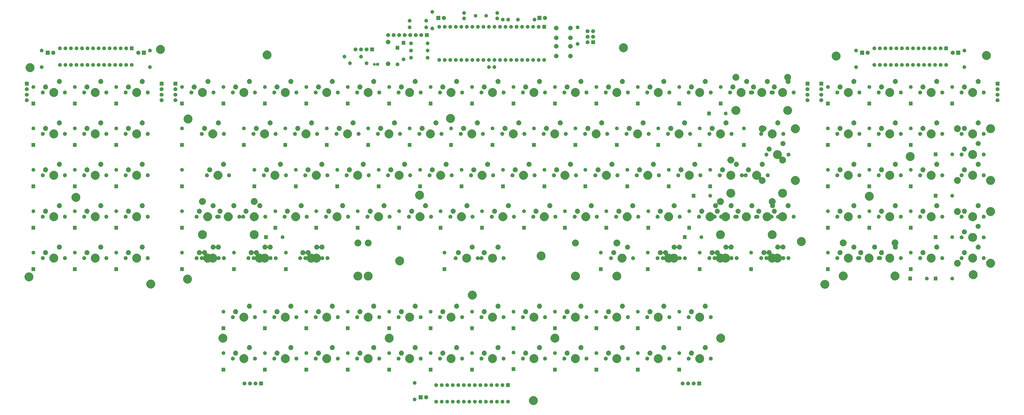
<source format=gbs>
G04 #@! TF.GenerationSoftware,KiCad,Pcbnew,(5.1.4)-1*
G04 #@! TF.CreationDate,2020-01-12T23:34:09+01:00*
G04 #@! TF.ProjectId,svarog-keyboard,73766172-6f67-42d6-9b65-79626f617264,rev?*
G04 #@! TF.SameCoordinates,Original*
G04 #@! TF.FileFunction,Soldermask,Bot*
G04 #@! TF.FilePolarity,Negative*
%FSLAX46Y46*%
G04 Gerber Fmt 4.6, Leading zero omitted, Abs format (unit mm)*
G04 Created by KiCad (PCBNEW (5.1.4)-1) date 2020-01-12 23:34:09*
%MOMM*%
%LPD*%
G04 APERTURE LIST*
%ADD10C,0.100000*%
G04 APERTURE END LIST*
D10*
G36*
X283808254Y-298001818D02*
G01*
X284181511Y-298156426D01*
X284181513Y-298156427D01*
X284517436Y-298380884D01*
X284803116Y-298666564D01*
X284959405Y-298900466D01*
X285027574Y-299002489D01*
X285182182Y-299375746D01*
X285261000Y-299771993D01*
X285261000Y-300176007D01*
X285182182Y-300572254D01*
X285084018Y-300809242D01*
X285027573Y-300945513D01*
X284803116Y-301281436D01*
X284517436Y-301567116D01*
X284181513Y-301791573D01*
X284181512Y-301791574D01*
X284181511Y-301791574D01*
X283808254Y-301946182D01*
X283412007Y-302025000D01*
X283007993Y-302025000D01*
X282611746Y-301946182D01*
X282238489Y-301791574D01*
X282238488Y-301791574D01*
X282238487Y-301791573D01*
X281902564Y-301567116D01*
X281616884Y-301281436D01*
X281392427Y-300945513D01*
X281335982Y-300809242D01*
X281237818Y-300572254D01*
X281159000Y-300176007D01*
X281159000Y-299771993D01*
X281237818Y-299375746D01*
X281392426Y-299002489D01*
X281460596Y-298900466D01*
X281616884Y-298666564D01*
X281902564Y-298380884D01*
X282238487Y-298156427D01*
X282238489Y-298156426D01*
X282611746Y-298001818D01*
X283007993Y-297923000D01*
X283412007Y-297923000D01*
X283808254Y-298001818D01*
X283808254Y-298001818D01*
G37*
G36*
X238672823Y-299643313D02*
G01*
X238833242Y-299691976D01*
X238874874Y-299714229D01*
X238981078Y-299770996D01*
X239110659Y-299877341D01*
X239217004Y-300006922D01*
X239217005Y-300006924D01*
X239296024Y-300154758D01*
X239344687Y-300315177D01*
X239361117Y-300482000D01*
X239344687Y-300648823D01*
X239296024Y-300809242D01*
X239225114Y-300941906D01*
X239217004Y-300957078D01*
X239110659Y-301086659D01*
X238981078Y-301193004D01*
X238981076Y-301193005D01*
X238833242Y-301272024D01*
X238672823Y-301320687D01*
X238547804Y-301333000D01*
X238464196Y-301333000D01*
X238339177Y-301320687D01*
X238178758Y-301272024D01*
X238030924Y-301193005D01*
X238030922Y-301193004D01*
X237901341Y-301086659D01*
X237794996Y-300957078D01*
X237786886Y-300941906D01*
X237715976Y-300809242D01*
X237667313Y-300648823D01*
X237650883Y-300482000D01*
X237667313Y-300315177D01*
X237715976Y-300154758D01*
X237794995Y-300006924D01*
X237794996Y-300006922D01*
X237901341Y-299877341D01*
X238030922Y-299770996D01*
X238137126Y-299714229D01*
X238178758Y-299691976D01*
X238339177Y-299643313D01*
X238464196Y-299631000D01*
X238547804Y-299631000D01*
X238672823Y-299643313D01*
X238672823Y-299643313D01*
G37*
G36*
X269152823Y-299643313D02*
G01*
X269313242Y-299691976D01*
X269354874Y-299714229D01*
X269461078Y-299770996D01*
X269590659Y-299877341D01*
X269697004Y-300006922D01*
X269697005Y-300006924D01*
X269776024Y-300154758D01*
X269824687Y-300315177D01*
X269841117Y-300482000D01*
X269824687Y-300648823D01*
X269776024Y-300809242D01*
X269705114Y-300941906D01*
X269697004Y-300957078D01*
X269590659Y-301086659D01*
X269461078Y-301193004D01*
X269461076Y-301193005D01*
X269313242Y-301272024D01*
X269152823Y-301320687D01*
X269027804Y-301333000D01*
X268944196Y-301333000D01*
X268819177Y-301320687D01*
X268658758Y-301272024D01*
X268510924Y-301193005D01*
X268510922Y-301193004D01*
X268381341Y-301086659D01*
X268274996Y-300957078D01*
X268266886Y-300941906D01*
X268195976Y-300809242D01*
X268147313Y-300648823D01*
X268130883Y-300482000D01*
X268147313Y-300315177D01*
X268195976Y-300154758D01*
X268274995Y-300006924D01*
X268274996Y-300006922D01*
X268381341Y-299877341D01*
X268510922Y-299770996D01*
X268617126Y-299714229D01*
X268658758Y-299691976D01*
X268819177Y-299643313D01*
X268944196Y-299631000D01*
X269027804Y-299631000D01*
X269152823Y-299643313D01*
X269152823Y-299643313D01*
G37*
G36*
X266612823Y-299643313D02*
G01*
X266773242Y-299691976D01*
X266814874Y-299714229D01*
X266921078Y-299770996D01*
X267050659Y-299877341D01*
X267157004Y-300006922D01*
X267157005Y-300006924D01*
X267236024Y-300154758D01*
X267284687Y-300315177D01*
X267301117Y-300482000D01*
X267284687Y-300648823D01*
X267236024Y-300809242D01*
X267165114Y-300941906D01*
X267157004Y-300957078D01*
X267050659Y-301086659D01*
X266921078Y-301193004D01*
X266921076Y-301193005D01*
X266773242Y-301272024D01*
X266612823Y-301320687D01*
X266487804Y-301333000D01*
X266404196Y-301333000D01*
X266279177Y-301320687D01*
X266118758Y-301272024D01*
X265970924Y-301193005D01*
X265970922Y-301193004D01*
X265841341Y-301086659D01*
X265734996Y-300957078D01*
X265726886Y-300941906D01*
X265655976Y-300809242D01*
X265607313Y-300648823D01*
X265590883Y-300482000D01*
X265607313Y-300315177D01*
X265655976Y-300154758D01*
X265734995Y-300006924D01*
X265734996Y-300006922D01*
X265841341Y-299877341D01*
X265970922Y-299770996D01*
X266077126Y-299714229D01*
X266118758Y-299691976D01*
X266279177Y-299643313D01*
X266404196Y-299631000D01*
X266487804Y-299631000D01*
X266612823Y-299643313D01*
X266612823Y-299643313D01*
G37*
G36*
X264072823Y-299643313D02*
G01*
X264233242Y-299691976D01*
X264274874Y-299714229D01*
X264381078Y-299770996D01*
X264510659Y-299877341D01*
X264617004Y-300006922D01*
X264617005Y-300006924D01*
X264696024Y-300154758D01*
X264744687Y-300315177D01*
X264761117Y-300482000D01*
X264744687Y-300648823D01*
X264696024Y-300809242D01*
X264625114Y-300941906D01*
X264617004Y-300957078D01*
X264510659Y-301086659D01*
X264381078Y-301193004D01*
X264381076Y-301193005D01*
X264233242Y-301272024D01*
X264072823Y-301320687D01*
X263947804Y-301333000D01*
X263864196Y-301333000D01*
X263739177Y-301320687D01*
X263578758Y-301272024D01*
X263430924Y-301193005D01*
X263430922Y-301193004D01*
X263301341Y-301086659D01*
X263194996Y-300957078D01*
X263186886Y-300941906D01*
X263115976Y-300809242D01*
X263067313Y-300648823D01*
X263050883Y-300482000D01*
X263067313Y-300315177D01*
X263115976Y-300154758D01*
X263194995Y-300006924D01*
X263194996Y-300006922D01*
X263301341Y-299877341D01*
X263430922Y-299770996D01*
X263537126Y-299714229D01*
X263578758Y-299691976D01*
X263739177Y-299643313D01*
X263864196Y-299631000D01*
X263947804Y-299631000D01*
X264072823Y-299643313D01*
X264072823Y-299643313D01*
G37*
G36*
X261532823Y-299643313D02*
G01*
X261693242Y-299691976D01*
X261734874Y-299714229D01*
X261841078Y-299770996D01*
X261970659Y-299877341D01*
X262077004Y-300006922D01*
X262077005Y-300006924D01*
X262156024Y-300154758D01*
X262204687Y-300315177D01*
X262221117Y-300482000D01*
X262204687Y-300648823D01*
X262156024Y-300809242D01*
X262085114Y-300941906D01*
X262077004Y-300957078D01*
X261970659Y-301086659D01*
X261841078Y-301193004D01*
X261841076Y-301193005D01*
X261693242Y-301272024D01*
X261532823Y-301320687D01*
X261407804Y-301333000D01*
X261324196Y-301333000D01*
X261199177Y-301320687D01*
X261038758Y-301272024D01*
X260890924Y-301193005D01*
X260890922Y-301193004D01*
X260761341Y-301086659D01*
X260654996Y-300957078D01*
X260646886Y-300941906D01*
X260575976Y-300809242D01*
X260527313Y-300648823D01*
X260510883Y-300482000D01*
X260527313Y-300315177D01*
X260575976Y-300154758D01*
X260654995Y-300006924D01*
X260654996Y-300006922D01*
X260761341Y-299877341D01*
X260890922Y-299770996D01*
X260997126Y-299714229D01*
X261038758Y-299691976D01*
X261199177Y-299643313D01*
X261324196Y-299631000D01*
X261407804Y-299631000D01*
X261532823Y-299643313D01*
X261532823Y-299643313D01*
G37*
G36*
X258992823Y-299643313D02*
G01*
X259153242Y-299691976D01*
X259194874Y-299714229D01*
X259301078Y-299770996D01*
X259430659Y-299877341D01*
X259537004Y-300006922D01*
X259537005Y-300006924D01*
X259616024Y-300154758D01*
X259664687Y-300315177D01*
X259681117Y-300482000D01*
X259664687Y-300648823D01*
X259616024Y-300809242D01*
X259545114Y-300941906D01*
X259537004Y-300957078D01*
X259430659Y-301086659D01*
X259301078Y-301193004D01*
X259301076Y-301193005D01*
X259153242Y-301272024D01*
X258992823Y-301320687D01*
X258867804Y-301333000D01*
X258784196Y-301333000D01*
X258659177Y-301320687D01*
X258498758Y-301272024D01*
X258350924Y-301193005D01*
X258350922Y-301193004D01*
X258221341Y-301086659D01*
X258114996Y-300957078D01*
X258106886Y-300941906D01*
X258035976Y-300809242D01*
X257987313Y-300648823D01*
X257970883Y-300482000D01*
X257987313Y-300315177D01*
X258035976Y-300154758D01*
X258114995Y-300006924D01*
X258114996Y-300006922D01*
X258221341Y-299877341D01*
X258350922Y-299770996D01*
X258457126Y-299714229D01*
X258498758Y-299691976D01*
X258659177Y-299643313D01*
X258784196Y-299631000D01*
X258867804Y-299631000D01*
X258992823Y-299643313D01*
X258992823Y-299643313D01*
G37*
G36*
X256452823Y-299643313D02*
G01*
X256613242Y-299691976D01*
X256654874Y-299714229D01*
X256761078Y-299770996D01*
X256890659Y-299877341D01*
X256997004Y-300006922D01*
X256997005Y-300006924D01*
X257076024Y-300154758D01*
X257124687Y-300315177D01*
X257141117Y-300482000D01*
X257124687Y-300648823D01*
X257076024Y-300809242D01*
X257005114Y-300941906D01*
X256997004Y-300957078D01*
X256890659Y-301086659D01*
X256761078Y-301193004D01*
X256761076Y-301193005D01*
X256613242Y-301272024D01*
X256452823Y-301320687D01*
X256327804Y-301333000D01*
X256244196Y-301333000D01*
X256119177Y-301320687D01*
X255958758Y-301272024D01*
X255810924Y-301193005D01*
X255810922Y-301193004D01*
X255681341Y-301086659D01*
X255574996Y-300957078D01*
X255566886Y-300941906D01*
X255495976Y-300809242D01*
X255447313Y-300648823D01*
X255430883Y-300482000D01*
X255447313Y-300315177D01*
X255495976Y-300154758D01*
X255574995Y-300006924D01*
X255574996Y-300006922D01*
X255681341Y-299877341D01*
X255810922Y-299770996D01*
X255917126Y-299714229D01*
X255958758Y-299691976D01*
X256119177Y-299643313D01*
X256244196Y-299631000D01*
X256327804Y-299631000D01*
X256452823Y-299643313D01*
X256452823Y-299643313D01*
G37*
G36*
X251372823Y-299643313D02*
G01*
X251533242Y-299691976D01*
X251574874Y-299714229D01*
X251681078Y-299770996D01*
X251810659Y-299877341D01*
X251917004Y-300006922D01*
X251917005Y-300006924D01*
X251996024Y-300154758D01*
X252044687Y-300315177D01*
X252061117Y-300482000D01*
X252044687Y-300648823D01*
X251996024Y-300809242D01*
X251925114Y-300941906D01*
X251917004Y-300957078D01*
X251810659Y-301086659D01*
X251681078Y-301193004D01*
X251681076Y-301193005D01*
X251533242Y-301272024D01*
X251372823Y-301320687D01*
X251247804Y-301333000D01*
X251164196Y-301333000D01*
X251039177Y-301320687D01*
X250878758Y-301272024D01*
X250730924Y-301193005D01*
X250730922Y-301193004D01*
X250601341Y-301086659D01*
X250494996Y-300957078D01*
X250486886Y-300941906D01*
X250415976Y-300809242D01*
X250367313Y-300648823D01*
X250350883Y-300482000D01*
X250367313Y-300315177D01*
X250415976Y-300154758D01*
X250494995Y-300006924D01*
X250494996Y-300006922D01*
X250601341Y-299877341D01*
X250730922Y-299770996D01*
X250837126Y-299714229D01*
X250878758Y-299691976D01*
X251039177Y-299643313D01*
X251164196Y-299631000D01*
X251247804Y-299631000D01*
X251372823Y-299643313D01*
X251372823Y-299643313D01*
G37*
G36*
X248832823Y-299643313D02*
G01*
X248993242Y-299691976D01*
X249034874Y-299714229D01*
X249141078Y-299770996D01*
X249270659Y-299877341D01*
X249377004Y-300006922D01*
X249377005Y-300006924D01*
X249456024Y-300154758D01*
X249504687Y-300315177D01*
X249521117Y-300482000D01*
X249504687Y-300648823D01*
X249456024Y-300809242D01*
X249385114Y-300941906D01*
X249377004Y-300957078D01*
X249270659Y-301086659D01*
X249141078Y-301193004D01*
X249141076Y-301193005D01*
X248993242Y-301272024D01*
X248832823Y-301320687D01*
X248707804Y-301333000D01*
X248624196Y-301333000D01*
X248499177Y-301320687D01*
X248338758Y-301272024D01*
X248190924Y-301193005D01*
X248190922Y-301193004D01*
X248061341Y-301086659D01*
X247954996Y-300957078D01*
X247946886Y-300941906D01*
X247875976Y-300809242D01*
X247827313Y-300648823D01*
X247810883Y-300482000D01*
X247827313Y-300315177D01*
X247875976Y-300154758D01*
X247954995Y-300006924D01*
X247954996Y-300006922D01*
X248061341Y-299877341D01*
X248190922Y-299770996D01*
X248297126Y-299714229D01*
X248338758Y-299691976D01*
X248499177Y-299643313D01*
X248624196Y-299631000D01*
X248707804Y-299631000D01*
X248832823Y-299643313D01*
X248832823Y-299643313D01*
G37*
G36*
X246292823Y-299643313D02*
G01*
X246453242Y-299691976D01*
X246494874Y-299714229D01*
X246601078Y-299770996D01*
X246730659Y-299877341D01*
X246837004Y-300006922D01*
X246837005Y-300006924D01*
X246916024Y-300154758D01*
X246964687Y-300315177D01*
X246981117Y-300482000D01*
X246964687Y-300648823D01*
X246916024Y-300809242D01*
X246845114Y-300941906D01*
X246837004Y-300957078D01*
X246730659Y-301086659D01*
X246601078Y-301193004D01*
X246601076Y-301193005D01*
X246453242Y-301272024D01*
X246292823Y-301320687D01*
X246167804Y-301333000D01*
X246084196Y-301333000D01*
X245959177Y-301320687D01*
X245798758Y-301272024D01*
X245650924Y-301193005D01*
X245650922Y-301193004D01*
X245521341Y-301086659D01*
X245414996Y-300957078D01*
X245406886Y-300941906D01*
X245335976Y-300809242D01*
X245287313Y-300648823D01*
X245270883Y-300482000D01*
X245287313Y-300315177D01*
X245335976Y-300154758D01*
X245414995Y-300006924D01*
X245414996Y-300006922D01*
X245521341Y-299877341D01*
X245650922Y-299770996D01*
X245757126Y-299714229D01*
X245798758Y-299691976D01*
X245959177Y-299643313D01*
X246084196Y-299631000D01*
X246167804Y-299631000D01*
X246292823Y-299643313D01*
X246292823Y-299643313D01*
G37*
G36*
X243752823Y-299643313D02*
G01*
X243913242Y-299691976D01*
X243954874Y-299714229D01*
X244061078Y-299770996D01*
X244190659Y-299877341D01*
X244297004Y-300006922D01*
X244297005Y-300006924D01*
X244376024Y-300154758D01*
X244424687Y-300315177D01*
X244441117Y-300482000D01*
X244424687Y-300648823D01*
X244376024Y-300809242D01*
X244305114Y-300941906D01*
X244297004Y-300957078D01*
X244190659Y-301086659D01*
X244061078Y-301193004D01*
X244061076Y-301193005D01*
X243913242Y-301272024D01*
X243752823Y-301320687D01*
X243627804Y-301333000D01*
X243544196Y-301333000D01*
X243419177Y-301320687D01*
X243258758Y-301272024D01*
X243110924Y-301193005D01*
X243110922Y-301193004D01*
X242981341Y-301086659D01*
X242874996Y-300957078D01*
X242866886Y-300941906D01*
X242795976Y-300809242D01*
X242747313Y-300648823D01*
X242730883Y-300482000D01*
X242747313Y-300315177D01*
X242795976Y-300154758D01*
X242874995Y-300006924D01*
X242874996Y-300006922D01*
X242981341Y-299877341D01*
X243110922Y-299770996D01*
X243217126Y-299714229D01*
X243258758Y-299691976D01*
X243419177Y-299643313D01*
X243544196Y-299631000D01*
X243627804Y-299631000D01*
X243752823Y-299643313D01*
X243752823Y-299643313D01*
G37*
G36*
X241212823Y-299643313D02*
G01*
X241373242Y-299691976D01*
X241414874Y-299714229D01*
X241521078Y-299770996D01*
X241650659Y-299877341D01*
X241757004Y-300006922D01*
X241757005Y-300006924D01*
X241836024Y-300154758D01*
X241884687Y-300315177D01*
X241901117Y-300482000D01*
X241884687Y-300648823D01*
X241836024Y-300809242D01*
X241765114Y-300941906D01*
X241757004Y-300957078D01*
X241650659Y-301086659D01*
X241521078Y-301193004D01*
X241521076Y-301193005D01*
X241373242Y-301272024D01*
X241212823Y-301320687D01*
X241087804Y-301333000D01*
X241004196Y-301333000D01*
X240879177Y-301320687D01*
X240718758Y-301272024D01*
X240570924Y-301193005D01*
X240570922Y-301193004D01*
X240441341Y-301086659D01*
X240334996Y-300957078D01*
X240326886Y-300941906D01*
X240255976Y-300809242D01*
X240207313Y-300648823D01*
X240190883Y-300482000D01*
X240207313Y-300315177D01*
X240255976Y-300154758D01*
X240334995Y-300006924D01*
X240334996Y-300006922D01*
X240441341Y-299877341D01*
X240570922Y-299770996D01*
X240677126Y-299714229D01*
X240718758Y-299691976D01*
X240879177Y-299643313D01*
X241004196Y-299631000D01*
X241087804Y-299631000D01*
X241212823Y-299643313D01*
X241212823Y-299643313D01*
G37*
G36*
X271692823Y-299643313D02*
G01*
X271853242Y-299691976D01*
X271894874Y-299714229D01*
X272001078Y-299770996D01*
X272130659Y-299877341D01*
X272237004Y-300006922D01*
X272237005Y-300006924D01*
X272316024Y-300154758D01*
X272364687Y-300315177D01*
X272381117Y-300482000D01*
X272364687Y-300648823D01*
X272316024Y-300809242D01*
X272245114Y-300941906D01*
X272237004Y-300957078D01*
X272130659Y-301086659D01*
X272001078Y-301193004D01*
X272001076Y-301193005D01*
X271853242Y-301272024D01*
X271692823Y-301320687D01*
X271567804Y-301333000D01*
X271484196Y-301333000D01*
X271359177Y-301320687D01*
X271198758Y-301272024D01*
X271050924Y-301193005D01*
X271050922Y-301193004D01*
X270921341Y-301086659D01*
X270814996Y-300957078D01*
X270806886Y-300941906D01*
X270735976Y-300809242D01*
X270687313Y-300648823D01*
X270670883Y-300482000D01*
X270687313Y-300315177D01*
X270735976Y-300154758D01*
X270814995Y-300006924D01*
X270814996Y-300006922D01*
X270921341Y-299877341D01*
X271050922Y-299770996D01*
X271157126Y-299714229D01*
X271198758Y-299691976D01*
X271359177Y-299643313D01*
X271484196Y-299631000D01*
X271567804Y-299631000D01*
X271692823Y-299643313D01*
X271692823Y-299643313D01*
G37*
G36*
X253912823Y-299643313D02*
G01*
X254073242Y-299691976D01*
X254114874Y-299714229D01*
X254221078Y-299770996D01*
X254350659Y-299877341D01*
X254457004Y-300006922D01*
X254457005Y-300006924D01*
X254536024Y-300154758D01*
X254584687Y-300315177D01*
X254601117Y-300482000D01*
X254584687Y-300648823D01*
X254536024Y-300809242D01*
X254465114Y-300941906D01*
X254457004Y-300957078D01*
X254350659Y-301086659D01*
X254221078Y-301193004D01*
X254221076Y-301193005D01*
X254073242Y-301272024D01*
X253912823Y-301320687D01*
X253787804Y-301333000D01*
X253704196Y-301333000D01*
X253579177Y-301320687D01*
X253418758Y-301272024D01*
X253270924Y-301193005D01*
X253270922Y-301193004D01*
X253141341Y-301086659D01*
X253034996Y-300957078D01*
X253026886Y-300941906D01*
X252955976Y-300809242D01*
X252907313Y-300648823D01*
X252890883Y-300482000D01*
X252907313Y-300315177D01*
X252955976Y-300154758D01*
X253034995Y-300006924D01*
X253034996Y-300006922D01*
X253141341Y-299877341D01*
X253270922Y-299770996D01*
X253377126Y-299714229D01*
X253418758Y-299691976D01*
X253579177Y-299643313D01*
X253704196Y-299631000D01*
X253787804Y-299631000D01*
X253912823Y-299643313D01*
X253912823Y-299643313D01*
G37*
G36*
X228848228Y-298647703D02*
G01*
X229003100Y-298711853D01*
X229142481Y-298804985D01*
X229261015Y-298923519D01*
X229354147Y-299062900D01*
X229418297Y-299217772D01*
X229451000Y-299382184D01*
X229451000Y-299549816D01*
X229418297Y-299714228D01*
X229354147Y-299869100D01*
X229261015Y-300008481D01*
X229142481Y-300127015D01*
X229003100Y-300220147D01*
X228848228Y-300284297D01*
X228683816Y-300317000D01*
X228516184Y-300317000D01*
X228351772Y-300284297D01*
X228196900Y-300220147D01*
X228057519Y-300127015D01*
X227938985Y-300008481D01*
X227845853Y-299869100D01*
X227781703Y-299714228D01*
X227749000Y-299549816D01*
X227749000Y-299382184D01*
X227781703Y-299217772D01*
X227845853Y-299062900D01*
X227938985Y-298923519D01*
X228057519Y-298804985D01*
X228196900Y-298711853D01*
X228351772Y-298647703D01*
X228516184Y-298615000D01*
X228683816Y-298615000D01*
X228848228Y-298647703D01*
X228848228Y-298647703D01*
G37*
G36*
X232345000Y-299401000D02*
G01*
X230443000Y-299401000D01*
X230443000Y-297499000D01*
X232345000Y-297499000D01*
X232345000Y-299401000D01*
X232345000Y-299401000D01*
G37*
G36*
X234211395Y-297535546D02*
G01*
X234384466Y-297607234D01*
X234384467Y-297607235D01*
X234540227Y-297711310D01*
X234672690Y-297843773D01*
X234672691Y-297843775D01*
X234776766Y-297999534D01*
X234848454Y-298172605D01*
X234885000Y-298356333D01*
X234885000Y-298543667D01*
X234848454Y-298727395D01*
X234776766Y-298900466D01*
X234776765Y-298900467D01*
X234672690Y-299056227D01*
X234540227Y-299188690D01*
X234461818Y-299241081D01*
X234384466Y-299292766D01*
X234211395Y-299364454D01*
X234027667Y-299401000D01*
X233840333Y-299401000D01*
X233656605Y-299364454D01*
X233483534Y-299292766D01*
X233406182Y-299241081D01*
X233327773Y-299188690D01*
X233195310Y-299056227D01*
X233091235Y-298900467D01*
X233091234Y-298900466D01*
X233019546Y-298727395D01*
X232983000Y-298543667D01*
X232983000Y-298356333D01*
X233019546Y-298172605D01*
X233091234Y-297999534D01*
X233195309Y-297843775D01*
X233195310Y-297843773D01*
X233327773Y-297711310D01*
X233483533Y-297607235D01*
X233483534Y-297607234D01*
X233656605Y-297535546D01*
X233840333Y-297499000D01*
X234027667Y-297499000D01*
X234211395Y-297535546D01*
X234211395Y-297535546D01*
G37*
G36*
X246292823Y-292023313D02*
G01*
X246453242Y-292071976D01*
X246585906Y-292142886D01*
X246601078Y-292150996D01*
X246730659Y-292257341D01*
X246837004Y-292386922D01*
X246837005Y-292386924D01*
X246916024Y-292534758D01*
X246964687Y-292695177D01*
X246981117Y-292862000D01*
X246964687Y-293028823D01*
X246916024Y-293189242D01*
X246845114Y-293321906D01*
X246837004Y-293337078D01*
X246730659Y-293466659D01*
X246601078Y-293573004D01*
X246601076Y-293573005D01*
X246453242Y-293652024D01*
X246292823Y-293700687D01*
X246167804Y-293713000D01*
X246084196Y-293713000D01*
X245959177Y-293700687D01*
X245798758Y-293652024D01*
X245650924Y-293573005D01*
X245650922Y-293573004D01*
X245521341Y-293466659D01*
X245414996Y-293337078D01*
X245406886Y-293321906D01*
X245335976Y-293189242D01*
X245287313Y-293028823D01*
X245270883Y-292862000D01*
X245287313Y-292695177D01*
X245335976Y-292534758D01*
X245414995Y-292386924D01*
X245414996Y-292386922D01*
X245521341Y-292257341D01*
X245650922Y-292150996D01*
X245666094Y-292142886D01*
X245798758Y-292071976D01*
X245959177Y-292023313D01*
X246084196Y-292011000D01*
X246167804Y-292011000D01*
X246292823Y-292023313D01*
X246292823Y-292023313D01*
G37*
G36*
X256452823Y-292023313D02*
G01*
X256613242Y-292071976D01*
X256745906Y-292142886D01*
X256761078Y-292150996D01*
X256890659Y-292257341D01*
X256997004Y-292386922D01*
X256997005Y-292386924D01*
X257076024Y-292534758D01*
X257124687Y-292695177D01*
X257141117Y-292862000D01*
X257124687Y-293028823D01*
X257076024Y-293189242D01*
X257005114Y-293321906D01*
X256997004Y-293337078D01*
X256890659Y-293466659D01*
X256761078Y-293573004D01*
X256761076Y-293573005D01*
X256613242Y-293652024D01*
X256452823Y-293700687D01*
X256327804Y-293713000D01*
X256244196Y-293713000D01*
X256119177Y-293700687D01*
X255958758Y-293652024D01*
X255810924Y-293573005D01*
X255810922Y-293573004D01*
X255681341Y-293466659D01*
X255574996Y-293337078D01*
X255566886Y-293321906D01*
X255495976Y-293189242D01*
X255447313Y-293028823D01*
X255430883Y-292862000D01*
X255447313Y-292695177D01*
X255495976Y-292534758D01*
X255574995Y-292386924D01*
X255574996Y-292386922D01*
X255681341Y-292257341D01*
X255810922Y-292150996D01*
X255826094Y-292142886D01*
X255958758Y-292071976D01*
X256119177Y-292023313D01*
X256244196Y-292011000D01*
X256327804Y-292011000D01*
X256452823Y-292023313D01*
X256452823Y-292023313D01*
G37*
G36*
X261532823Y-292023313D02*
G01*
X261693242Y-292071976D01*
X261825906Y-292142886D01*
X261841078Y-292150996D01*
X261970659Y-292257341D01*
X262077004Y-292386922D01*
X262077005Y-292386924D01*
X262156024Y-292534758D01*
X262204687Y-292695177D01*
X262221117Y-292862000D01*
X262204687Y-293028823D01*
X262156024Y-293189242D01*
X262085114Y-293321906D01*
X262077004Y-293337078D01*
X261970659Y-293466659D01*
X261841078Y-293573004D01*
X261841076Y-293573005D01*
X261693242Y-293652024D01*
X261532823Y-293700687D01*
X261407804Y-293713000D01*
X261324196Y-293713000D01*
X261199177Y-293700687D01*
X261038758Y-293652024D01*
X260890924Y-293573005D01*
X260890922Y-293573004D01*
X260761341Y-293466659D01*
X260654996Y-293337078D01*
X260646886Y-293321906D01*
X260575976Y-293189242D01*
X260527313Y-293028823D01*
X260510883Y-292862000D01*
X260527313Y-292695177D01*
X260575976Y-292534758D01*
X260654995Y-292386924D01*
X260654996Y-292386922D01*
X260761341Y-292257341D01*
X260890922Y-292150996D01*
X260906094Y-292142886D01*
X261038758Y-292071976D01*
X261199177Y-292023313D01*
X261324196Y-292011000D01*
X261407804Y-292011000D01*
X261532823Y-292023313D01*
X261532823Y-292023313D01*
G37*
G36*
X253912823Y-292023313D02*
G01*
X254073242Y-292071976D01*
X254205906Y-292142886D01*
X254221078Y-292150996D01*
X254350659Y-292257341D01*
X254457004Y-292386922D01*
X254457005Y-292386924D01*
X254536024Y-292534758D01*
X254584687Y-292695177D01*
X254601117Y-292862000D01*
X254584687Y-293028823D01*
X254536024Y-293189242D01*
X254465114Y-293321906D01*
X254457004Y-293337078D01*
X254350659Y-293466659D01*
X254221078Y-293573004D01*
X254221076Y-293573005D01*
X254073242Y-293652024D01*
X253912823Y-293700687D01*
X253787804Y-293713000D01*
X253704196Y-293713000D01*
X253579177Y-293700687D01*
X253418758Y-293652024D01*
X253270924Y-293573005D01*
X253270922Y-293573004D01*
X253141341Y-293466659D01*
X253034996Y-293337078D01*
X253026886Y-293321906D01*
X252955976Y-293189242D01*
X252907313Y-293028823D01*
X252890883Y-292862000D01*
X252907313Y-292695177D01*
X252955976Y-292534758D01*
X253034995Y-292386924D01*
X253034996Y-292386922D01*
X253141341Y-292257341D01*
X253270922Y-292150996D01*
X253286094Y-292142886D01*
X253418758Y-292071976D01*
X253579177Y-292023313D01*
X253704196Y-292011000D01*
X253787804Y-292011000D01*
X253912823Y-292023313D01*
X253912823Y-292023313D01*
G37*
G36*
X264072823Y-292023313D02*
G01*
X264233242Y-292071976D01*
X264365906Y-292142886D01*
X264381078Y-292150996D01*
X264510659Y-292257341D01*
X264617004Y-292386922D01*
X264617005Y-292386924D01*
X264696024Y-292534758D01*
X264744687Y-292695177D01*
X264761117Y-292862000D01*
X264744687Y-293028823D01*
X264696024Y-293189242D01*
X264625114Y-293321906D01*
X264617004Y-293337078D01*
X264510659Y-293466659D01*
X264381078Y-293573004D01*
X264381076Y-293573005D01*
X264233242Y-293652024D01*
X264072823Y-293700687D01*
X263947804Y-293713000D01*
X263864196Y-293713000D01*
X263739177Y-293700687D01*
X263578758Y-293652024D01*
X263430924Y-293573005D01*
X263430922Y-293573004D01*
X263301341Y-293466659D01*
X263194996Y-293337078D01*
X263186886Y-293321906D01*
X263115976Y-293189242D01*
X263067313Y-293028823D01*
X263050883Y-292862000D01*
X263067313Y-292695177D01*
X263115976Y-292534758D01*
X263194995Y-292386924D01*
X263194996Y-292386922D01*
X263301341Y-292257341D01*
X263430922Y-292150996D01*
X263446094Y-292142886D01*
X263578758Y-292071976D01*
X263739177Y-292023313D01*
X263864196Y-292011000D01*
X263947804Y-292011000D01*
X264072823Y-292023313D01*
X264072823Y-292023313D01*
G37*
G36*
X251372823Y-292023313D02*
G01*
X251533242Y-292071976D01*
X251665906Y-292142886D01*
X251681078Y-292150996D01*
X251810659Y-292257341D01*
X251917004Y-292386922D01*
X251917005Y-292386924D01*
X251996024Y-292534758D01*
X252044687Y-292695177D01*
X252061117Y-292862000D01*
X252044687Y-293028823D01*
X251996024Y-293189242D01*
X251925114Y-293321906D01*
X251917004Y-293337078D01*
X251810659Y-293466659D01*
X251681078Y-293573004D01*
X251681076Y-293573005D01*
X251533242Y-293652024D01*
X251372823Y-293700687D01*
X251247804Y-293713000D01*
X251164196Y-293713000D01*
X251039177Y-293700687D01*
X250878758Y-293652024D01*
X250730924Y-293573005D01*
X250730922Y-293573004D01*
X250601341Y-293466659D01*
X250494996Y-293337078D01*
X250486886Y-293321906D01*
X250415976Y-293189242D01*
X250367313Y-293028823D01*
X250350883Y-292862000D01*
X250367313Y-292695177D01*
X250415976Y-292534758D01*
X250494995Y-292386924D01*
X250494996Y-292386922D01*
X250601341Y-292257341D01*
X250730922Y-292150996D01*
X250746094Y-292142886D01*
X250878758Y-292071976D01*
X251039177Y-292023313D01*
X251164196Y-292011000D01*
X251247804Y-292011000D01*
X251372823Y-292023313D01*
X251372823Y-292023313D01*
G37*
G36*
X266612823Y-292023313D02*
G01*
X266773242Y-292071976D01*
X266905906Y-292142886D01*
X266921078Y-292150996D01*
X267050659Y-292257341D01*
X267157004Y-292386922D01*
X267157005Y-292386924D01*
X267236024Y-292534758D01*
X267284687Y-292695177D01*
X267301117Y-292862000D01*
X267284687Y-293028823D01*
X267236024Y-293189242D01*
X267165114Y-293321906D01*
X267157004Y-293337078D01*
X267050659Y-293466659D01*
X266921078Y-293573004D01*
X266921076Y-293573005D01*
X266773242Y-293652024D01*
X266612823Y-293700687D01*
X266487804Y-293713000D01*
X266404196Y-293713000D01*
X266279177Y-293700687D01*
X266118758Y-293652024D01*
X265970924Y-293573005D01*
X265970922Y-293573004D01*
X265841341Y-293466659D01*
X265734996Y-293337078D01*
X265726886Y-293321906D01*
X265655976Y-293189242D01*
X265607313Y-293028823D01*
X265590883Y-292862000D01*
X265607313Y-292695177D01*
X265655976Y-292534758D01*
X265734995Y-292386924D01*
X265734996Y-292386922D01*
X265841341Y-292257341D01*
X265970922Y-292150996D01*
X265986094Y-292142886D01*
X266118758Y-292071976D01*
X266279177Y-292023313D01*
X266404196Y-292011000D01*
X266487804Y-292011000D01*
X266612823Y-292023313D01*
X266612823Y-292023313D01*
G37*
G36*
X248832823Y-292023313D02*
G01*
X248993242Y-292071976D01*
X249125906Y-292142886D01*
X249141078Y-292150996D01*
X249270659Y-292257341D01*
X249377004Y-292386922D01*
X249377005Y-292386924D01*
X249456024Y-292534758D01*
X249504687Y-292695177D01*
X249521117Y-292862000D01*
X249504687Y-293028823D01*
X249456024Y-293189242D01*
X249385114Y-293321906D01*
X249377004Y-293337078D01*
X249270659Y-293466659D01*
X249141078Y-293573004D01*
X249141076Y-293573005D01*
X248993242Y-293652024D01*
X248832823Y-293700687D01*
X248707804Y-293713000D01*
X248624196Y-293713000D01*
X248499177Y-293700687D01*
X248338758Y-293652024D01*
X248190924Y-293573005D01*
X248190922Y-293573004D01*
X248061341Y-293466659D01*
X247954996Y-293337078D01*
X247946886Y-293321906D01*
X247875976Y-293189242D01*
X247827313Y-293028823D01*
X247810883Y-292862000D01*
X247827313Y-292695177D01*
X247875976Y-292534758D01*
X247954995Y-292386924D01*
X247954996Y-292386922D01*
X248061341Y-292257341D01*
X248190922Y-292150996D01*
X248206094Y-292142886D01*
X248338758Y-292071976D01*
X248499177Y-292023313D01*
X248624196Y-292011000D01*
X248707804Y-292011000D01*
X248832823Y-292023313D01*
X248832823Y-292023313D01*
G37*
G36*
X269152823Y-292023313D02*
G01*
X269313242Y-292071976D01*
X269445906Y-292142886D01*
X269461078Y-292150996D01*
X269590659Y-292257341D01*
X269697004Y-292386922D01*
X269697005Y-292386924D01*
X269776024Y-292534758D01*
X269824687Y-292695177D01*
X269841117Y-292862000D01*
X269824687Y-293028823D01*
X269776024Y-293189242D01*
X269705114Y-293321906D01*
X269697004Y-293337078D01*
X269590659Y-293466659D01*
X269461078Y-293573004D01*
X269461076Y-293573005D01*
X269313242Y-293652024D01*
X269152823Y-293700687D01*
X269027804Y-293713000D01*
X268944196Y-293713000D01*
X268819177Y-293700687D01*
X268658758Y-293652024D01*
X268510924Y-293573005D01*
X268510922Y-293573004D01*
X268381341Y-293466659D01*
X268274996Y-293337078D01*
X268266886Y-293321906D01*
X268195976Y-293189242D01*
X268147313Y-293028823D01*
X268130883Y-292862000D01*
X268147313Y-292695177D01*
X268195976Y-292534758D01*
X268274995Y-292386924D01*
X268274996Y-292386922D01*
X268381341Y-292257341D01*
X268510922Y-292150996D01*
X268526094Y-292142886D01*
X268658758Y-292071976D01*
X268819177Y-292023313D01*
X268944196Y-292011000D01*
X269027804Y-292011000D01*
X269152823Y-292023313D01*
X269152823Y-292023313D01*
G37*
G36*
X258992823Y-292023313D02*
G01*
X259153242Y-292071976D01*
X259285906Y-292142886D01*
X259301078Y-292150996D01*
X259430659Y-292257341D01*
X259537004Y-292386922D01*
X259537005Y-292386924D01*
X259616024Y-292534758D01*
X259664687Y-292695177D01*
X259681117Y-292862000D01*
X259664687Y-293028823D01*
X259616024Y-293189242D01*
X259545114Y-293321906D01*
X259537004Y-293337078D01*
X259430659Y-293466659D01*
X259301078Y-293573004D01*
X259301076Y-293573005D01*
X259153242Y-293652024D01*
X258992823Y-293700687D01*
X258867804Y-293713000D01*
X258784196Y-293713000D01*
X258659177Y-293700687D01*
X258498758Y-293652024D01*
X258350924Y-293573005D01*
X258350922Y-293573004D01*
X258221341Y-293466659D01*
X258114996Y-293337078D01*
X258106886Y-293321906D01*
X258035976Y-293189242D01*
X257987313Y-293028823D01*
X257970883Y-292862000D01*
X257987313Y-292695177D01*
X258035976Y-292534758D01*
X258114995Y-292386924D01*
X258114996Y-292386922D01*
X258221341Y-292257341D01*
X258350922Y-292150996D01*
X258366094Y-292142886D01*
X258498758Y-292071976D01*
X258659177Y-292023313D01*
X258784196Y-292011000D01*
X258867804Y-292011000D01*
X258992823Y-292023313D01*
X258992823Y-292023313D01*
G37*
G36*
X243752823Y-292023313D02*
G01*
X243913242Y-292071976D01*
X244045906Y-292142886D01*
X244061078Y-292150996D01*
X244190659Y-292257341D01*
X244297004Y-292386922D01*
X244297005Y-292386924D01*
X244376024Y-292534758D01*
X244424687Y-292695177D01*
X244441117Y-292862000D01*
X244424687Y-293028823D01*
X244376024Y-293189242D01*
X244305114Y-293321906D01*
X244297004Y-293337078D01*
X244190659Y-293466659D01*
X244061078Y-293573004D01*
X244061076Y-293573005D01*
X243913242Y-293652024D01*
X243752823Y-293700687D01*
X243627804Y-293713000D01*
X243544196Y-293713000D01*
X243419177Y-293700687D01*
X243258758Y-293652024D01*
X243110924Y-293573005D01*
X243110922Y-293573004D01*
X242981341Y-293466659D01*
X242874996Y-293337078D01*
X242866886Y-293321906D01*
X242795976Y-293189242D01*
X242747313Y-293028823D01*
X242730883Y-292862000D01*
X242747313Y-292695177D01*
X242795976Y-292534758D01*
X242874995Y-292386924D01*
X242874996Y-292386922D01*
X242981341Y-292257341D01*
X243110922Y-292150996D01*
X243126094Y-292142886D01*
X243258758Y-292071976D01*
X243419177Y-292023313D01*
X243544196Y-292011000D01*
X243627804Y-292011000D01*
X243752823Y-292023313D01*
X243752823Y-292023313D01*
G37*
G36*
X241212823Y-292023313D02*
G01*
X241373242Y-292071976D01*
X241505906Y-292142886D01*
X241521078Y-292150996D01*
X241650659Y-292257341D01*
X241757004Y-292386922D01*
X241757005Y-292386924D01*
X241836024Y-292534758D01*
X241884687Y-292695177D01*
X241901117Y-292862000D01*
X241884687Y-293028823D01*
X241836024Y-293189242D01*
X241765114Y-293321906D01*
X241757004Y-293337078D01*
X241650659Y-293466659D01*
X241521078Y-293573004D01*
X241521076Y-293573005D01*
X241373242Y-293652024D01*
X241212823Y-293700687D01*
X241087804Y-293713000D01*
X241004196Y-293713000D01*
X240879177Y-293700687D01*
X240718758Y-293652024D01*
X240570924Y-293573005D01*
X240570922Y-293573004D01*
X240441341Y-293466659D01*
X240334996Y-293337078D01*
X240326886Y-293321906D01*
X240255976Y-293189242D01*
X240207313Y-293028823D01*
X240190883Y-292862000D01*
X240207313Y-292695177D01*
X240255976Y-292534758D01*
X240334995Y-292386924D01*
X240334996Y-292386922D01*
X240441341Y-292257341D01*
X240570922Y-292150996D01*
X240586094Y-292142886D01*
X240718758Y-292071976D01*
X240879177Y-292023313D01*
X241004196Y-292011000D01*
X241087804Y-292011000D01*
X241212823Y-292023313D01*
X241212823Y-292023313D01*
G37*
G36*
X238672823Y-292023313D02*
G01*
X238833242Y-292071976D01*
X238965906Y-292142886D01*
X238981078Y-292150996D01*
X239110659Y-292257341D01*
X239217004Y-292386922D01*
X239217005Y-292386924D01*
X239296024Y-292534758D01*
X239344687Y-292695177D01*
X239361117Y-292862000D01*
X239344687Y-293028823D01*
X239296024Y-293189242D01*
X239225114Y-293321906D01*
X239217004Y-293337078D01*
X239110659Y-293466659D01*
X238981078Y-293573004D01*
X238981076Y-293573005D01*
X238833242Y-293652024D01*
X238672823Y-293700687D01*
X238547804Y-293713000D01*
X238464196Y-293713000D01*
X238339177Y-293700687D01*
X238178758Y-293652024D01*
X238030924Y-293573005D01*
X238030922Y-293573004D01*
X237901341Y-293466659D01*
X237794996Y-293337078D01*
X237786886Y-293321906D01*
X237715976Y-293189242D01*
X237667313Y-293028823D01*
X237650883Y-292862000D01*
X237667313Y-292695177D01*
X237715976Y-292534758D01*
X237794995Y-292386924D01*
X237794996Y-292386922D01*
X237901341Y-292257341D01*
X238030922Y-292150996D01*
X238046094Y-292142886D01*
X238178758Y-292071976D01*
X238339177Y-292023313D01*
X238464196Y-292011000D01*
X238547804Y-292011000D01*
X238672823Y-292023313D01*
X238672823Y-292023313D01*
G37*
G36*
X272377000Y-293713000D02*
G01*
X270675000Y-293713000D01*
X270675000Y-292011000D01*
X272377000Y-292011000D01*
X272377000Y-293713000D01*
X272377000Y-293713000D01*
G37*
G36*
X153018443Y-291205519D02*
G01*
X153084627Y-291212037D01*
X153254466Y-291263557D01*
X153410991Y-291347222D01*
X153439869Y-291370922D01*
X153548186Y-291459814D01*
X153631448Y-291561271D01*
X153660778Y-291597009D01*
X153744443Y-291753534D01*
X153795963Y-291923373D01*
X153813359Y-292100000D01*
X153795963Y-292276627D01*
X153744443Y-292446466D01*
X153660778Y-292602991D01*
X153631448Y-292638729D01*
X153548186Y-292740186D01*
X153446729Y-292823448D01*
X153410991Y-292852778D01*
X153254466Y-292936443D01*
X153084627Y-292987963D01*
X153018442Y-292994482D01*
X152952260Y-293001000D01*
X152863740Y-293001000D01*
X152797558Y-292994482D01*
X152731373Y-292987963D01*
X152561534Y-292936443D01*
X152405009Y-292852778D01*
X152369271Y-292823448D01*
X152267814Y-292740186D01*
X152184552Y-292638729D01*
X152155222Y-292602991D01*
X152071557Y-292446466D01*
X152020037Y-292276627D01*
X152002641Y-292100000D01*
X152020037Y-291923373D01*
X152071557Y-291753534D01*
X152155222Y-291597009D01*
X152184552Y-291561271D01*
X152267814Y-291459814D01*
X152376131Y-291370922D01*
X152405009Y-291347222D01*
X152561534Y-291263557D01*
X152731373Y-291212037D01*
X152797557Y-291205519D01*
X152863740Y-291199000D01*
X152952260Y-291199000D01*
X153018443Y-291205519D01*
X153018443Y-291205519D01*
G37*
G36*
X150478443Y-291205519D02*
G01*
X150544627Y-291212037D01*
X150714466Y-291263557D01*
X150870991Y-291347222D01*
X150899869Y-291370922D01*
X151008186Y-291459814D01*
X151091448Y-291561271D01*
X151120778Y-291597009D01*
X151204443Y-291753534D01*
X151255963Y-291923373D01*
X151273359Y-292100000D01*
X151255963Y-292276627D01*
X151204443Y-292446466D01*
X151120778Y-292602991D01*
X151091448Y-292638729D01*
X151008186Y-292740186D01*
X150906729Y-292823448D01*
X150870991Y-292852778D01*
X150714466Y-292936443D01*
X150544627Y-292987963D01*
X150478442Y-292994482D01*
X150412260Y-293001000D01*
X150323740Y-293001000D01*
X150257558Y-292994482D01*
X150191373Y-292987963D01*
X150021534Y-292936443D01*
X149865009Y-292852778D01*
X149829271Y-292823448D01*
X149727814Y-292740186D01*
X149644552Y-292638729D01*
X149615222Y-292602991D01*
X149531557Y-292446466D01*
X149480037Y-292276627D01*
X149462641Y-292100000D01*
X149480037Y-291923373D01*
X149531557Y-291753534D01*
X149615222Y-291597009D01*
X149644552Y-291561271D01*
X149727814Y-291459814D01*
X149836131Y-291370922D01*
X149865009Y-291347222D01*
X150021534Y-291263557D01*
X150191373Y-291212037D01*
X150257557Y-291205519D01*
X150323740Y-291199000D01*
X150412260Y-291199000D01*
X150478443Y-291205519D01*
X150478443Y-291205519D01*
G37*
G36*
X155558443Y-291205519D02*
G01*
X155624627Y-291212037D01*
X155794466Y-291263557D01*
X155950991Y-291347222D01*
X155979869Y-291370922D01*
X156088186Y-291459814D01*
X156171448Y-291561271D01*
X156200778Y-291597009D01*
X156284443Y-291753534D01*
X156335963Y-291923373D01*
X156353359Y-292100000D01*
X156335963Y-292276627D01*
X156284443Y-292446466D01*
X156200778Y-292602991D01*
X156171448Y-292638729D01*
X156088186Y-292740186D01*
X155986729Y-292823448D01*
X155950991Y-292852778D01*
X155794466Y-292936443D01*
X155624627Y-292987963D01*
X155558442Y-292994482D01*
X155492260Y-293001000D01*
X155403740Y-293001000D01*
X155337558Y-292994482D01*
X155271373Y-292987963D01*
X155101534Y-292936443D01*
X154945009Y-292852778D01*
X154909271Y-292823448D01*
X154807814Y-292740186D01*
X154724552Y-292638729D01*
X154695222Y-292602991D01*
X154611557Y-292446466D01*
X154560037Y-292276627D01*
X154542641Y-292100000D01*
X154560037Y-291923373D01*
X154611557Y-291753534D01*
X154695222Y-291597009D01*
X154724552Y-291561271D01*
X154807814Y-291459814D01*
X154916131Y-291370922D01*
X154945009Y-291347222D01*
X155101534Y-291263557D01*
X155271373Y-291212037D01*
X155337557Y-291205519D01*
X155403740Y-291199000D01*
X155492260Y-291199000D01*
X155558443Y-291205519D01*
X155558443Y-291205519D01*
G37*
G36*
X158889000Y-293001000D02*
G01*
X157087000Y-293001000D01*
X157087000Y-291199000D01*
X158889000Y-291199000D01*
X158889000Y-293001000D01*
X158889000Y-293001000D01*
G37*
G36*
X354440443Y-291205519D02*
G01*
X354506627Y-291212037D01*
X354676466Y-291263557D01*
X354832991Y-291347222D01*
X354861869Y-291370922D01*
X354970186Y-291459814D01*
X355053448Y-291561271D01*
X355082778Y-291597009D01*
X355166443Y-291753534D01*
X355217963Y-291923373D01*
X355235359Y-292100000D01*
X355217963Y-292276627D01*
X355166443Y-292446466D01*
X355082778Y-292602991D01*
X355053448Y-292638729D01*
X354970186Y-292740186D01*
X354868729Y-292823448D01*
X354832991Y-292852778D01*
X354676466Y-292936443D01*
X354506627Y-292987963D01*
X354440442Y-292994482D01*
X354374260Y-293001000D01*
X354285740Y-293001000D01*
X354219558Y-292994482D01*
X354153373Y-292987963D01*
X353983534Y-292936443D01*
X353827009Y-292852778D01*
X353791271Y-292823448D01*
X353689814Y-292740186D01*
X353606552Y-292638729D01*
X353577222Y-292602991D01*
X353493557Y-292446466D01*
X353442037Y-292276627D01*
X353424641Y-292100000D01*
X353442037Y-291923373D01*
X353493557Y-291753534D01*
X353577222Y-291597009D01*
X353606552Y-291561271D01*
X353689814Y-291459814D01*
X353798131Y-291370922D01*
X353827009Y-291347222D01*
X353983534Y-291263557D01*
X354153373Y-291212037D01*
X354219557Y-291205519D01*
X354285740Y-291199000D01*
X354374260Y-291199000D01*
X354440443Y-291205519D01*
X354440443Y-291205519D01*
G37*
G36*
X360311000Y-293001000D02*
G01*
X358509000Y-293001000D01*
X358509000Y-291199000D01*
X360311000Y-291199000D01*
X360311000Y-293001000D01*
X360311000Y-293001000D01*
G37*
G36*
X356980443Y-291205519D02*
G01*
X357046627Y-291212037D01*
X357216466Y-291263557D01*
X357372991Y-291347222D01*
X357401869Y-291370922D01*
X357510186Y-291459814D01*
X357593448Y-291561271D01*
X357622778Y-291597009D01*
X357706443Y-291753534D01*
X357757963Y-291923373D01*
X357775359Y-292100000D01*
X357757963Y-292276627D01*
X357706443Y-292446466D01*
X357622778Y-292602991D01*
X357593448Y-292638729D01*
X357510186Y-292740186D01*
X357408729Y-292823448D01*
X357372991Y-292852778D01*
X357216466Y-292936443D01*
X357046627Y-292987963D01*
X356980442Y-292994482D01*
X356914260Y-293001000D01*
X356825740Y-293001000D01*
X356759558Y-292994482D01*
X356693373Y-292987963D01*
X356523534Y-292936443D01*
X356367009Y-292852778D01*
X356331271Y-292823448D01*
X356229814Y-292740186D01*
X356146552Y-292638729D01*
X356117222Y-292602991D01*
X356033557Y-292446466D01*
X355982037Y-292276627D01*
X355964641Y-292100000D01*
X355982037Y-291923373D01*
X356033557Y-291753534D01*
X356117222Y-291597009D01*
X356146552Y-291561271D01*
X356229814Y-291459814D01*
X356338131Y-291370922D01*
X356367009Y-291347222D01*
X356523534Y-291263557D01*
X356693373Y-291212037D01*
X356759557Y-291205519D01*
X356825740Y-291199000D01*
X356914260Y-291199000D01*
X356980443Y-291205519D01*
X356980443Y-291205519D01*
G37*
G36*
X351900443Y-291205519D02*
G01*
X351966627Y-291212037D01*
X352136466Y-291263557D01*
X352292991Y-291347222D01*
X352321869Y-291370922D01*
X352430186Y-291459814D01*
X352513448Y-291561271D01*
X352542778Y-291597009D01*
X352626443Y-291753534D01*
X352677963Y-291923373D01*
X352695359Y-292100000D01*
X352677963Y-292276627D01*
X352626443Y-292446466D01*
X352542778Y-292602991D01*
X352513448Y-292638729D01*
X352430186Y-292740186D01*
X352328729Y-292823448D01*
X352292991Y-292852778D01*
X352136466Y-292936443D01*
X351966627Y-292987963D01*
X351900442Y-292994482D01*
X351834260Y-293001000D01*
X351745740Y-293001000D01*
X351679558Y-292994482D01*
X351613373Y-292987963D01*
X351443534Y-292936443D01*
X351287009Y-292852778D01*
X351251271Y-292823448D01*
X351149814Y-292740186D01*
X351066552Y-292638729D01*
X351037222Y-292602991D01*
X350953557Y-292446466D01*
X350902037Y-292276627D01*
X350884641Y-292100000D01*
X350902037Y-291923373D01*
X350953557Y-291753534D01*
X351037222Y-291597009D01*
X351066552Y-291561271D01*
X351149814Y-291459814D01*
X351258131Y-291370922D01*
X351287009Y-291347222D01*
X351443534Y-291263557D01*
X351613373Y-291212037D01*
X351679557Y-291205519D01*
X351745740Y-291199000D01*
X351834260Y-291199000D01*
X351900443Y-291205519D01*
X351900443Y-291205519D01*
G37*
G36*
X228766823Y-291007313D02*
G01*
X228927242Y-291055976D01*
X229059906Y-291126886D01*
X229075078Y-291134996D01*
X229204659Y-291241341D01*
X229311004Y-291370922D01*
X229311005Y-291370924D01*
X229390024Y-291518758D01*
X229438687Y-291679177D01*
X229455117Y-291846000D01*
X229438687Y-292012823D01*
X229390024Y-292173242D01*
X229319114Y-292305906D01*
X229311004Y-292321078D01*
X229204659Y-292450659D01*
X229075078Y-292557004D01*
X229075076Y-292557005D01*
X228927242Y-292636024D01*
X228766823Y-292684687D01*
X228641804Y-292697000D01*
X228558196Y-292697000D01*
X228433177Y-292684687D01*
X228272758Y-292636024D01*
X228124924Y-292557005D01*
X228124922Y-292557004D01*
X227995341Y-292450659D01*
X227888996Y-292321078D01*
X227880886Y-292305906D01*
X227809976Y-292173242D01*
X227761313Y-292012823D01*
X227744883Y-291846000D01*
X227761313Y-291679177D01*
X227809976Y-291518758D01*
X227888995Y-291370924D01*
X227888996Y-291370922D01*
X227995341Y-291241341D01*
X228124922Y-291134996D01*
X228140094Y-291126886D01*
X228272758Y-291055976D01*
X228433177Y-291007313D01*
X228558196Y-290995000D01*
X228641804Y-290995000D01*
X228766823Y-291007313D01*
X228766823Y-291007313D01*
G37*
G36*
X236817000Y-286601000D02*
G01*
X235115000Y-286601000D01*
X235115000Y-284899000D01*
X236817000Y-284899000D01*
X236817000Y-286601000D01*
X236817000Y-286601000D01*
G37*
G36*
X141567000Y-286601000D02*
G01*
X139865000Y-286601000D01*
X139865000Y-284899000D01*
X141567000Y-284899000D01*
X141567000Y-286601000D01*
X141567000Y-286601000D01*
G37*
G36*
X293967000Y-286601000D02*
G01*
X292265000Y-286601000D01*
X292265000Y-284899000D01*
X293967000Y-284899000D01*
X293967000Y-286601000D01*
X293967000Y-286601000D01*
G37*
G36*
X255867000Y-286601000D02*
G01*
X254165000Y-286601000D01*
X254165000Y-284899000D01*
X255867000Y-284899000D01*
X255867000Y-286601000D01*
X255867000Y-286601000D01*
G37*
G36*
X313017000Y-286601000D02*
G01*
X311315000Y-286601000D01*
X311315000Y-284899000D01*
X313017000Y-284899000D01*
X313017000Y-286601000D01*
X313017000Y-286601000D01*
G37*
G36*
X332067000Y-286601000D02*
G01*
X330365000Y-286601000D01*
X330365000Y-284899000D01*
X332067000Y-284899000D01*
X332067000Y-286601000D01*
X332067000Y-286601000D01*
G37*
G36*
X351117000Y-286601000D02*
G01*
X349415000Y-286601000D01*
X349415000Y-284899000D01*
X351117000Y-284899000D01*
X351117000Y-286601000D01*
X351117000Y-286601000D01*
G37*
G36*
X217767000Y-286601000D02*
G01*
X216065000Y-286601000D01*
X216065000Y-284899000D01*
X217767000Y-284899000D01*
X217767000Y-286601000D01*
X217767000Y-286601000D01*
G37*
G36*
X198717000Y-286601000D02*
G01*
X197015000Y-286601000D01*
X197015000Y-284899000D01*
X198717000Y-284899000D01*
X198717000Y-286601000D01*
X198717000Y-286601000D01*
G37*
G36*
X179667000Y-286601000D02*
G01*
X177965000Y-286601000D01*
X177965000Y-284899000D01*
X179667000Y-284899000D01*
X179667000Y-286601000D01*
X179667000Y-286601000D01*
G37*
G36*
X160617000Y-286601000D02*
G01*
X158915000Y-286601000D01*
X158915000Y-284899000D01*
X160617000Y-284899000D01*
X160617000Y-286601000D01*
X160617000Y-286601000D01*
G37*
G36*
X274917000Y-286347000D02*
G01*
X273215000Y-286347000D01*
X273215000Y-284645000D01*
X274917000Y-284645000D01*
X274917000Y-286347000D01*
X274917000Y-286347000D01*
G37*
G36*
X265012254Y-278697818D02*
G01*
X265357938Y-278841005D01*
X265385513Y-278852427D01*
X265721436Y-279076884D01*
X266007116Y-279362564D01*
X266231574Y-279698489D01*
X266386182Y-280071746D01*
X266465000Y-280467993D01*
X266465000Y-280872007D01*
X266386182Y-281268254D01*
X266231574Y-281641511D01*
X266231573Y-281641513D01*
X266007116Y-281977436D01*
X265721436Y-282263116D01*
X265385513Y-282487573D01*
X265385512Y-282487574D01*
X265385511Y-282487574D01*
X265012254Y-282642182D01*
X264616007Y-282721000D01*
X264211993Y-282721000D01*
X263815746Y-282642182D01*
X263442489Y-282487574D01*
X263442488Y-282487574D01*
X263442487Y-282487573D01*
X263106564Y-282263116D01*
X262820884Y-281977436D01*
X262596427Y-281641513D01*
X262596426Y-281641511D01*
X262441818Y-281268254D01*
X262363000Y-280872007D01*
X262363000Y-280467993D01*
X262441818Y-280071746D01*
X262596426Y-279698489D01*
X262820884Y-279362564D01*
X263106564Y-279076884D01*
X263442487Y-278852427D01*
X263470062Y-278841005D01*
X263815746Y-278697818D01*
X264211993Y-278619000D01*
X264616007Y-278619000D01*
X265012254Y-278697818D01*
X265012254Y-278697818D01*
G37*
G36*
X169762254Y-278697818D02*
G01*
X170107938Y-278841005D01*
X170135513Y-278852427D01*
X170471436Y-279076884D01*
X170757116Y-279362564D01*
X170981574Y-279698489D01*
X171136182Y-280071746D01*
X171215000Y-280467993D01*
X171215000Y-280872007D01*
X171136182Y-281268254D01*
X170981574Y-281641511D01*
X170981573Y-281641513D01*
X170757116Y-281977436D01*
X170471436Y-282263116D01*
X170135513Y-282487573D01*
X170135512Y-282487574D01*
X170135511Y-282487574D01*
X169762254Y-282642182D01*
X169366007Y-282721000D01*
X168961993Y-282721000D01*
X168565746Y-282642182D01*
X168192489Y-282487574D01*
X168192488Y-282487574D01*
X168192487Y-282487573D01*
X167856564Y-282263116D01*
X167570884Y-281977436D01*
X167346427Y-281641513D01*
X167346426Y-281641511D01*
X167191818Y-281268254D01*
X167113000Y-280872007D01*
X167113000Y-280467993D01*
X167191818Y-280071746D01*
X167346426Y-279698489D01*
X167570884Y-279362564D01*
X167856564Y-279076884D01*
X168192487Y-278852427D01*
X168220062Y-278841005D01*
X168565746Y-278697818D01*
X168961993Y-278619000D01*
X169366007Y-278619000D01*
X169762254Y-278697818D01*
X169762254Y-278697818D01*
G37*
G36*
X188812254Y-278697818D02*
G01*
X189157938Y-278841005D01*
X189185513Y-278852427D01*
X189521436Y-279076884D01*
X189807116Y-279362564D01*
X190031574Y-279698489D01*
X190186182Y-280071746D01*
X190265000Y-280467993D01*
X190265000Y-280872007D01*
X190186182Y-281268254D01*
X190031574Y-281641511D01*
X190031573Y-281641513D01*
X189807116Y-281977436D01*
X189521436Y-282263116D01*
X189185513Y-282487573D01*
X189185512Y-282487574D01*
X189185511Y-282487574D01*
X188812254Y-282642182D01*
X188416007Y-282721000D01*
X188011993Y-282721000D01*
X187615746Y-282642182D01*
X187242489Y-282487574D01*
X187242488Y-282487574D01*
X187242487Y-282487573D01*
X186906564Y-282263116D01*
X186620884Y-281977436D01*
X186396427Y-281641513D01*
X186396426Y-281641511D01*
X186241818Y-281268254D01*
X186163000Y-280872007D01*
X186163000Y-280467993D01*
X186241818Y-280071746D01*
X186396426Y-279698489D01*
X186620884Y-279362564D01*
X186906564Y-279076884D01*
X187242487Y-278852427D01*
X187270062Y-278841005D01*
X187615746Y-278697818D01*
X188011993Y-278619000D01*
X188416007Y-278619000D01*
X188812254Y-278697818D01*
X188812254Y-278697818D01*
G37*
G36*
X150712254Y-278697818D02*
G01*
X151057938Y-278841005D01*
X151085513Y-278852427D01*
X151421436Y-279076884D01*
X151707116Y-279362564D01*
X151931574Y-279698489D01*
X152086182Y-280071746D01*
X152165000Y-280467993D01*
X152165000Y-280872007D01*
X152086182Y-281268254D01*
X151931574Y-281641511D01*
X151931573Y-281641513D01*
X151707116Y-281977436D01*
X151421436Y-282263116D01*
X151085513Y-282487573D01*
X151085512Y-282487574D01*
X151085511Y-282487574D01*
X150712254Y-282642182D01*
X150316007Y-282721000D01*
X149911993Y-282721000D01*
X149515746Y-282642182D01*
X149142489Y-282487574D01*
X149142488Y-282487574D01*
X149142487Y-282487573D01*
X148806564Y-282263116D01*
X148520884Y-281977436D01*
X148296427Y-281641513D01*
X148296426Y-281641511D01*
X148141818Y-281268254D01*
X148063000Y-280872007D01*
X148063000Y-280467993D01*
X148141818Y-280071746D01*
X148296426Y-279698489D01*
X148520884Y-279362564D01*
X148806564Y-279076884D01*
X149142487Y-278852427D01*
X149170062Y-278841005D01*
X149515746Y-278697818D01*
X149911993Y-278619000D01*
X150316007Y-278619000D01*
X150712254Y-278697818D01*
X150712254Y-278697818D01*
G37*
G36*
X207862254Y-278697818D02*
G01*
X208207938Y-278841005D01*
X208235513Y-278852427D01*
X208571436Y-279076884D01*
X208857116Y-279362564D01*
X209081574Y-279698489D01*
X209236182Y-280071746D01*
X209315000Y-280467993D01*
X209315000Y-280872007D01*
X209236182Y-281268254D01*
X209081574Y-281641511D01*
X209081573Y-281641513D01*
X208857116Y-281977436D01*
X208571436Y-282263116D01*
X208235513Y-282487573D01*
X208235512Y-282487574D01*
X208235511Y-282487574D01*
X207862254Y-282642182D01*
X207466007Y-282721000D01*
X207061993Y-282721000D01*
X206665746Y-282642182D01*
X206292489Y-282487574D01*
X206292488Y-282487574D01*
X206292487Y-282487573D01*
X205956564Y-282263116D01*
X205670884Y-281977436D01*
X205446427Y-281641513D01*
X205446426Y-281641511D01*
X205291818Y-281268254D01*
X205213000Y-280872007D01*
X205213000Y-280467993D01*
X205291818Y-280071746D01*
X205446426Y-279698489D01*
X205670884Y-279362564D01*
X205956564Y-279076884D01*
X206292487Y-278852427D01*
X206320062Y-278841005D01*
X206665746Y-278697818D01*
X207061993Y-278619000D01*
X207466007Y-278619000D01*
X207862254Y-278697818D01*
X207862254Y-278697818D01*
G37*
G36*
X226912254Y-278697818D02*
G01*
X227257938Y-278841005D01*
X227285513Y-278852427D01*
X227621436Y-279076884D01*
X227907116Y-279362564D01*
X228131574Y-279698489D01*
X228286182Y-280071746D01*
X228365000Y-280467993D01*
X228365000Y-280872007D01*
X228286182Y-281268254D01*
X228131574Y-281641511D01*
X228131573Y-281641513D01*
X227907116Y-281977436D01*
X227621436Y-282263116D01*
X227285513Y-282487573D01*
X227285512Y-282487574D01*
X227285511Y-282487574D01*
X226912254Y-282642182D01*
X226516007Y-282721000D01*
X226111993Y-282721000D01*
X225715746Y-282642182D01*
X225342489Y-282487574D01*
X225342488Y-282487574D01*
X225342487Y-282487573D01*
X225006564Y-282263116D01*
X224720884Y-281977436D01*
X224496427Y-281641513D01*
X224496426Y-281641511D01*
X224341818Y-281268254D01*
X224263000Y-280872007D01*
X224263000Y-280467993D01*
X224341818Y-280071746D01*
X224496426Y-279698489D01*
X224720884Y-279362564D01*
X225006564Y-279076884D01*
X225342487Y-278852427D01*
X225370062Y-278841005D01*
X225715746Y-278697818D01*
X226111993Y-278619000D01*
X226516007Y-278619000D01*
X226912254Y-278697818D01*
X226912254Y-278697818D01*
G37*
G36*
X245962254Y-278697818D02*
G01*
X246307938Y-278841005D01*
X246335513Y-278852427D01*
X246671436Y-279076884D01*
X246957116Y-279362564D01*
X247181574Y-279698489D01*
X247336182Y-280071746D01*
X247415000Y-280467993D01*
X247415000Y-280872007D01*
X247336182Y-281268254D01*
X247181574Y-281641511D01*
X247181573Y-281641513D01*
X246957116Y-281977436D01*
X246671436Y-282263116D01*
X246335513Y-282487573D01*
X246335512Y-282487574D01*
X246335511Y-282487574D01*
X245962254Y-282642182D01*
X245566007Y-282721000D01*
X245161993Y-282721000D01*
X244765746Y-282642182D01*
X244392489Y-282487574D01*
X244392488Y-282487574D01*
X244392487Y-282487573D01*
X244056564Y-282263116D01*
X243770884Y-281977436D01*
X243546427Y-281641513D01*
X243546426Y-281641511D01*
X243391818Y-281268254D01*
X243313000Y-280872007D01*
X243313000Y-280467993D01*
X243391818Y-280071746D01*
X243546426Y-279698489D01*
X243770884Y-279362564D01*
X244056564Y-279076884D01*
X244392487Y-278852427D01*
X244420062Y-278841005D01*
X244765746Y-278697818D01*
X245161993Y-278619000D01*
X245566007Y-278619000D01*
X245962254Y-278697818D01*
X245962254Y-278697818D01*
G37*
G36*
X341212254Y-278697818D02*
G01*
X341557938Y-278841005D01*
X341585513Y-278852427D01*
X341921436Y-279076884D01*
X342207116Y-279362564D01*
X342431574Y-279698489D01*
X342586182Y-280071746D01*
X342665000Y-280467993D01*
X342665000Y-280872007D01*
X342586182Y-281268254D01*
X342431574Y-281641511D01*
X342431573Y-281641513D01*
X342207116Y-281977436D01*
X341921436Y-282263116D01*
X341585513Y-282487573D01*
X341585512Y-282487574D01*
X341585511Y-282487574D01*
X341212254Y-282642182D01*
X340816007Y-282721000D01*
X340411993Y-282721000D01*
X340015746Y-282642182D01*
X339642489Y-282487574D01*
X339642488Y-282487574D01*
X339642487Y-282487573D01*
X339306564Y-282263116D01*
X339020884Y-281977436D01*
X338796427Y-281641513D01*
X338796426Y-281641511D01*
X338641818Y-281268254D01*
X338563000Y-280872007D01*
X338563000Y-280467993D01*
X338641818Y-280071746D01*
X338796426Y-279698489D01*
X339020884Y-279362564D01*
X339306564Y-279076884D01*
X339642487Y-278852427D01*
X339670062Y-278841005D01*
X340015746Y-278697818D01*
X340411993Y-278619000D01*
X340816007Y-278619000D01*
X341212254Y-278697818D01*
X341212254Y-278697818D01*
G37*
G36*
X322162254Y-278697818D02*
G01*
X322507938Y-278841005D01*
X322535513Y-278852427D01*
X322871436Y-279076884D01*
X323157116Y-279362564D01*
X323381574Y-279698489D01*
X323536182Y-280071746D01*
X323615000Y-280467993D01*
X323615000Y-280872007D01*
X323536182Y-281268254D01*
X323381574Y-281641511D01*
X323381573Y-281641513D01*
X323157116Y-281977436D01*
X322871436Y-282263116D01*
X322535513Y-282487573D01*
X322535512Y-282487574D01*
X322535511Y-282487574D01*
X322162254Y-282642182D01*
X321766007Y-282721000D01*
X321361993Y-282721000D01*
X320965746Y-282642182D01*
X320592489Y-282487574D01*
X320592488Y-282487574D01*
X320592487Y-282487573D01*
X320256564Y-282263116D01*
X319970884Y-281977436D01*
X319746427Y-281641513D01*
X319746426Y-281641511D01*
X319591818Y-281268254D01*
X319513000Y-280872007D01*
X319513000Y-280467993D01*
X319591818Y-280071746D01*
X319746426Y-279698489D01*
X319970884Y-279362564D01*
X320256564Y-279076884D01*
X320592487Y-278852427D01*
X320620062Y-278841005D01*
X320965746Y-278697818D01*
X321361993Y-278619000D01*
X321766007Y-278619000D01*
X322162254Y-278697818D01*
X322162254Y-278697818D01*
G37*
G36*
X284062254Y-278697818D02*
G01*
X284407938Y-278841005D01*
X284435513Y-278852427D01*
X284771436Y-279076884D01*
X285057116Y-279362564D01*
X285281574Y-279698489D01*
X285436182Y-280071746D01*
X285515000Y-280467993D01*
X285515000Y-280872007D01*
X285436182Y-281268254D01*
X285281574Y-281641511D01*
X285281573Y-281641513D01*
X285057116Y-281977436D01*
X284771436Y-282263116D01*
X284435513Y-282487573D01*
X284435512Y-282487574D01*
X284435511Y-282487574D01*
X284062254Y-282642182D01*
X283666007Y-282721000D01*
X283261993Y-282721000D01*
X282865746Y-282642182D01*
X282492489Y-282487574D01*
X282492488Y-282487574D01*
X282492487Y-282487573D01*
X282156564Y-282263116D01*
X281870884Y-281977436D01*
X281646427Y-281641513D01*
X281646426Y-281641511D01*
X281491818Y-281268254D01*
X281413000Y-280872007D01*
X281413000Y-280467993D01*
X281491818Y-280071746D01*
X281646426Y-279698489D01*
X281870884Y-279362564D01*
X282156564Y-279076884D01*
X282492487Y-278852427D01*
X282520062Y-278841005D01*
X282865746Y-278697818D01*
X283261993Y-278619000D01*
X283666007Y-278619000D01*
X284062254Y-278697818D01*
X284062254Y-278697818D01*
G37*
G36*
X303112254Y-278697818D02*
G01*
X303457938Y-278841005D01*
X303485513Y-278852427D01*
X303821436Y-279076884D01*
X304107116Y-279362564D01*
X304331574Y-279698489D01*
X304486182Y-280071746D01*
X304565000Y-280467993D01*
X304565000Y-280872007D01*
X304486182Y-281268254D01*
X304331574Y-281641511D01*
X304331573Y-281641513D01*
X304107116Y-281977436D01*
X303821436Y-282263116D01*
X303485513Y-282487573D01*
X303485512Y-282487574D01*
X303485511Y-282487574D01*
X303112254Y-282642182D01*
X302716007Y-282721000D01*
X302311993Y-282721000D01*
X301915746Y-282642182D01*
X301542489Y-282487574D01*
X301542488Y-282487574D01*
X301542487Y-282487573D01*
X301206564Y-282263116D01*
X300920884Y-281977436D01*
X300696427Y-281641513D01*
X300696426Y-281641511D01*
X300541818Y-281268254D01*
X300463000Y-280872007D01*
X300463000Y-280467993D01*
X300541818Y-280071746D01*
X300696426Y-279698489D01*
X300920884Y-279362564D01*
X301206564Y-279076884D01*
X301542487Y-278852427D01*
X301570062Y-278841005D01*
X301915746Y-278697818D01*
X302311993Y-278619000D01*
X302716007Y-278619000D01*
X303112254Y-278697818D01*
X303112254Y-278697818D01*
G37*
G36*
X360262254Y-278697818D02*
G01*
X360607938Y-278841005D01*
X360635513Y-278852427D01*
X360971436Y-279076884D01*
X361257116Y-279362564D01*
X361481574Y-279698489D01*
X361636182Y-280071746D01*
X361715000Y-280467993D01*
X361715000Y-280872007D01*
X361636182Y-281268254D01*
X361481574Y-281641511D01*
X361481573Y-281641513D01*
X361257116Y-281977436D01*
X360971436Y-282263116D01*
X360635513Y-282487573D01*
X360635512Y-282487574D01*
X360635511Y-282487574D01*
X360262254Y-282642182D01*
X359866007Y-282721000D01*
X359461993Y-282721000D01*
X359065746Y-282642182D01*
X358692489Y-282487574D01*
X358692488Y-282487574D01*
X358692487Y-282487573D01*
X358356564Y-282263116D01*
X358070884Y-281977436D01*
X357846427Y-281641513D01*
X357846426Y-281641511D01*
X357691818Y-281268254D01*
X357613000Y-280872007D01*
X357613000Y-280467993D01*
X357691818Y-280071746D01*
X357846426Y-279698489D01*
X358070884Y-279362564D01*
X358356564Y-279076884D01*
X358692487Y-278852427D01*
X358720062Y-278841005D01*
X359065746Y-278697818D01*
X359461993Y-278619000D01*
X359866007Y-278619000D01*
X360262254Y-278697818D01*
X360262254Y-278697818D01*
G37*
G36*
X250557512Y-279773927D02*
G01*
X250706812Y-279803624D01*
X250870784Y-279871544D01*
X251018354Y-279970147D01*
X251143853Y-280095646D01*
X251242456Y-280243216D01*
X251310376Y-280407188D01*
X251345000Y-280581259D01*
X251345000Y-280758741D01*
X251310376Y-280932812D01*
X251242456Y-281096784D01*
X251143853Y-281244354D01*
X251018354Y-281369853D01*
X250870784Y-281468456D01*
X250706812Y-281536376D01*
X250557512Y-281566073D01*
X250532742Y-281571000D01*
X250355258Y-281571000D01*
X250330488Y-281566073D01*
X250181188Y-281536376D01*
X250017216Y-281468456D01*
X249869646Y-281369853D01*
X249744147Y-281244354D01*
X249645544Y-281096784D01*
X249577624Y-280932812D01*
X249543000Y-280758741D01*
X249543000Y-280581259D01*
X249577624Y-280407188D01*
X249645544Y-280243216D01*
X249744147Y-280095646D01*
X249869646Y-279970147D01*
X250017216Y-279871544D01*
X250181188Y-279803624D01*
X250330488Y-279773927D01*
X250355258Y-279769000D01*
X250532742Y-279769000D01*
X250557512Y-279773927D01*
X250557512Y-279773927D01*
G37*
G36*
X231507512Y-279773927D02*
G01*
X231656812Y-279803624D01*
X231820784Y-279871544D01*
X231968354Y-279970147D01*
X232093853Y-280095646D01*
X232192456Y-280243216D01*
X232260376Y-280407188D01*
X232295000Y-280581259D01*
X232295000Y-280758741D01*
X232260376Y-280932812D01*
X232192456Y-281096784D01*
X232093853Y-281244354D01*
X231968354Y-281369853D01*
X231820784Y-281468456D01*
X231656812Y-281536376D01*
X231507512Y-281566073D01*
X231482742Y-281571000D01*
X231305258Y-281571000D01*
X231280488Y-281566073D01*
X231131188Y-281536376D01*
X230967216Y-281468456D01*
X230819646Y-281369853D01*
X230694147Y-281244354D01*
X230595544Y-281096784D01*
X230527624Y-280932812D01*
X230493000Y-280758741D01*
X230493000Y-280581259D01*
X230527624Y-280407188D01*
X230595544Y-280243216D01*
X230694147Y-280095646D01*
X230819646Y-279970147D01*
X230967216Y-279871544D01*
X231131188Y-279803624D01*
X231280488Y-279773927D01*
X231305258Y-279769000D01*
X231482742Y-279769000D01*
X231507512Y-279773927D01*
X231507512Y-279773927D01*
G37*
G36*
X221347512Y-279773927D02*
G01*
X221496812Y-279803624D01*
X221660784Y-279871544D01*
X221808354Y-279970147D01*
X221933853Y-280095646D01*
X222032456Y-280243216D01*
X222100376Y-280407188D01*
X222135000Y-280581259D01*
X222135000Y-280758741D01*
X222100376Y-280932812D01*
X222032456Y-281096784D01*
X221933853Y-281244354D01*
X221808354Y-281369853D01*
X221660784Y-281468456D01*
X221496812Y-281536376D01*
X221347512Y-281566073D01*
X221322742Y-281571000D01*
X221145258Y-281571000D01*
X221120488Y-281566073D01*
X220971188Y-281536376D01*
X220807216Y-281468456D01*
X220659646Y-281369853D01*
X220534147Y-281244354D01*
X220435544Y-281096784D01*
X220367624Y-280932812D01*
X220333000Y-280758741D01*
X220333000Y-280581259D01*
X220367624Y-280407188D01*
X220435544Y-280243216D01*
X220534147Y-280095646D01*
X220659646Y-279970147D01*
X220807216Y-279871544D01*
X220971188Y-279803624D01*
X221120488Y-279773927D01*
X221145258Y-279769000D01*
X221322742Y-279769000D01*
X221347512Y-279773927D01*
X221347512Y-279773927D01*
G37*
G36*
X212457512Y-279773927D02*
G01*
X212606812Y-279803624D01*
X212770784Y-279871544D01*
X212918354Y-279970147D01*
X213043853Y-280095646D01*
X213142456Y-280243216D01*
X213210376Y-280407188D01*
X213245000Y-280581259D01*
X213245000Y-280758741D01*
X213210376Y-280932812D01*
X213142456Y-281096784D01*
X213043853Y-281244354D01*
X212918354Y-281369853D01*
X212770784Y-281468456D01*
X212606812Y-281536376D01*
X212457512Y-281566073D01*
X212432742Y-281571000D01*
X212255258Y-281571000D01*
X212230488Y-281566073D01*
X212081188Y-281536376D01*
X211917216Y-281468456D01*
X211769646Y-281369853D01*
X211644147Y-281244354D01*
X211545544Y-281096784D01*
X211477624Y-280932812D01*
X211443000Y-280758741D01*
X211443000Y-280581259D01*
X211477624Y-280407188D01*
X211545544Y-280243216D01*
X211644147Y-280095646D01*
X211769646Y-279970147D01*
X211917216Y-279871544D01*
X212081188Y-279803624D01*
X212230488Y-279773927D01*
X212255258Y-279769000D01*
X212432742Y-279769000D01*
X212457512Y-279773927D01*
X212457512Y-279773927D01*
G37*
G36*
X202297512Y-279773927D02*
G01*
X202446812Y-279803624D01*
X202610784Y-279871544D01*
X202758354Y-279970147D01*
X202883853Y-280095646D01*
X202982456Y-280243216D01*
X203050376Y-280407188D01*
X203085000Y-280581259D01*
X203085000Y-280758741D01*
X203050376Y-280932812D01*
X202982456Y-281096784D01*
X202883853Y-281244354D01*
X202758354Y-281369853D01*
X202610784Y-281468456D01*
X202446812Y-281536376D01*
X202297512Y-281566073D01*
X202272742Y-281571000D01*
X202095258Y-281571000D01*
X202070488Y-281566073D01*
X201921188Y-281536376D01*
X201757216Y-281468456D01*
X201609646Y-281369853D01*
X201484147Y-281244354D01*
X201385544Y-281096784D01*
X201317624Y-280932812D01*
X201283000Y-280758741D01*
X201283000Y-280581259D01*
X201317624Y-280407188D01*
X201385544Y-280243216D01*
X201484147Y-280095646D01*
X201609646Y-279970147D01*
X201757216Y-279871544D01*
X201921188Y-279803624D01*
X202070488Y-279773927D01*
X202095258Y-279769000D01*
X202272742Y-279769000D01*
X202297512Y-279773927D01*
X202297512Y-279773927D01*
G37*
G36*
X193407512Y-279773927D02*
G01*
X193556812Y-279803624D01*
X193720784Y-279871544D01*
X193868354Y-279970147D01*
X193993853Y-280095646D01*
X194092456Y-280243216D01*
X194160376Y-280407188D01*
X194195000Y-280581259D01*
X194195000Y-280758741D01*
X194160376Y-280932812D01*
X194092456Y-281096784D01*
X193993853Y-281244354D01*
X193868354Y-281369853D01*
X193720784Y-281468456D01*
X193556812Y-281536376D01*
X193407512Y-281566073D01*
X193382742Y-281571000D01*
X193205258Y-281571000D01*
X193180488Y-281566073D01*
X193031188Y-281536376D01*
X192867216Y-281468456D01*
X192719646Y-281369853D01*
X192594147Y-281244354D01*
X192495544Y-281096784D01*
X192427624Y-280932812D01*
X192393000Y-280758741D01*
X192393000Y-280581259D01*
X192427624Y-280407188D01*
X192495544Y-280243216D01*
X192594147Y-280095646D01*
X192719646Y-279970147D01*
X192867216Y-279871544D01*
X193031188Y-279803624D01*
X193180488Y-279773927D01*
X193205258Y-279769000D01*
X193382742Y-279769000D01*
X193407512Y-279773927D01*
X193407512Y-279773927D01*
G37*
G36*
X183247512Y-279773927D02*
G01*
X183396812Y-279803624D01*
X183560784Y-279871544D01*
X183708354Y-279970147D01*
X183833853Y-280095646D01*
X183932456Y-280243216D01*
X184000376Y-280407188D01*
X184035000Y-280581259D01*
X184035000Y-280758741D01*
X184000376Y-280932812D01*
X183932456Y-281096784D01*
X183833853Y-281244354D01*
X183708354Y-281369853D01*
X183560784Y-281468456D01*
X183396812Y-281536376D01*
X183247512Y-281566073D01*
X183222742Y-281571000D01*
X183045258Y-281571000D01*
X183020488Y-281566073D01*
X182871188Y-281536376D01*
X182707216Y-281468456D01*
X182559646Y-281369853D01*
X182434147Y-281244354D01*
X182335544Y-281096784D01*
X182267624Y-280932812D01*
X182233000Y-280758741D01*
X182233000Y-280581259D01*
X182267624Y-280407188D01*
X182335544Y-280243216D01*
X182434147Y-280095646D01*
X182559646Y-279970147D01*
X182707216Y-279871544D01*
X182871188Y-279803624D01*
X183020488Y-279773927D01*
X183045258Y-279769000D01*
X183222742Y-279769000D01*
X183247512Y-279773927D01*
X183247512Y-279773927D01*
G37*
G36*
X145147512Y-279773927D02*
G01*
X145296812Y-279803624D01*
X145460784Y-279871544D01*
X145608354Y-279970147D01*
X145733853Y-280095646D01*
X145832456Y-280243216D01*
X145900376Y-280407188D01*
X145935000Y-280581259D01*
X145935000Y-280758741D01*
X145900376Y-280932812D01*
X145832456Y-281096784D01*
X145733853Y-281244354D01*
X145608354Y-281369853D01*
X145460784Y-281468456D01*
X145296812Y-281536376D01*
X145147512Y-281566073D01*
X145122742Y-281571000D01*
X144945258Y-281571000D01*
X144920488Y-281566073D01*
X144771188Y-281536376D01*
X144607216Y-281468456D01*
X144459646Y-281369853D01*
X144334147Y-281244354D01*
X144235544Y-281096784D01*
X144167624Y-280932812D01*
X144133000Y-280758741D01*
X144133000Y-280581259D01*
X144167624Y-280407188D01*
X144235544Y-280243216D01*
X144334147Y-280095646D01*
X144459646Y-279970147D01*
X144607216Y-279871544D01*
X144771188Y-279803624D01*
X144920488Y-279773927D01*
X144945258Y-279769000D01*
X145122742Y-279769000D01*
X145147512Y-279773927D01*
X145147512Y-279773927D01*
G37*
G36*
X155307512Y-279773927D02*
G01*
X155456812Y-279803624D01*
X155620784Y-279871544D01*
X155768354Y-279970147D01*
X155893853Y-280095646D01*
X155992456Y-280243216D01*
X156060376Y-280407188D01*
X156095000Y-280581259D01*
X156095000Y-280758741D01*
X156060376Y-280932812D01*
X155992456Y-281096784D01*
X155893853Y-281244354D01*
X155768354Y-281369853D01*
X155620784Y-281468456D01*
X155456812Y-281536376D01*
X155307512Y-281566073D01*
X155282742Y-281571000D01*
X155105258Y-281571000D01*
X155080488Y-281566073D01*
X154931188Y-281536376D01*
X154767216Y-281468456D01*
X154619646Y-281369853D01*
X154494147Y-281244354D01*
X154395544Y-281096784D01*
X154327624Y-280932812D01*
X154293000Y-280758741D01*
X154293000Y-280581259D01*
X154327624Y-280407188D01*
X154395544Y-280243216D01*
X154494147Y-280095646D01*
X154619646Y-279970147D01*
X154767216Y-279871544D01*
X154931188Y-279803624D01*
X155080488Y-279773927D01*
X155105258Y-279769000D01*
X155282742Y-279769000D01*
X155307512Y-279773927D01*
X155307512Y-279773927D01*
G37*
G36*
X164197512Y-279773927D02*
G01*
X164346812Y-279803624D01*
X164510784Y-279871544D01*
X164658354Y-279970147D01*
X164783853Y-280095646D01*
X164882456Y-280243216D01*
X164950376Y-280407188D01*
X164985000Y-280581259D01*
X164985000Y-280758741D01*
X164950376Y-280932812D01*
X164882456Y-281096784D01*
X164783853Y-281244354D01*
X164658354Y-281369853D01*
X164510784Y-281468456D01*
X164346812Y-281536376D01*
X164197512Y-281566073D01*
X164172742Y-281571000D01*
X163995258Y-281571000D01*
X163970488Y-281566073D01*
X163821188Y-281536376D01*
X163657216Y-281468456D01*
X163509646Y-281369853D01*
X163384147Y-281244354D01*
X163285544Y-281096784D01*
X163217624Y-280932812D01*
X163183000Y-280758741D01*
X163183000Y-280581259D01*
X163217624Y-280407188D01*
X163285544Y-280243216D01*
X163384147Y-280095646D01*
X163509646Y-279970147D01*
X163657216Y-279871544D01*
X163821188Y-279803624D01*
X163970488Y-279773927D01*
X163995258Y-279769000D01*
X164172742Y-279769000D01*
X164197512Y-279773927D01*
X164197512Y-279773927D01*
G37*
G36*
X174357512Y-279773927D02*
G01*
X174506812Y-279803624D01*
X174670784Y-279871544D01*
X174818354Y-279970147D01*
X174943853Y-280095646D01*
X175042456Y-280243216D01*
X175110376Y-280407188D01*
X175145000Y-280581259D01*
X175145000Y-280758741D01*
X175110376Y-280932812D01*
X175042456Y-281096784D01*
X174943853Y-281244354D01*
X174818354Y-281369853D01*
X174670784Y-281468456D01*
X174506812Y-281536376D01*
X174357512Y-281566073D01*
X174332742Y-281571000D01*
X174155258Y-281571000D01*
X174130488Y-281566073D01*
X173981188Y-281536376D01*
X173817216Y-281468456D01*
X173669646Y-281369853D01*
X173544147Y-281244354D01*
X173445544Y-281096784D01*
X173377624Y-280932812D01*
X173343000Y-280758741D01*
X173343000Y-280581259D01*
X173377624Y-280407188D01*
X173445544Y-280243216D01*
X173544147Y-280095646D01*
X173669646Y-279970147D01*
X173817216Y-279871544D01*
X173981188Y-279803624D01*
X174130488Y-279773927D01*
X174155258Y-279769000D01*
X174332742Y-279769000D01*
X174357512Y-279773927D01*
X174357512Y-279773927D01*
G37*
G36*
X288657512Y-279773927D02*
G01*
X288806812Y-279803624D01*
X288970784Y-279871544D01*
X289118354Y-279970147D01*
X289243853Y-280095646D01*
X289342456Y-280243216D01*
X289410376Y-280407188D01*
X289445000Y-280581259D01*
X289445000Y-280758741D01*
X289410376Y-280932812D01*
X289342456Y-281096784D01*
X289243853Y-281244354D01*
X289118354Y-281369853D01*
X288970784Y-281468456D01*
X288806812Y-281536376D01*
X288657512Y-281566073D01*
X288632742Y-281571000D01*
X288455258Y-281571000D01*
X288430488Y-281566073D01*
X288281188Y-281536376D01*
X288117216Y-281468456D01*
X287969646Y-281369853D01*
X287844147Y-281244354D01*
X287745544Y-281096784D01*
X287677624Y-280932812D01*
X287643000Y-280758741D01*
X287643000Y-280581259D01*
X287677624Y-280407188D01*
X287745544Y-280243216D01*
X287844147Y-280095646D01*
X287969646Y-279970147D01*
X288117216Y-279871544D01*
X288281188Y-279803624D01*
X288430488Y-279773927D01*
X288455258Y-279769000D01*
X288632742Y-279769000D01*
X288657512Y-279773927D01*
X288657512Y-279773927D01*
G37*
G36*
X269607512Y-279773927D02*
G01*
X269756812Y-279803624D01*
X269920784Y-279871544D01*
X270068354Y-279970147D01*
X270193853Y-280095646D01*
X270292456Y-280243216D01*
X270360376Y-280407188D01*
X270395000Y-280581259D01*
X270395000Y-280758741D01*
X270360376Y-280932812D01*
X270292456Y-281096784D01*
X270193853Y-281244354D01*
X270068354Y-281369853D01*
X269920784Y-281468456D01*
X269756812Y-281536376D01*
X269607512Y-281566073D01*
X269582742Y-281571000D01*
X269405258Y-281571000D01*
X269380488Y-281566073D01*
X269231188Y-281536376D01*
X269067216Y-281468456D01*
X268919646Y-281369853D01*
X268794147Y-281244354D01*
X268695544Y-281096784D01*
X268627624Y-280932812D01*
X268593000Y-280758741D01*
X268593000Y-280581259D01*
X268627624Y-280407188D01*
X268695544Y-280243216D01*
X268794147Y-280095646D01*
X268919646Y-279970147D01*
X269067216Y-279871544D01*
X269231188Y-279803624D01*
X269380488Y-279773927D01*
X269405258Y-279769000D01*
X269582742Y-279769000D01*
X269607512Y-279773927D01*
X269607512Y-279773927D01*
G37*
G36*
X259447512Y-279773927D02*
G01*
X259596812Y-279803624D01*
X259760784Y-279871544D01*
X259908354Y-279970147D01*
X260033853Y-280095646D01*
X260132456Y-280243216D01*
X260200376Y-280407188D01*
X260235000Y-280581259D01*
X260235000Y-280758741D01*
X260200376Y-280932812D01*
X260132456Y-281096784D01*
X260033853Y-281244354D01*
X259908354Y-281369853D01*
X259760784Y-281468456D01*
X259596812Y-281536376D01*
X259447512Y-281566073D01*
X259422742Y-281571000D01*
X259245258Y-281571000D01*
X259220488Y-281566073D01*
X259071188Y-281536376D01*
X258907216Y-281468456D01*
X258759646Y-281369853D01*
X258634147Y-281244354D01*
X258535544Y-281096784D01*
X258467624Y-280932812D01*
X258433000Y-280758741D01*
X258433000Y-280581259D01*
X258467624Y-280407188D01*
X258535544Y-280243216D01*
X258634147Y-280095646D01*
X258759646Y-279970147D01*
X258907216Y-279871544D01*
X259071188Y-279803624D01*
X259220488Y-279773927D01*
X259245258Y-279769000D01*
X259422742Y-279769000D01*
X259447512Y-279773927D01*
X259447512Y-279773927D01*
G37*
G36*
X278497512Y-279773927D02*
G01*
X278646812Y-279803624D01*
X278810784Y-279871544D01*
X278958354Y-279970147D01*
X279083853Y-280095646D01*
X279182456Y-280243216D01*
X279250376Y-280407188D01*
X279285000Y-280581259D01*
X279285000Y-280758741D01*
X279250376Y-280932812D01*
X279182456Y-281096784D01*
X279083853Y-281244354D01*
X278958354Y-281369853D01*
X278810784Y-281468456D01*
X278646812Y-281536376D01*
X278497512Y-281566073D01*
X278472742Y-281571000D01*
X278295258Y-281571000D01*
X278270488Y-281566073D01*
X278121188Y-281536376D01*
X277957216Y-281468456D01*
X277809646Y-281369853D01*
X277684147Y-281244354D01*
X277585544Y-281096784D01*
X277517624Y-280932812D01*
X277483000Y-280758741D01*
X277483000Y-280581259D01*
X277517624Y-280407188D01*
X277585544Y-280243216D01*
X277684147Y-280095646D01*
X277809646Y-279970147D01*
X277957216Y-279871544D01*
X278121188Y-279803624D01*
X278270488Y-279773927D01*
X278295258Y-279769000D01*
X278472742Y-279769000D01*
X278497512Y-279773927D01*
X278497512Y-279773927D01*
G37*
G36*
X297547512Y-279773927D02*
G01*
X297696812Y-279803624D01*
X297860784Y-279871544D01*
X298008354Y-279970147D01*
X298133853Y-280095646D01*
X298232456Y-280243216D01*
X298300376Y-280407188D01*
X298335000Y-280581259D01*
X298335000Y-280758741D01*
X298300376Y-280932812D01*
X298232456Y-281096784D01*
X298133853Y-281244354D01*
X298008354Y-281369853D01*
X297860784Y-281468456D01*
X297696812Y-281536376D01*
X297547512Y-281566073D01*
X297522742Y-281571000D01*
X297345258Y-281571000D01*
X297320488Y-281566073D01*
X297171188Y-281536376D01*
X297007216Y-281468456D01*
X296859646Y-281369853D01*
X296734147Y-281244354D01*
X296635544Y-281096784D01*
X296567624Y-280932812D01*
X296533000Y-280758741D01*
X296533000Y-280581259D01*
X296567624Y-280407188D01*
X296635544Y-280243216D01*
X296734147Y-280095646D01*
X296859646Y-279970147D01*
X297007216Y-279871544D01*
X297171188Y-279803624D01*
X297320488Y-279773927D01*
X297345258Y-279769000D01*
X297522742Y-279769000D01*
X297547512Y-279773927D01*
X297547512Y-279773927D01*
G37*
G36*
X240397512Y-279773927D02*
G01*
X240546812Y-279803624D01*
X240710784Y-279871544D01*
X240858354Y-279970147D01*
X240983853Y-280095646D01*
X241082456Y-280243216D01*
X241150376Y-280407188D01*
X241185000Y-280581259D01*
X241185000Y-280758741D01*
X241150376Y-280932812D01*
X241082456Y-281096784D01*
X240983853Y-281244354D01*
X240858354Y-281369853D01*
X240710784Y-281468456D01*
X240546812Y-281536376D01*
X240397512Y-281566073D01*
X240372742Y-281571000D01*
X240195258Y-281571000D01*
X240170488Y-281566073D01*
X240021188Y-281536376D01*
X239857216Y-281468456D01*
X239709646Y-281369853D01*
X239584147Y-281244354D01*
X239485544Y-281096784D01*
X239417624Y-280932812D01*
X239383000Y-280758741D01*
X239383000Y-280581259D01*
X239417624Y-280407188D01*
X239485544Y-280243216D01*
X239584147Y-280095646D01*
X239709646Y-279970147D01*
X239857216Y-279871544D01*
X240021188Y-279803624D01*
X240170488Y-279773927D01*
X240195258Y-279769000D01*
X240372742Y-279769000D01*
X240397512Y-279773927D01*
X240397512Y-279773927D01*
G37*
G36*
X364857512Y-279773927D02*
G01*
X365006812Y-279803624D01*
X365170784Y-279871544D01*
X365318354Y-279970147D01*
X365443853Y-280095646D01*
X365542456Y-280243216D01*
X365610376Y-280407188D01*
X365645000Y-280581259D01*
X365645000Y-280758741D01*
X365610376Y-280932812D01*
X365542456Y-281096784D01*
X365443853Y-281244354D01*
X365318354Y-281369853D01*
X365170784Y-281468456D01*
X365006812Y-281536376D01*
X364857512Y-281566073D01*
X364832742Y-281571000D01*
X364655258Y-281571000D01*
X364630488Y-281566073D01*
X364481188Y-281536376D01*
X364317216Y-281468456D01*
X364169646Y-281369853D01*
X364044147Y-281244354D01*
X363945544Y-281096784D01*
X363877624Y-280932812D01*
X363843000Y-280758741D01*
X363843000Y-280581259D01*
X363877624Y-280407188D01*
X363945544Y-280243216D01*
X364044147Y-280095646D01*
X364169646Y-279970147D01*
X364317216Y-279871544D01*
X364481188Y-279803624D01*
X364630488Y-279773927D01*
X364655258Y-279769000D01*
X364832742Y-279769000D01*
X364857512Y-279773927D01*
X364857512Y-279773927D01*
G37*
G36*
X354697512Y-279773927D02*
G01*
X354846812Y-279803624D01*
X355010784Y-279871544D01*
X355158354Y-279970147D01*
X355283853Y-280095646D01*
X355382456Y-280243216D01*
X355450376Y-280407188D01*
X355485000Y-280581259D01*
X355485000Y-280758741D01*
X355450376Y-280932812D01*
X355382456Y-281096784D01*
X355283853Y-281244354D01*
X355158354Y-281369853D01*
X355010784Y-281468456D01*
X354846812Y-281536376D01*
X354697512Y-281566073D01*
X354672742Y-281571000D01*
X354495258Y-281571000D01*
X354470488Y-281566073D01*
X354321188Y-281536376D01*
X354157216Y-281468456D01*
X354009646Y-281369853D01*
X353884147Y-281244354D01*
X353785544Y-281096784D01*
X353717624Y-280932812D01*
X353683000Y-280758741D01*
X353683000Y-280581259D01*
X353717624Y-280407188D01*
X353785544Y-280243216D01*
X353884147Y-280095646D01*
X354009646Y-279970147D01*
X354157216Y-279871544D01*
X354321188Y-279803624D01*
X354470488Y-279773927D01*
X354495258Y-279769000D01*
X354672742Y-279769000D01*
X354697512Y-279773927D01*
X354697512Y-279773927D01*
G37*
G36*
X316597512Y-279773927D02*
G01*
X316746812Y-279803624D01*
X316910784Y-279871544D01*
X317058354Y-279970147D01*
X317183853Y-280095646D01*
X317282456Y-280243216D01*
X317350376Y-280407188D01*
X317385000Y-280581259D01*
X317385000Y-280758741D01*
X317350376Y-280932812D01*
X317282456Y-281096784D01*
X317183853Y-281244354D01*
X317058354Y-281369853D01*
X316910784Y-281468456D01*
X316746812Y-281536376D01*
X316597512Y-281566073D01*
X316572742Y-281571000D01*
X316395258Y-281571000D01*
X316370488Y-281566073D01*
X316221188Y-281536376D01*
X316057216Y-281468456D01*
X315909646Y-281369853D01*
X315784147Y-281244354D01*
X315685544Y-281096784D01*
X315617624Y-280932812D01*
X315583000Y-280758741D01*
X315583000Y-280581259D01*
X315617624Y-280407188D01*
X315685544Y-280243216D01*
X315784147Y-280095646D01*
X315909646Y-279970147D01*
X316057216Y-279871544D01*
X316221188Y-279803624D01*
X316370488Y-279773927D01*
X316395258Y-279769000D01*
X316572742Y-279769000D01*
X316597512Y-279773927D01*
X316597512Y-279773927D01*
G37*
G36*
X345807512Y-279773927D02*
G01*
X345956812Y-279803624D01*
X346120784Y-279871544D01*
X346268354Y-279970147D01*
X346393853Y-280095646D01*
X346492456Y-280243216D01*
X346560376Y-280407188D01*
X346595000Y-280581259D01*
X346595000Y-280758741D01*
X346560376Y-280932812D01*
X346492456Y-281096784D01*
X346393853Y-281244354D01*
X346268354Y-281369853D01*
X346120784Y-281468456D01*
X345956812Y-281536376D01*
X345807512Y-281566073D01*
X345782742Y-281571000D01*
X345605258Y-281571000D01*
X345580488Y-281566073D01*
X345431188Y-281536376D01*
X345267216Y-281468456D01*
X345119646Y-281369853D01*
X344994147Y-281244354D01*
X344895544Y-281096784D01*
X344827624Y-280932812D01*
X344793000Y-280758741D01*
X344793000Y-280581259D01*
X344827624Y-280407188D01*
X344895544Y-280243216D01*
X344994147Y-280095646D01*
X345119646Y-279970147D01*
X345267216Y-279871544D01*
X345431188Y-279803624D01*
X345580488Y-279773927D01*
X345605258Y-279769000D01*
X345782742Y-279769000D01*
X345807512Y-279773927D01*
X345807512Y-279773927D01*
G37*
G36*
X335647512Y-279773927D02*
G01*
X335796812Y-279803624D01*
X335960784Y-279871544D01*
X336108354Y-279970147D01*
X336233853Y-280095646D01*
X336332456Y-280243216D01*
X336400376Y-280407188D01*
X336435000Y-280581259D01*
X336435000Y-280758741D01*
X336400376Y-280932812D01*
X336332456Y-281096784D01*
X336233853Y-281244354D01*
X336108354Y-281369853D01*
X335960784Y-281468456D01*
X335796812Y-281536376D01*
X335647512Y-281566073D01*
X335622742Y-281571000D01*
X335445258Y-281571000D01*
X335420488Y-281566073D01*
X335271188Y-281536376D01*
X335107216Y-281468456D01*
X334959646Y-281369853D01*
X334834147Y-281244354D01*
X334735544Y-281096784D01*
X334667624Y-280932812D01*
X334633000Y-280758741D01*
X334633000Y-280581259D01*
X334667624Y-280407188D01*
X334735544Y-280243216D01*
X334834147Y-280095646D01*
X334959646Y-279970147D01*
X335107216Y-279871544D01*
X335271188Y-279803624D01*
X335420488Y-279773927D01*
X335445258Y-279769000D01*
X335622742Y-279769000D01*
X335647512Y-279773927D01*
X335647512Y-279773927D01*
G37*
G36*
X326757512Y-279773927D02*
G01*
X326906812Y-279803624D01*
X327070784Y-279871544D01*
X327218354Y-279970147D01*
X327343853Y-280095646D01*
X327442456Y-280243216D01*
X327510376Y-280407188D01*
X327545000Y-280581259D01*
X327545000Y-280758741D01*
X327510376Y-280932812D01*
X327442456Y-281096784D01*
X327343853Y-281244354D01*
X327218354Y-281369853D01*
X327070784Y-281468456D01*
X326906812Y-281536376D01*
X326757512Y-281566073D01*
X326732742Y-281571000D01*
X326555258Y-281571000D01*
X326530488Y-281566073D01*
X326381188Y-281536376D01*
X326217216Y-281468456D01*
X326069646Y-281369853D01*
X325944147Y-281244354D01*
X325845544Y-281096784D01*
X325777624Y-280932812D01*
X325743000Y-280758741D01*
X325743000Y-280581259D01*
X325777624Y-280407188D01*
X325845544Y-280243216D01*
X325944147Y-280095646D01*
X326069646Y-279970147D01*
X326217216Y-279871544D01*
X326381188Y-279803624D01*
X326530488Y-279773927D01*
X326555258Y-279769000D01*
X326732742Y-279769000D01*
X326757512Y-279773927D01*
X326757512Y-279773927D01*
G37*
G36*
X307707512Y-279773927D02*
G01*
X307856812Y-279803624D01*
X308020784Y-279871544D01*
X308168354Y-279970147D01*
X308293853Y-280095646D01*
X308392456Y-280243216D01*
X308460376Y-280407188D01*
X308495000Y-280581259D01*
X308495000Y-280758741D01*
X308460376Y-280932812D01*
X308392456Y-281096784D01*
X308293853Y-281244354D01*
X308168354Y-281369853D01*
X308020784Y-281468456D01*
X307856812Y-281536376D01*
X307707512Y-281566073D01*
X307682742Y-281571000D01*
X307505258Y-281571000D01*
X307480488Y-281566073D01*
X307331188Y-281536376D01*
X307167216Y-281468456D01*
X307019646Y-281369853D01*
X306894147Y-281244354D01*
X306795544Y-281096784D01*
X306727624Y-280932812D01*
X306693000Y-280758741D01*
X306693000Y-280581259D01*
X306727624Y-280407188D01*
X306795544Y-280243216D01*
X306894147Y-280095646D01*
X307019646Y-279970147D01*
X307167216Y-279871544D01*
X307331188Y-279803624D01*
X307480488Y-279773927D01*
X307505258Y-279769000D01*
X307682742Y-279769000D01*
X307707512Y-279773927D01*
X307707512Y-279773927D01*
G37*
G36*
X317978549Y-277001116D02*
G01*
X318089734Y-277023232D01*
X318299203Y-277109997D01*
X318487720Y-277235960D01*
X318648040Y-277396280D01*
X318774003Y-277584797D01*
X318860768Y-277794266D01*
X318905000Y-278016636D01*
X318905000Y-278243364D01*
X318860768Y-278465734D01*
X318774003Y-278675203D01*
X318648040Y-278863720D01*
X318487720Y-279024040D01*
X318299203Y-279150003D01*
X318089734Y-279236768D01*
X317978549Y-279258884D01*
X317867365Y-279281000D01*
X317640635Y-279281000D01*
X317529451Y-279258884D01*
X317418266Y-279236768D01*
X317208797Y-279150003D01*
X317020280Y-279024040D01*
X316859960Y-278863720D01*
X316733997Y-278675203D01*
X316647232Y-278465734D01*
X316603000Y-278243364D01*
X316603000Y-278016636D01*
X316647232Y-277794266D01*
X316733997Y-277584797D01*
X316859960Y-277396280D01*
X317020280Y-277235960D01*
X317208797Y-277109997D01*
X317418266Y-277023232D01*
X317529451Y-277001116D01*
X317640635Y-276979000D01*
X317867365Y-276979000D01*
X317978549Y-277001116D01*
X317978549Y-277001116D01*
G37*
G36*
X203678549Y-277001116D02*
G01*
X203789734Y-277023232D01*
X203999203Y-277109997D01*
X204187720Y-277235960D01*
X204348040Y-277396280D01*
X204474003Y-277584797D01*
X204560768Y-277794266D01*
X204605000Y-278016636D01*
X204605000Y-278243364D01*
X204560768Y-278465734D01*
X204474003Y-278675203D01*
X204348040Y-278863720D01*
X204187720Y-279024040D01*
X203999203Y-279150003D01*
X203789734Y-279236768D01*
X203678549Y-279258884D01*
X203567365Y-279281000D01*
X203340635Y-279281000D01*
X203229451Y-279258884D01*
X203118266Y-279236768D01*
X202908797Y-279150003D01*
X202720280Y-279024040D01*
X202559960Y-278863720D01*
X202433997Y-278675203D01*
X202347232Y-278465734D01*
X202303000Y-278243364D01*
X202303000Y-278016636D01*
X202347232Y-277794266D01*
X202433997Y-277584797D01*
X202559960Y-277396280D01*
X202720280Y-277235960D01*
X202908797Y-277109997D01*
X203118266Y-277023232D01*
X203229451Y-277001116D01*
X203340635Y-276979000D01*
X203567365Y-276979000D01*
X203678549Y-277001116D01*
X203678549Y-277001116D01*
G37*
G36*
X184628549Y-277001116D02*
G01*
X184739734Y-277023232D01*
X184949203Y-277109997D01*
X185137720Y-277235960D01*
X185298040Y-277396280D01*
X185424003Y-277584797D01*
X185510768Y-277794266D01*
X185555000Y-278016636D01*
X185555000Y-278243364D01*
X185510768Y-278465734D01*
X185424003Y-278675203D01*
X185298040Y-278863720D01*
X185137720Y-279024040D01*
X184949203Y-279150003D01*
X184739734Y-279236768D01*
X184628549Y-279258884D01*
X184517365Y-279281000D01*
X184290635Y-279281000D01*
X184179451Y-279258884D01*
X184068266Y-279236768D01*
X183858797Y-279150003D01*
X183670280Y-279024040D01*
X183509960Y-278863720D01*
X183383997Y-278675203D01*
X183297232Y-278465734D01*
X183253000Y-278243364D01*
X183253000Y-278016636D01*
X183297232Y-277794266D01*
X183383997Y-277584797D01*
X183509960Y-277396280D01*
X183670280Y-277235960D01*
X183858797Y-277109997D01*
X184068266Y-277023232D01*
X184179451Y-277001116D01*
X184290635Y-276979000D01*
X184517365Y-276979000D01*
X184628549Y-277001116D01*
X184628549Y-277001116D01*
G37*
G36*
X356078549Y-277001116D02*
G01*
X356189734Y-277023232D01*
X356399203Y-277109997D01*
X356587720Y-277235960D01*
X356748040Y-277396280D01*
X356874003Y-277584797D01*
X356960768Y-277794266D01*
X357005000Y-278016636D01*
X357005000Y-278243364D01*
X356960768Y-278465734D01*
X356874003Y-278675203D01*
X356748040Y-278863720D01*
X356587720Y-279024040D01*
X356399203Y-279150003D01*
X356189734Y-279236768D01*
X356078549Y-279258884D01*
X355967365Y-279281000D01*
X355740635Y-279281000D01*
X355629451Y-279258884D01*
X355518266Y-279236768D01*
X355308797Y-279150003D01*
X355120280Y-279024040D01*
X354959960Y-278863720D01*
X354833997Y-278675203D01*
X354747232Y-278465734D01*
X354703000Y-278243364D01*
X354703000Y-278016636D01*
X354747232Y-277794266D01*
X354833997Y-277584797D01*
X354959960Y-277396280D01*
X355120280Y-277235960D01*
X355308797Y-277109997D01*
X355518266Y-277023232D01*
X355629451Y-277001116D01*
X355740635Y-276979000D01*
X355967365Y-276979000D01*
X356078549Y-277001116D01*
X356078549Y-277001116D01*
G37*
G36*
X337028549Y-277001116D02*
G01*
X337139734Y-277023232D01*
X337349203Y-277109997D01*
X337537720Y-277235960D01*
X337698040Y-277396280D01*
X337824003Y-277584797D01*
X337910768Y-277794266D01*
X337955000Y-278016636D01*
X337955000Y-278243364D01*
X337910768Y-278465734D01*
X337824003Y-278675203D01*
X337698040Y-278863720D01*
X337537720Y-279024040D01*
X337349203Y-279150003D01*
X337139734Y-279236768D01*
X337028549Y-279258884D01*
X336917365Y-279281000D01*
X336690635Y-279281000D01*
X336579451Y-279258884D01*
X336468266Y-279236768D01*
X336258797Y-279150003D01*
X336070280Y-279024040D01*
X335909960Y-278863720D01*
X335783997Y-278675203D01*
X335697232Y-278465734D01*
X335653000Y-278243364D01*
X335653000Y-278016636D01*
X335697232Y-277794266D01*
X335783997Y-277584797D01*
X335909960Y-277396280D01*
X336070280Y-277235960D01*
X336258797Y-277109997D01*
X336468266Y-277023232D01*
X336579451Y-277001116D01*
X336690635Y-276979000D01*
X336917365Y-276979000D01*
X337028549Y-277001116D01*
X337028549Y-277001116D01*
G37*
G36*
X146528549Y-277001116D02*
G01*
X146639734Y-277023232D01*
X146849203Y-277109997D01*
X147037720Y-277235960D01*
X147198040Y-277396280D01*
X147324003Y-277584797D01*
X147410768Y-277794266D01*
X147455000Y-278016636D01*
X147455000Y-278243364D01*
X147410768Y-278465734D01*
X147324003Y-278675203D01*
X147198040Y-278863720D01*
X147037720Y-279024040D01*
X146849203Y-279150003D01*
X146639734Y-279236768D01*
X146528549Y-279258884D01*
X146417365Y-279281000D01*
X146190635Y-279281000D01*
X146079451Y-279258884D01*
X145968266Y-279236768D01*
X145758797Y-279150003D01*
X145570280Y-279024040D01*
X145409960Y-278863720D01*
X145283997Y-278675203D01*
X145197232Y-278465734D01*
X145153000Y-278243364D01*
X145153000Y-278016636D01*
X145197232Y-277794266D01*
X145283997Y-277584797D01*
X145409960Y-277396280D01*
X145570280Y-277235960D01*
X145758797Y-277109997D01*
X145968266Y-277023232D01*
X146079451Y-277001116D01*
X146190635Y-276979000D01*
X146417365Y-276979000D01*
X146528549Y-277001116D01*
X146528549Y-277001116D01*
G37*
G36*
X298928549Y-277001116D02*
G01*
X299039734Y-277023232D01*
X299249203Y-277109997D01*
X299437720Y-277235960D01*
X299598040Y-277396280D01*
X299724003Y-277584797D01*
X299810768Y-277794266D01*
X299855000Y-278016636D01*
X299855000Y-278243364D01*
X299810768Y-278465734D01*
X299724003Y-278675203D01*
X299598040Y-278863720D01*
X299437720Y-279024040D01*
X299249203Y-279150003D01*
X299039734Y-279236768D01*
X298928549Y-279258884D01*
X298817365Y-279281000D01*
X298590635Y-279281000D01*
X298479451Y-279258884D01*
X298368266Y-279236768D01*
X298158797Y-279150003D01*
X297970280Y-279024040D01*
X297809960Y-278863720D01*
X297683997Y-278675203D01*
X297597232Y-278465734D01*
X297553000Y-278243364D01*
X297553000Y-278016636D01*
X297597232Y-277794266D01*
X297683997Y-277584797D01*
X297809960Y-277396280D01*
X297970280Y-277235960D01*
X298158797Y-277109997D01*
X298368266Y-277023232D01*
X298479451Y-277001116D01*
X298590635Y-276979000D01*
X298817365Y-276979000D01*
X298928549Y-277001116D01*
X298928549Y-277001116D01*
G37*
G36*
X241778549Y-277001116D02*
G01*
X241889734Y-277023232D01*
X242099203Y-277109997D01*
X242287720Y-277235960D01*
X242448040Y-277396280D01*
X242574003Y-277584797D01*
X242660768Y-277794266D01*
X242705000Y-278016636D01*
X242705000Y-278243364D01*
X242660768Y-278465734D01*
X242574003Y-278675203D01*
X242448040Y-278863720D01*
X242287720Y-279024040D01*
X242099203Y-279150003D01*
X241889734Y-279236768D01*
X241778549Y-279258884D01*
X241667365Y-279281000D01*
X241440635Y-279281000D01*
X241329451Y-279258884D01*
X241218266Y-279236768D01*
X241008797Y-279150003D01*
X240820280Y-279024040D01*
X240659960Y-278863720D01*
X240533997Y-278675203D01*
X240447232Y-278465734D01*
X240403000Y-278243364D01*
X240403000Y-278016636D01*
X240447232Y-277794266D01*
X240533997Y-277584797D01*
X240659960Y-277396280D01*
X240820280Y-277235960D01*
X241008797Y-277109997D01*
X241218266Y-277023232D01*
X241329451Y-277001116D01*
X241440635Y-276979000D01*
X241667365Y-276979000D01*
X241778549Y-277001116D01*
X241778549Y-277001116D01*
G37*
G36*
X279878549Y-277001116D02*
G01*
X279989734Y-277023232D01*
X280199203Y-277109997D01*
X280387720Y-277235960D01*
X280548040Y-277396280D01*
X280674003Y-277584797D01*
X280760768Y-277794266D01*
X280805000Y-278016636D01*
X280805000Y-278243364D01*
X280760768Y-278465734D01*
X280674003Y-278675203D01*
X280548040Y-278863720D01*
X280387720Y-279024040D01*
X280199203Y-279150003D01*
X279989734Y-279236768D01*
X279878549Y-279258884D01*
X279767365Y-279281000D01*
X279540635Y-279281000D01*
X279429451Y-279258884D01*
X279318266Y-279236768D01*
X279108797Y-279150003D01*
X278920280Y-279024040D01*
X278759960Y-278863720D01*
X278633997Y-278675203D01*
X278547232Y-278465734D01*
X278503000Y-278243364D01*
X278503000Y-278016636D01*
X278547232Y-277794266D01*
X278633997Y-277584797D01*
X278759960Y-277396280D01*
X278920280Y-277235960D01*
X279108797Y-277109997D01*
X279318266Y-277023232D01*
X279429451Y-277001116D01*
X279540635Y-276979000D01*
X279767365Y-276979000D01*
X279878549Y-277001116D01*
X279878549Y-277001116D01*
G37*
G36*
X260828549Y-277001116D02*
G01*
X260939734Y-277023232D01*
X261149203Y-277109997D01*
X261337720Y-277235960D01*
X261498040Y-277396280D01*
X261624003Y-277584797D01*
X261710768Y-277794266D01*
X261755000Y-278016636D01*
X261755000Y-278243364D01*
X261710768Y-278465734D01*
X261624003Y-278675203D01*
X261498040Y-278863720D01*
X261337720Y-279024040D01*
X261149203Y-279150003D01*
X260939734Y-279236768D01*
X260828549Y-279258884D01*
X260717365Y-279281000D01*
X260490635Y-279281000D01*
X260379451Y-279258884D01*
X260268266Y-279236768D01*
X260058797Y-279150003D01*
X259870280Y-279024040D01*
X259709960Y-278863720D01*
X259583997Y-278675203D01*
X259497232Y-278465734D01*
X259453000Y-278243364D01*
X259453000Y-278016636D01*
X259497232Y-277794266D01*
X259583997Y-277584797D01*
X259709960Y-277396280D01*
X259870280Y-277235960D01*
X260058797Y-277109997D01*
X260268266Y-277023232D01*
X260379451Y-277001116D01*
X260490635Y-276979000D01*
X260717365Y-276979000D01*
X260828549Y-277001116D01*
X260828549Y-277001116D01*
G37*
G36*
X165578549Y-277001116D02*
G01*
X165689734Y-277023232D01*
X165899203Y-277109997D01*
X166087720Y-277235960D01*
X166248040Y-277396280D01*
X166374003Y-277584797D01*
X166460768Y-277794266D01*
X166505000Y-278016636D01*
X166505000Y-278243364D01*
X166460768Y-278465734D01*
X166374003Y-278675203D01*
X166248040Y-278863720D01*
X166087720Y-279024040D01*
X165899203Y-279150003D01*
X165689734Y-279236768D01*
X165578549Y-279258884D01*
X165467365Y-279281000D01*
X165240635Y-279281000D01*
X165129451Y-279258884D01*
X165018266Y-279236768D01*
X164808797Y-279150003D01*
X164620280Y-279024040D01*
X164459960Y-278863720D01*
X164333997Y-278675203D01*
X164247232Y-278465734D01*
X164203000Y-278243364D01*
X164203000Y-278016636D01*
X164247232Y-277794266D01*
X164333997Y-277584797D01*
X164459960Y-277396280D01*
X164620280Y-277235960D01*
X164808797Y-277109997D01*
X165018266Y-277023232D01*
X165129451Y-277001116D01*
X165240635Y-276979000D01*
X165467365Y-276979000D01*
X165578549Y-277001116D01*
X165578549Y-277001116D01*
G37*
G36*
X222728549Y-277001116D02*
G01*
X222839734Y-277023232D01*
X223049203Y-277109997D01*
X223237720Y-277235960D01*
X223398040Y-277396280D01*
X223524003Y-277584797D01*
X223610768Y-277794266D01*
X223655000Y-278016636D01*
X223655000Y-278243364D01*
X223610768Y-278465734D01*
X223524003Y-278675203D01*
X223398040Y-278863720D01*
X223237720Y-279024040D01*
X223049203Y-279150003D01*
X222839734Y-279236768D01*
X222728549Y-279258884D01*
X222617365Y-279281000D01*
X222390635Y-279281000D01*
X222279451Y-279258884D01*
X222168266Y-279236768D01*
X221958797Y-279150003D01*
X221770280Y-279024040D01*
X221609960Y-278863720D01*
X221483997Y-278675203D01*
X221397232Y-278465734D01*
X221353000Y-278243364D01*
X221353000Y-278016636D01*
X221397232Y-277794266D01*
X221483997Y-277584797D01*
X221609960Y-277396280D01*
X221770280Y-277235960D01*
X221958797Y-277109997D01*
X222168266Y-277023232D01*
X222279451Y-277001116D01*
X222390635Y-276979000D01*
X222617365Y-276979000D01*
X222728549Y-277001116D01*
X222728549Y-277001116D01*
G37*
G36*
X159932823Y-277291313D02*
G01*
X160093242Y-277339976D01*
X160225906Y-277410886D01*
X160241078Y-277418996D01*
X160370659Y-277525341D01*
X160477004Y-277654922D01*
X160477005Y-277654924D01*
X160556024Y-277802758D01*
X160604687Y-277963177D01*
X160621117Y-278130000D01*
X160604687Y-278296823D01*
X160556024Y-278457242D01*
X160543507Y-278480659D01*
X160477004Y-278605078D01*
X160370659Y-278734659D01*
X160241078Y-278841004D01*
X160241076Y-278841005D01*
X160093242Y-278920024D01*
X159932823Y-278968687D01*
X159807804Y-278981000D01*
X159724196Y-278981000D01*
X159599177Y-278968687D01*
X159438758Y-278920024D01*
X159290924Y-278841005D01*
X159290922Y-278841004D01*
X159161341Y-278734659D01*
X159054996Y-278605078D01*
X158988493Y-278480659D01*
X158975976Y-278457242D01*
X158927313Y-278296823D01*
X158910883Y-278130000D01*
X158927313Y-277963177D01*
X158975976Y-277802758D01*
X159054995Y-277654924D01*
X159054996Y-277654922D01*
X159161341Y-277525341D01*
X159290922Y-277418996D01*
X159306094Y-277410886D01*
X159438758Y-277339976D01*
X159599177Y-277291313D01*
X159724196Y-277279000D01*
X159807804Y-277279000D01*
X159932823Y-277291313D01*
X159932823Y-277291313D01*
G37*
G36*
X178982823Y-277291313D02*
G01*
X179143242Y-277339976D01*
X179275906Y-277410886D01*
X179291078Y-277418996D01*
X179420659Y-277525341D01*
X179527004Y-277654922D01*
X179527005Y-277654924D01*
X179606024Y-277802758D01*
X179654687Y-277963177D01*
X179671117Y-278130000D01*
X179654687Y-278296823D01*
X179606024Y-278457242D01*
X179593507Y-278480659D01*
X179527004Y-278605078D01*
X179420659Y-278734659D01*
X179291078Y-278841004D01*
X179291076Y-278841005D01*
X179143242Y-278920024D01*
X178982823Y-278968687D01*
X178857804Y-278981000D01*
X178774196Y-278981000D01*
X178649177Y-278968687D01*
X178488758Y-278920024D01*
X178340924Y-278841005D01*
X178340922Y-278841004D01*
X178211341Y-278734659D01*
X178104996Y-278605078D01*
X178038493Y-278480659D01*
X178025976Y-278457242D01*
X177977313Y-278296823D01*
X177960883Y-278130000D01*
X177977313Y-277963177D01*
X178025976Y-277802758D01*
X178104995Y-277654924D01*
X178104996Y-277654922D01*
X178211341Y-277525341D01*
X178340922Y-277418996D01*
X178356094Y-277410886D01*
X178488758Y-277339976D01*
X178649177Y-277291313D01*
X178774196Y-277279000D01*
X178857804Y-277279000D01*
X178982823Y-277291313D01*
X178982823Y-277291313D01*
G37*
G36*
X198032823Y-277291313D02*
G01*
X198193242Y-277339976D01*
X198325906Y-277410886D01*
X198341078Y-277418996D01*
X198470659Y-277525341D01*
X198577004Y-277654922D01*
X198577005Y-277654924D01*
X198656024Y-277802758D01*
X198704687Y-277963177D01*
X198721117Y-278130000D01*
X198704687Y-278296823D01*
X198656024Y-278457242D01*
X198643507Y-278480659D01*
X198577004Y-278605078D01*
X198470659Y-278734659D01*
X198341078Y-278841004D01*
X198341076Y-278841005D01*
X198193242Y-278920024D01*
X198032823Y-278968687D01*
X197907804Y-278981000D01*
X197824196Y-278981000D01*
X197699177Y-278968687D01*
X197538758Y-278920024D01*
X197390924Y-278841005D01*
X197390922Y-278841004D01*
X197261341Y-278734659D01*
X197154996Y-278605078D01*
X197088493Y-278480659D01*
X197075976Y-278457242D01*
X197027313Y-278296823D01*
X197010883Y-278130000D01*
X197027313Y-277963177D01*
X197075976Y-277802758D01*
X197154995Y-277654924D01*
X197154996Y-277654922D01*
X197261341Y-277525341D01*
X197390922Y-277418996D01*
X197406094Y-277410886D01*
X197538758Y-277339976D01*
X197699177Y-277291313D01*
X197824196Y-277279000D01*
X197907804Y-277279000D01*
X198032823Y-277291313D01*
X198032823Y-277291313D01*
G37*
G36*
X236132823Y-277291313D02*
G01*
X236293242Y-277339976D01*
X236425906Y-277410886D01*
X236441078Y-277418996D01*
X236570659Y-277525341D01*
X236677004Y-277654922D01*
X236677005Y-277654924D01*
X236756024Y-277802758D01*
X236804687Y-277963177D01*
X236821117Y-278130000D01*
X236804687Y-278296823D01*
X236756024Y-278457242D01*
X236743507Y-278480659D01*
X236677004Y-278605078D01*
X236570659Y-278734659D01*
X236441078Y-278841004D01*
X236441076Y-278841005D01*
X236293242Y-278920024D01*
X236132823Y-278968687D01*
X236007804Y-278981000D01*
X235924196Y-278981000D01*
X235799177Y-278968687D01*
X235638758Y-278920024D01*
X235490924Y-278841005D01*
X235490922Y-278841004D01*
X235361341Y-278734659D01*
X235254996Y-278605078D01*
X235188493Y-278480659D01*
X235175976Y-278457242D01*
X235127313Y-278296823D01*
X235110883Y-278130000D01*
X235127313Y-277963177D01*
X235175976Y-277802758D01*
X235254995Y-277654924D01*
X235254996Y-277654922D01*
X235361341Y-277525341D01*
X235490922Y-277418996D01*
X235506094Y-277410886D01*
X235638758Y-277339976D01*
X235799177Y-277291313D01*
X235924196Y-277279000D01*
X236007804Y-277279000D01*
X236132823Y-277291313D01*
X236132823Y-277291313D01*
G37*
G36*
X255182823Y-277291313D02*
G01*
X255343242Y-277339976D01*
X255475906Y-277410886D01*
X255491078Y-277418996D01*
X255620659Y-277525341D01*
X255727004Y-277654922D01*
X255727005Y-277654924D01*
X255806024Y-277802758D01*
X255854687Y-277963177D01*
X255871117Y-278130000D01*
X255854687Y-278296823D01*
X255806024Y-278457242D01*
X255793507Y-278480659D01*
X255727004Y-278605078D01*
X255620659Y-278734659D01*
X255491078Y-278841004D01*
X255491076Y-278841005D01*
X255343242Y-278920024D01*
X255182823Y-278968687D01*
X255057804Y-278981000D01*
X254974196Y-278981000D01*
X254849177Y-278968687D01*
X254688758Y-278920024D01*
X254540924Y-278841005D01*
X254540922Y-278841004D01*
X254411341Y-278734659D01*
X254304996Y-278605078D01*
X254238493Y-278480659D01*
X254225976Y-278457242D01*
X254177313Y-278296823D01*
X254160883Y-278130000D01*
X254177313Y-277963177D01*
X254225976Y-277802758D01*
X254304995Y-277654924D01*
X254304996Y-277654922D01*
X254411341Y-277525341D01*
X254540922Y-277418996D01*
X254556094Y-277410886D01*
X254688758Y-277339976D01*
X254849177Y-277291313D01*
X254974196Y-277279000D01*
X255057804Y-277279000D01*
X255182823Y-277291313D01*
X255182823Y-277291313D01*
G37*
G36*
X293282823Y-277291313D02*
G01*
X293443242Y-277339976D01*
X293575906Y-277410886D01*
X293591078Y-277418996D01*
X293720659Y-277525341D01*
X293827004Y-277654922D01*
X293827005Y-277654924D01*
X293906024Y-277802758D01*
X293954687Y-277963177D01*
X293971117Y-278130000D01*
X293954687Y-278296823D01*
X293906024Y-278457242D01*
X293893507Y-278480659D01*
X293827004Y-278605078D01*
X293720659Y-278734659D01*
X293591078Y-278841004D01*
X293591076Y-278841005D01*
X293443242Y-278920024D01*
X293282823Y-278968687D01*
X293157804Y-278981000D01*
X293074196Y-278981000D01*
X292949177Y-278968687D01*
X292788758Y-278920024D01*
X292640924Y-278841005D01*
X292640922Y-278841004D01*
X292511341Y-278734659D01*
X292404996Y-278605078D01*
X292338493Y-278480659D01*
X292325976Y-278457242D01*
X292277313Y-278296823D01*
X292260883Y-278130000D01*
X292277313Y-277963177D01*
X292325976Y-277802758D01*
X292404995Y-277654924D01*
X292404996Y-277654922D01*
X292511341Y-277525341D01*
X292640922Y-277418996D01*
X292656094Y-277410886D01*
X292788758Y-277339976D01*
X292949177Y-277291313D01*
X293074196Y-277279000D01*
X293157804Y-277279000D01*
X293282823Y-277291313D01*
X293282823Y-277291313D01*
G37*
G36*
X312332823Y-277291313D02*
G01*
X312493242Y-277339976D01*
X312625906Y-277410886D01*
X312641078Y-277418996D01*
X312770659Y-277525341D01*
X312877004Y-277654922D01*
X312877005Y-277654924D01*
X312956024Y-277802758D01*
X313004687Y-277963177D01*
X313021117Y-278130000D01*
X313004687Y-278296823D01*
X312956024Y-278457242D01*
X312943507Y-278480659D01*
X312877004Y-278605078D01*
X312770659Y-278734659D01*
X312641078Y-278841004D01*
X312641076Y-278841005D01*
X312493242Y-278920024D01*
X312332823Y-278968687D01*
X312207804Y-278981000D01*
X312124196Y-278981000D01*
X311999177Y-278968687D01*
X311838758Y-278920024D01*
X311690924Y-278841005D01*
X311690922Y-278841004D01*
X311561341Y-278734659D01*
X311454996Y-278605078D01*
X311388493Y-278480659D01*
X311375976Y-278457242D01*
X311327313Y-278296823D01*
X311310883Y-278130000D01*
X311327313Y-277963177D01*
X311375976Y-277802758D01*
X311454995Y-277654924D01*
X311454996Y-277654922D01*
X311561341Y-277525341D01*
X311690922Y-277418996D01*
X311706094Y-277410886D01*
X311838758Y-277339976D01*
X311999177Y-277291313D01*
X312124196Y-277279000D01*
X312207804Y-277279000D01*
X312332823Y-277291313D01*
X312332823Y-277291313D01*
G37*
G36*
X331382823Y-277291313D02*
G01*
X331543242Y-277339976D01*
X331675906Y-277410886D01*
X331691078Y-277418996D01*
X331820659Y-277525341D01*
X331927004Y-277654922D01*
X331927005Y-277654924D01*
X332006024Y-277802758D01*
X332054687Y-277963177D01*
X332071117Y-278130000D01*
X332054687Y-278296823D01*
X332006024Y-278457242D01*
X331993507Y-278480659D01*
X331927004Y-278605078D01*
X331820659Y-278734659D01*
X331691078Y-278841004D01*
X331691076Y-278841005D01*
X331543242Y-278920024D01*
X331382823Y-278968687D01*
X331257804Y-278981000D01*
X331174196Y-278981000D01*
X331049177Y-278968687D01*
X330888758Y-278920024D01*
X330740924Y-278841005D01*
X330740922Y-278841004D01*
X330611341Y-278734659D01*
X330504996Y-278605078D01*
X330438493Y-278480659D01*
X330425976Y-278457242D01*
X330377313Y-278296823D01*
X330360883Y-278130000D01*
X330377313Y-277963177D01*
X330425976Y-277802758D01*
X330504995Y-277654924D01*
X330504996Y-277654922D01*
X330611341Y-277525341D01*
X330740922Y-277418996D01*
X330756094Y-277410886D01*
X330888758Y-277339976D01*
X331049177Y-277291313D01*
X331174196Y-277279000D01*
X331257804Y-277279000D01*
X331382823Y-277291313D01*
X331382823Y-277291313D01*
G37*
G36*
X350432823Y-277291313D02*
G01*
X350593242Y-277339976D01*
X350725906Y-277410886D01*
X350741078Y-277418996D01*
X350870659Y-277525341D01*
X350977004Y-277654922D01*
X350977005Y-277654924D01*
X351056024Y-277802758D01*
X351104687Y-277963177D01*
X351121117Y-278130000D01*
X351104687Y-278296823D01*
X351056024Y-278457242D01*
X351043507Y-278480659D01*
X350977004Y-278605078D01*
X350870659Y-278734659D01*
X350741078Y-278841004D01*
X350741076Y-278841005D01*
X350593242Y-278920024D01*
X350432823Y-278968687D01*
X350307804Y-278981000D01*
X350224196Y-278981000D01*
X350099177Y-278968687D01*
X349938758Y-278920024D01*
X349790924Y-278841005D01*
X349790922Y-278841004D01*
X349661341Y-278734659D01*
X349554996Y-278605078D01*
X349488493Y-278480659D01*
X349475976Y-278457242D01*
X349427313Y-278296823D01*
X349410883Y-278130000D01*
X349427313Y-277963177D01*
X349475976Y-277802758D01*
X349554995Y-277654924D01*
X349554996Y-277654922D01*
X349661341Y-277525341D01*
X349790922Y-277418996D01*
X349806094Y-277410886D01*
X349938758Y-277339976D01*
X350099177Y-277291313D01*
X350224196Y-277279000D01*
X350307804Y-277279000D01*
X350432823Y-277291313D01*
X350432823Y-277291313D01*
G37*
G36*
X217082823Y-277291313D02*
G01*
X217243242Y-277339976D01*
X217375906Y-277410886D01*
X217391078Y-277418996D01*
X217520659Y-277525341D01*
X217627004Y-277654922D01*
X217627005Y-277654924D01*
X217706024Y-277802758D01*
X217754687Y-277963177D01*
X217771117Y-278130000D01*
X217754687Y-278296823D01*
X217706024Y-278457242D01*
X217693507Y-278480659D01*
X217627004Y-278605078D01*
X217520659Y-278734659D01*
X217391078Y-278841004D01*
X217391076Y-278841005D01*
X217243242Y-278920024D01*
X217082823Y-278968687D01*
X216957804Y-278981000D01*
X216874196Y-278981000D01*
X216749177Y-278968687D01*
X216588758Y-278920024D01*
X216440924Y-278841005D01*
X216440922Y-278841004D01*
X216311341Y-278734659D01*
X216204996Y-278605078D01*
X216138493Y-278480659D01*
X216125976Y-278457242D01*
X216077313Y-278296823D01*
X216060883Y-278130000D01*
X216077313Y-277963177D01*
X216125976Y-277802758D01*
X216204995Y-277654924D01*
X216204996Y-277654922D01*
X216311341Y-277525341D01*
X216440922Y-277418996D01*
X216456094Y-277410886D01*
X216588758Y-277339976D01*
X216749177Y-277291313D01*
X216874196Y-277279000D01*
X216957804Y-277279000D01*
X217082823Y-277291313D01*
X217082823Y-277291313D01*
G37*
G36*
X140882823Y-277291313D02*
G01*
X141043242Y-277339976D01*
X141175906Y-277410886D01*
X141191078Y-277418996D01*
X141320659Y-277525341D01*
X141427004Y-277654922D01*
X141427005Y-277654924D01*
X141506024Y-277802758D01*
X141554687Y-277963177D01*
X141571117Y-278130000D01*
X141554687Y-278296823D01*
X141506024Y-278457242D01*
X141493507Y-278480659D01*
X141427004Y-278605078D01*
X141320659Y-278734659D01*
X141191078Y-278841004D01*
X141191076Y-278841005D01*
X141043242Y-278920024D01*
X140882823Y-278968687D01*
X140757804Y-278981000D01*
X140674196Y-278981000D01*
X140549177Y-278968687D01*
X140388758Y-278920024D01*
X140240924Y-278841005D01*
X140240922Y-278841004D01*
X140111341Y-278734659D01*
X140004996Y-278605078D01*
X139938493Y-278480659D01*
X139925976Y-278457242D01*
X139877313Y-278296823D01*
X139860883Y-278130000D01*
X139877313Y-277963177D01*
X139925976Y-277802758D01*
X140004995Y-277654924D01*
X140004996Y-277654922D01*
X140111341Y-277525341D01*
X140240922Y-277418996D01*
X140256094Y-277410886D01*
X140388758Y-277339976D01*
X140549177Y-277291313D01*
X140674196Y-277279000D01*
X140757804Y-277279000D01*
X140882823Y-277291313D01*
X140882823Y-277291313D01*
G37*
G36*
X274232823Y-277037313D02*
G01*
X274393242Y-277085976D01*
X274525906Y-277156886D01*
X274541078Y-277164996D01*
X274670659Y-277271341D01*
X274777004Y-277400922D01*
X274777005Y-277400924D01*
X274856024Y-277548758D01*
X274904687Y-277709177D01*
X274921117Y-277876000D01*
X274904687Y-278042823D01*
X274856024Y-278203242D01*
X274806004Y-278296823D01*
X274777004Y-278351078D01*
X274670659Y-278480659D01*
X274541078Y-278587004D01*
X274541076Y-278587005D01*
X274393242Y-278666024D01*
X274232823Y-278714687D01*
X274107804Y-278727000D01*
X274024196Y-278727000D01*
X273899177Y-278714687D01*
X273738758Y-278666024D01*
X273590924Y-278587005D01*
X273590922Y-278587004D01*
X273461341Y-278480659D01*
X273354996Y-278351078D01*
X273325996Y-278296823D01*
X273275976Y-278203242D01*
X273227313Y-278042823D01*
X273210883Y-277876000D01*
X273227313Y-277709177D01*
X273275976Y-277548758D01*
X273354995Y-277400924D01*
X273354996Y-277400922D01*
X273461341Y-277271341D01*
X273590922Y-277164996D01*
X273606094Y-277156886D01*
X273738758Y-277085976D01*
X273899177Y-277037313D01*
X274024196Y-277025000D01*
X274107804Y-277025000D01*
X274232823Y-277037313D01*
X274232823Y-277037313D01*
G37*
G36*
X229078549Y-274461116D02*
G01*
X229189734Y-274483232D01*
X229399203Y-274569997D01*
X229587720Y-274695960D01*
X229748040Y-274856280D01*
X229874003Y-275044797D01*
X229960768Y-275254266D01*
X230005000Y-275476636D01*
X230005000Y-275703364D01*
X229960768Y-275925734D01*
X229874003Y-276135203D01*
X229748040Y-276323720D01*
X229587720Y-276484040D01*
X229399203Y-276610003D01*
X229189734Y-276696768D01*
X229078549Y-276718884D01*
X228967365Y-276741000D01*
X228740635Y-276741000D01*
X228629451Y-276718884D01*
X228518266Y-276696768D01*
X228308797Y-276610003D01*
X228120280Y-276484040D01*
X227959960Y-276323720D01*
X227833997Y-276135203D01*
X227747232Y-275925734D01*
X227703000Y-275703364D01*
X227703000Y-275476636D01*
X227747232Y-275254266D01*
X227833997Y-275044797D01*
X227959960Y-274856280D01*
X228120280Y-274695960D01*
X228308797Y-274569997D01*
X228518266Y-274483232D01*
X228629451Y-274461116D01*
X228740635Y-274439000D01*
X228967365Y-274439000D01*
X229078549Y-274461116D01*
X229078549Y-274461116D01*
G37*
G36*
X362428549Y-274461116D02*
G01*
X362539734Y-274483232D01*
X362749203Y-274569997D01*
X362937720Y-274695960D01*
X363098040Y-274856280D01*
X363224003Y-275044797D01*
X363310768Y-275254266D01*
X363355000Y-275476636D01*
X363355000Y-275703364D01*
X363310768Y-275925734D01*
X363224003Y-276135203D01*
X363098040Y-276323720D01*
X362937720Y-276484040D01*
X362749203Y-276610003D01*
X362539734Y-276696768D01*
X362428549Y-276718884D01*
X362317365Y-276741000D01*
X362090635Y-276741000D01*
X361979451Y-276718884D01*
X361868266Y-276696768D01*
X361658797Y-276610003D01*
X361470280Y-276484040D01*
X361309960Y-276323720D01*
X361183997Y-276135203D01*
X361097232Y-275925734D01*
X361053000Y-275703364D01*
X361053000Y-275476636D01*
X361097232Y-275254266D01*
X361183997Y-275044797D01*
X361309960Y-274856280D01*
X361470280Y-274695960D01*
X361658797Y-274569997D01*
X361868266Y-274483232D01*
X361979451Y-274461116D01*
X362090635Y-274439000D01*
X362317365Y-274439000D01*
X362428549Y-274461116D01*
X362428549Y-274461116D01*
G37*
G36*
X190978549Y-274461116D02*
G01*
X191089734Y-274483232D01*
X191299203Y-274569997D01*
X191487720Y-274695960D01*
X191648040Y-274856280D01*
X191774003Y-275044797D01*
X191860768Y-275254266D01*
X191905000Y-275476636D01*
X191905000Y-275703364D01*
X191860768Y-275925734D01*
X191774003Y-276135203D01*
X191648040Y-276323720D01*
X191487720Y-276484040D01*
X191299203Y-276610003D01*
X191089734Y-276696768D01*
X190978549Y-276718884D01*
X190867365Y-276741000D01*
X190640635Y-276741000D01*
X190529451Y-276718884D01*
X190418266Y-276696768D01*
X190208797Y-276610003D01*
X190020280Y-276484040D01*
X189859960Y-276323720D01*
X189733997Y-276135203D01*
X189647232Y-275925734D01*
X189603000Y-275703364D01*
X189603000Y-275476636D01*
X189647232Y-275254266D01*
X189733997Y-275044797D01*
X189859960Y-274856280D01*
X190020280Y-274695960D01*
X190208797Y-274569997D01*
X190418266Y-274483232D01*
X190529451Y-274461116D01*
X190640635Y-274439000D01*
X190867365Y-274439000D01*
X190978549Y-274461116D01*
X190978549Y-274461116D01*
G37*
G36*
X210028549Y-274461116D02*
G01*
X210139734Y-274483232D01*
X210349203Y-274569997D01*
X210537720Y-274695960D01*
X210698040Y-274856280D01*
X210824003Y-275044797D01*
X210910768Y-275254266D01*
X210955000Y-275476636D01*
X210955000Y-275703364D01*
X210910768Y-275925734D01*
X210824003Y-276135203D01*
X210698040Y-276323720D01*
X210537720Y-276484040D01*
X210349203Y-276610003D01*
X210139734Y-276696768D01*
X210028549Y-276718884D01*
X209917365Y-276741000D01*
X209690635Y-276741000D01*
X209579451Y-276718884D01*
X209468266Y-276696768D01*
X209258797Y-276610003D01*
X209070280Y-276484040D01*
X208909960Y-276323720D01*
X208783997Y-276135203D01*
X208697232Y-275925734D01*
X208653000Y-275703364D01*
X208653000Y-275476636D01*
X208697232Y-275254266D01*
X208783997Y-275044797D01*
X208909960Y-274856280D01*
X209070280Y-274695960D01*
X209258797Y-274569997D01*
X209468266Y-274483232D01*
X209579451Y-274461116D01*
X209690635Y-274439000D01*
X209917365Y-274439000D01*
X210028549Y-274461116D01*
X210028549Y-274461116D01*
G37*
G36*
X248128549Y-274461116D02*
G01*
X248239734Y-274483232D01*
X248449203Y-274569997D01*
X248637720Y-274695960D01*
X248798040Y-274856280D01*
X248924003Y-275044797D01*
X249010768Y-275254266D01*
X249055000Y-275476636D01*
X249055000Y-275703364D01*
X249010768Y-275925734D01*
X248924003Y-276135203D01*
X248798040Y-276323720D01*
X248637720Y-276484040D01*
X248449203Y-276610003D01*
X248239734Y-276696768D01*
X248128549Y-276718884D01*
X248017365Y-276741000D01*
X247790635Y-276741000D01*
X247679451Y-276718884D01*
X247568266Y-276696768D01*
X247358797Y-276610003D01*
X247170280Y-276484040D01*
X247009960Y-276323720D01*
X246883997Y-276135203D01*
X246797232Y-275925734D01*
X246753000Y-275703364D01*
X246753000Y-275476636D01*
X246797232Y-275254266D01*
X246883997Y-275044797D01*
X247009960Y-274856280D01*
X247170280Y-274695960D01*
X247358797Y-274569997D01*
X247568266Y-274483232D01*
X247679451Y-274461116D01*
X247790635Y-274439000D01*
X248017365Y-274439000D01*
X248128549Y-274461116D01*
X248128549Y-274461116D01*
G37*
G36*
X267178549Y-274461116D02*
G01*
X267289734Y-274483232D01*
X267499203Y-274569997D01*
X267687720Y-274695960D01*
X267848040Y-274856280D01*
X267974003Y-275044797D01*
X268060768Y-275254266D01*
X268105000Y-275476636D01*
X268105000Y-275703364D01*
X268060768Y-275925734D01*
X267974003Y-276135203D01*
X267848040Y-276323720D01*
X267687720Y-276484040D01*
X267499203Y-276610003D01*
X267289734Y-276696768D01*
X267178549Y-276718884D01*
X267067365Y-276741000D01*
X266840635Y-276741000D01*
X266729451Y-276718884D01*
X266618266Y-276696768D01*
X266408797Y-276610003D01*
X266220280Y-276484040D01*
X266059960Y-276323720D01*
X265933997Y-276135203D01*
X265847232Y-275925734D01*
X265803000Y-275703364D01*
X265803000Y-275476636D01*
X265847232Y-275254266D01*
X265933997Y-275044797D01*
X266059960Y-274856280D01*
X266220280Y-274695960D01*
X266408797Y-274569997D01*
X266618266Y-274483232D01*
X266729451Y-274461116D01*
X266840635Y-274439000D01*
X267067365Y-274439000D01*
X267178549Y-274461116D01*
X267178549Y-274461116D01*
G37*
G36*
X171928549Y-274461116D02*
G01*
X172039734Y-274483232D01*
X172249203Y-274569997D01*
X172437720Y-274695960D01*
X172598040Y-274856280D01*
X172724003Y-275044797D01*
X172810768Y-275254266D01*
X172855000Y-275476636D01*
X172855000Y-275703364D01*
X172810768Y-275925734D01*
X172724003Y-276135203D01*
X172598040Y-276323720D01*
X172437720Y-276484040D01*
X172249203Y-276610003D01*
X172039734Y-276696768D01*
X171928549Y-276718884D01*
X171817365Y-276741000D01*
X171590635Y-276741000D01*
X171479451Y-276718884D01*
X171368266Y-276696768D01*
X171158797Y-276610003D01*
X170970280Y-276484040D01*
X170809960Y-276323720D01*
X170683997Y-276135203D01*
X170597232Y-275925734D01*
X170553000Y-275703364D01*
X170553000Y-275476636D01*
X170597232Y-275254266D01*
X170683997Y-275044797D01*
X170809960Y-274856280D01*
X170970280Y-274695960D01*
X171158797Y-274569997D01*
X171368266Y-274483232D01*
X171479451Y-274461116D01*
X171590635Y-274439000D01*
X171817365Y-274439000D01*
X171928549Y-274461116D01*
X171928549Y-274461116D01*
G37*
G36*
X286228549Y-274461116D02*
G01*
X286339734Y-274483232D01*
X286549203Y-274569997D01*
X286737720Y-274695960D01*
X286898040Y-274856280D01*
X287024003Y-275044797D01*
X287110768Y-275254266D01*
X287155000Y-275476636D01*
X287155000Y-275703364D01*
X287110768Y-275925734D01*
X287024003Y-276135203D01*
X286898040Y-276323720D01*
X286737720Y-276484040D01*
X286549203Y-276610003D01*
X286339734Y-276696768D01*
X286228549Y-276718884D01*
X286117365Y-276741000D01*
X285890635Y-276741000D01*
X285779451Y-276718884D01*
X285668266Y-276696768D01*
X285458797Y-276610003D01*
X285270280Y-276484040D01*
X285109960Y-276323720D01*
X284983997Y-276135203D01*
X284897232Y-275925734D01*
X284853000Y-275703364D01*
X284853000Y-275476636D01*
X284897232Y-275254266D01*
X284983997Y-275044797D01*
X285109960Y-274856280D01*
X285270280Y-274695960D01*
X285458797Y-274569997D01*
X285668266Y-274483232D01*
X285779451Y-274461116D01*
X285890635Y-274439000D01*
X286117365Y-274439000D01*
X286228549Y-274461116D01*
X286228549Y-274461116D01*
G37*
G36*
X305278549Y-274461116D02*
G01*
X305389734Y-274483232D01*
X305599203Y-274569997D01*
X305787720Y-274695960D01*
X305948040Y-274856280D01*
X306074003Y-275044797D01*
X306160768Y-275254266D01*
X306205000Y-275476636D01*
X306205000Y-275703364D01*
X306160768Y-275925734D01*
X306074003Y-276135203D01*
X305948040Y-276323720D01*
X305787720Y-276484040D01*
X305599203Y-276610003D01*
X305389734Y-276696768D01*
X305278549Y-276718884D01*
X305167365Y-276741000D01*
X304940635Y-276741000D01*
X304829451Y-276718884D01*
X304718266Y-276696768D01*
X304508797Y-276610003D01*
X304320280Y-276484040D01*
X304159960Y-276323720D01*
X304033997Y-276135203D01*
X303947232Y-275925734D01*
X303903000Y-275703364D01*
X303903000Y-275476636D01*
X303947232Y-275254266D01*
X304033997Y-275044797D01*
X304159960Y-274856280D01*
X304320280Y-274695960D01*
X304508797Y-274569997D01*
X304718266Y-274483232D01*
X304829451Y-274461116D01*
X304940635Y-274439000D01*
X305167365Y-274439000D01*
X305278549Y-274461116D01*
X305278549Y-274461116D01*
G37*
G36*
X324328549Y-274461116D02*
G01*
X324439734Y-274483232D01*
X324649203Y-274569997D01*
X324837720Y-274695960D01*
X324998040Y-274856280D01*
X325124003Y-275044797D01*
X325210768Y-275254266D01*
X325255000Y-275476636D01*
X325255000Y-275703364D01*
X325210768Y-275925734D01*
X325124003Y-276135203D01*
X324998040Y-276323720D01*
X324837720Y-276484040D01*
X324649203Y-276610003D01*
X324439734Y-276696768D01*
X324328549Y-276718884D01*
X324217365Y-276741000D01*
X323990635Y-276741000D01*
X323879451Y-276718884D01*
X323768266Y-276696768D01*
X323558797Y-276610003D01*
X323370280Y-276484040D01*
X323209960Y-276323720D01*
X323083997Y-276135203D01*
X322997232Y-275925734D01*
X322953000Y-275703364D01*
X322953000Y-275476636D01*
X322997232Y-275254266D01*
X323083997Y-275044797D01*
X323209960Y-274856280D01*
X323370280Y-274695960D01*
X323558797Y-274569997D01*
X323768266Y-274483232D01*
X323879451Y-274461116D01*
X323990635Y-274439000D01*
X324217365Y-274439000D01*
X324328549Y-274461116D01*
X324328549Y-274461116D01*
G37*
G36*
X343378549Y-274461116D02*
G01*
X343489734Y-274483232D01*
X343699203Y-274569997D01*
X343887720Y-274695960D01*
X344048040Y-274856280D01*
X344174003Y-275044797D01*
X344260768Y-275254266D01*
X344305000Y-275476636D01*
X344305000Y-275703364D01*
X344260768Y-275925734D01*
X344174003Y-276135203D01*
X344048040Y-276323720D01*
X343887720Y-276484040D01*
X343699203Y-276610003D01*
X343489734Y-276696768D01*
X343378549Y-276718884D01*
X343267365Y-276741000D01*
X343040635Y-276741000D01*
X342929451Y-276718884D01*
X342818266Y-276696768D01*
X342608797Y-276610003D01*
X342420280Y-276484040D01*
X342259960Y-276323720D01*
X342133997Y-276135203D01*
X342047232Y-275925734D01*
X342003000Y-275703364D01*
X342003000Y-275476636D01*
X342047232Y-275254266D01*
X342133997Y-275044797D01*
X342259960Y-274856280D01*
X342420280Y-274695960D01*
X342608797Y-274569997D01*
X342818266Y-274483232D01*
X342929451Y-274461116D01*
X343040635Y-274439000D01*
X343267365Y-274439000D01*
X343378549Y-274461116D01*
X343378549Y-274461116D01*
G37*
G36*
X152878549Y-274461116D02*
G01*
X152989734Y-274483232D01*
X153199203Y-274569997D01*
X153387720Y-274695960D01*
X153548040Y-274856280D01*
X153674003Y-275044797D01*
X153760768Y-275254266D01*
X153805000Y-275476636D01*
X153805000Y-275703364D01*
X153760768Y-275925734D01*
X153674003Y-276135203D01*
X153548040Y-276323720D01*
X153387720Y-276484040D01*
X153199203Y-276610003D01*
X152989734Y-276696768D01*
X152878549Y-276718884D01*
X152767365Y-276741000D01*
X152540635Y-276741000D01*
X152429451Y-276718884D01*
X152318266Y-276696768D01*
X152108797Y-276610003D01*
X151920280Y-276484040D01*
X151759960Y-276323720D01*
X151633997Y-276135203D01*
X151547232Y-275925734D01*
X151503000Y-275703364D01*
X151503000Y-275476636D01*
X151547232Y-275254266D01*
X151633997Y-275044797D01*
X151759960Y-274856280D01*
X151920280Y-274695960D01*
X152108797Y-274569997D01*
X152318266Y-274483232D01*
X152429451Y-274461116D01*
X152540635Y-274439000D01*
X152767365Y-274439000D01*
X152878549Y-274461116D01*
X152878549Y-274461116D01*
G37*
G36*
X293714254Y-269299818D02*
G01*
X294087511Y-269454426D01*
X294087513Y-269454427D01*
X294423436Y-269678884D01*
X294709116Y-269964564D01*
X294933574Y-270300489D01*
X295088182Y-270673746D01*
X295167000Y-271069993D01*
X295167000Y-271474007D01*
X295088182Y-271870254D01*
X294933574Y-272243511D01*
X294933573Y-272243513D01*
X294709116Y-272579436D01*
X294423436Y-272865116D01*
X294087513Y-273089573D01*
X294087512Y-273089574D01*
X294087511Y-273089574D01*
X293714254Y-273244182D01*
X293318007Y-273323000D01*
X292913993Y-273323000D01*
X292517746Y-273244182D01*
X292144489Y-273089574D01*
X292144488Y-273089574D01*
X292144487Y-273089573D01*
X291808564Y-272865116D01*
X291522884Y-272579436D01*
X291298427Y-272243513D01*
X291298426Y-272243511D01*
X291143818Y-271870254D01*
X291065000Y-271474007D01*
X291065000Y-271069993D01*
X291143818Y-270673746D01*
X291298426Y-270300489D01*
X291522884Y-269964564D01*
X291808564Y-269678884D01*
X292144487Y-269454427D01*
X292144489Y-269454426D01*
X292517746Y-269299818D01*
X292913993Y-269221000D01*
X293318007Y-269221000D01*
X293714254Y-269299818D01*
X293714254Y-269299818D01*
G37*
G36*
X217514254Y-269299818D02*
G01*
X217887511Y-269454426D01*
X217887513Y-269454427D01*
X218223436Y-269678884D01*
X218509116Y-269964564D01*
X218733574Y-270300489D01*
X218888182Y-270673746D01*
X218967000Y-271069993D01*
X218967000Y-271474007D01*
X218888182Y-271870254D01*
X218733574Y-272243511D01*
X218733573Y-272243513D01*
X218509116Y-272579436D01*
X218223436Y-272865116D01*
X217887513Y-273089573D01*
X217887512Y-273089574D01*
X217887511Y-273089574D01*
X217514254Y-273244182D01*
X217118007Y-273323000D01*
X216713993Y-273323000D01*
X216317746Y-273244182D01*
X215944489Y-273089574D01*
X215944488Y-273089574D01*
X215944487Y-273089573D01*
X215608564Y-272865116D01*
X215322884Y-272579436D01*
X215098427Y-272243513D01*
X215098426Y-272243511D01*
X214943818Y-271870254D01*
X214865000Y-271474007D01*
X214865000Y-271069993D01*
X214943818Y-270673746D01*
X215098426Y-270300489D01*
X215322884Y-269964564D01*
X215608564Y-269678884D01*
X215944487Y-269454427D01*
X215944489Y-269454426D01*
X216317746Y-269299818D01*
X216713993Y-269221000D01*
X217118007Y-269221000D01*
X217514254Y-269299818D01*
X217514254Y-269299818D01*
G37*
G36*
X369914254Y-269299818D02*
G01*
X370287511Y-269454426D01*
X370287513Y-269454427D01*
X370623436Y-269678884D01*
X370909116Y-269964564D01*
X371133574Y-270300489D01*
X371288182Y-270673746D01*
X371367000Y-271069993D01*
X371367000Y-271474007D01*
X371288182Y-271870254D01*
X371133574Y-272243511D01*
X371133573Y-272243513D01*
X370909116Y-272579436D01*
X370623436Y-272865116D01*
X370287513Y-273089573D01*
X370287512Y-273089574D01*
X370287511Y-273089574D01*
X369914254Y-273244182D01*
X369518007Y-273323000D01*
X369113993Y-273323000D01*
X368717746Y-273244182D01*
X368344489Y-273089574D01*
X368344488Y-273089574D01*
X368344487Y-273089573D01*
X368008564Y-272865116D01*
X367722884Y-272579436D01*
X367498427Y-272243513D01*
X367498426Y-272243511D01*
X367343818Y-271870254D01*
X367265000Y-271474007D01*
X367265000Y-271069993D01*
X367343818Y-270673746D01*
X367498426Y-270300489D01*
X367722884Y-269964564D01*
X368008564Y-269678884D01*
X368344487Y-269454427D01*
X368344489Y-269454426D01*
X368717746Y-269299818D01*
X369113993Y-269221000D01*
X369518007Y-269221000D01*
X369914254Y-269299818D01*
X369914254Y-269299818D01*
G37*
G36*
X141060254Y-269299818D02*
G01*
X141433511Y-269454426D01*
X141433513Y-269454427D01*
X141769436Y-269678884D01*
X142055116Y-269964564D01*
X142279574Y-270300489D01*
X142434182Y-270673746D01*
X142513000Y-271069993D01*
X142513000Y-271474007D01*
X142434182Y-271870254D01*
X142279574Y-272243511D01*
X142279573Y-272243513D01*
X142055116Y-272579436D01*
X141769436Y-272865116D01*
X141433513Y-273089573D01*
X141433512Y-273089574D01*
X141433511Y-273089574D01*
X141060254Y-273244182D01*
X140664007Y-273323000D01*
X140259993Y-273323000D01*
X139863746Y-273244182D01*
X139490489Y-273089574D01*
X139490488Y-273089574D01*
X139490487Y-273089573D01*
X139154564Y-272865116D01*
X138868884Y-272579436D01*
X138644427Y-272243513D01*
X138644426Y-272243511D01*
X138489818Y-271870254D01*
X138411000Y-271474007D01*
X138411000Y-271069993D01*
X138489818Y-270673746D01*
X138644426Y-270300489D01*
X138868884Y-269964564D01*
X139154564Y-269678884D01*
X139490487Y-269454427D01*
X139490489Y-269454426D01*
X139863746Y-269299818D01*
X140259993Y-269221000D01*
X140664007Y-269221000D01*
X141060254Y-269299818D01*
X141060254Y-269299818D01*
G37*
G36*
X293967000Y-267551000D02*
G01*
X292265000Y-267551000D01*
X292265000Y-265849000D01*
X293967000Y-265849000D01*
X293967000Y-267551000D01*
X293967000Y-267551000D01*
G37*
G36*
X351117000Y-267551000D02*
G01*
X349415000Y-267551000D01*
X349415000Y-265849000D01*
X351117000Y-265849000D01*
X351117000Y-267551000D01*
X351117000Y-267551000D01*
G37*
G36*
X313017000Y-267551000D02*
G01*
X311315000Y-267551000D01*
X311315000Y-265849000D01*
X313017000Y-265849000D01*
X313017000Y-267551000D01*
X313017000Y-267551000D01*
G37*
G36*
X217767000Y-267551000D02*
G01*
X216065000Y-267551000D01*
X216065000Y-265849000D01*
X217767000Y-265849000D01*
X217767000Y-267551000D01*
X217767000Y-267551000D01*
G37*
G36*
X198717000Y-267551000D02*
G01*
X197015000Y-267551000D01*
X197015000Y-265849000D01*
X198717000Y-265849000D01*
X198717000Y-267551000D01*
X198717000Y-267551000D01*
G37*
G36*
X332067000Y-267551000D02*
G01*
X330365000Y-267551000D01*
X330365000Y-265849000D01*
X332067000Y-265849000D01*
X332067000Y-267551000D01*
X332067000Y-267551000D01*
G37*
G36*
X160617000Y-267551000D02*
G01*
X158915000Y-267551000D01*
X158915000Y-265849000D01*
X160617000Y-265849000D01*
X160617000Y-267551000D01*
X160617000Y-267551000D01*
G37*
G36*
X179667000Y-267551000D02*
G01*
X177965000Y-267551000D01*
X177965000Y-265849000D01*
X179667000Y-265849000D01*
X179667000Y-267551000D01*
X179667000Y-267551000D01*
G37*
G36*
X236817000Y-267551000D02*
G01*
X235115000Y-267551000D01*
X235115000Y-265849000D01*
X236817000Y-265849000D01*
X236817000Y-267551000D01*
X236817000Y-267551000D01*
G37*
G36*
X255867000Y-267551000D02*
G01*
X254165000Y-267551000D01*
X254165000Y-265849000D01*
X255867000Y-265849000D01*
X255867000Y-267551000D01*
X255867000Y-267551000D01*
G37*
G36*
X141567000Y-267551000D02*
G01*
X139865000Y-267551000D01*
X139865000Y-265849000D01*
X141567000Y-265849000D01*
X141567000Y-267551000D01*
X141567000Y-267551000D01*
G37*
G36*
X274917000Y-267551000D02*
G01*
X273215000Y-267551000D01*
X273215000Y-265849000D01*
X274917000Y-265849000D01*
X274917000Y-267551000D01*
X274917000Y-267551000D01*
G37*
G36*
X284062254Y-259647818D02*
G01*
X284407938Y-259791005D01*
X284435513Y-259802427D01*
X284771436Y-260026884D01*
X285057116Y-260312564D01*
X285281574Y-260648489D01*
X285436182Y-261021746D01*
X285515000Y-261417993D01*
X285515000Y-261822007D01*
X285436182Y-262218254D01*
X285281574Y-262591511D01*
X285281573Y-262591513D01*
X285057116Y-262927436D01*
X284771436Y-263213116D01*
X284435513Y-263437573D01*
X284435512Y-263437574D01*
X284435511Y-263437574D01*
X284062254Y-263592182D01*
X283666007Y-263671000D01*
X283261993Y-263671000D01*
X282865746Y-263592182D01*
X282492489Y-263437574D01*
X282492488Y-263437574D01*
X282492487Y-263437573D01*
X282156564Y-263213116D01*
X281870884Y-262927436D01*
X281646427Y-262591513D01*
X281646426Y-262591511D01*
X281491818Y-262218254D01*
X281413000Y-261822007D01*
X281413000Y-261417993D01*
X281491818Y-261021746D01*
X281646426Y-260648489D01*
X281870884Y-260312564D01*
X282156564Y-260026884D01*
X282492487Y-259802427D01*
X282520062Y-259791005D01*
X282865746Y-259647818D01*
X283261993Y-259569000D01*
X283666007Y-259569000D01*
X284062254Y-259647818D01*
X284062254Y-259647818D01*
G37*
G36*
X303112254Y-259647818D02*
G01*
X303457938Y-259791005D01*
X303485513Y-259802427D01*
X303821436Y-260026884D01*
X304107116Y-260312564D01*
X304331574Y-260648489D01*
X304486182Y-261021746D01*
X304565000Y-261417993D01*
X304565000Y-261822007D01*
X304486182Y-262218254D01*
X304331574Y-262591511D01*
X304331573Y-262591513D01*
X304107116Y-262927436D01*
X303821436Y-263213116D01*
X303485513Y-263437573D01*
X303485512Y-263437574D01*
X303485511Y-263437574D01*
X303112254Y-263592182D01*
X302716007Y-263671000D01*
X302311993Y-263671000D01*
X301915746Y-263592182D01*
X301542489Y-263437574D01*
X301542488Y-263437574D01*
X301542487Y-263437573D01*
X301206564Y-263213116D01*
X300920884Y-262927436D01*
X300696427Y-262591513D01*
X300696426Y-262591511D01*
X300541818Y-262218254D01*
X300463000Y-261822007D01*
X300463000Y-261417993D01*
X300541818Y-261021746D01*
X300696426Y-260648489D01*
X300920884Y-260312564D01*
X301206564Y-260026884D01*
X301542487Y-259802427D01*
X301570062Y-259791005D01*
X301915746Y-259647818D01*
X302311993Y-259569000D01*
X302716007Y-259569000D01*
X303112254Y-259647818D01*
X303112254Y-259647818D01*
G37*
G36*
X322162254Y-259647818D02*
G01*
X322507938Y-259791005D01*
X322535513Y-259802427D01*
X322871436Y-260026884D01*
X323157116Y-260312564D01*
X323381574Y-260648489D01*
X323536182Y-261021746D01*
X323615000Y-261417993D01*
X323615000Y-261822007D01*
X323536182Y-262218254D01*
X323381574Y-262591511D01*
X323381573Y-262591513D01*
X323157116Y-262927436D01*
X322871436Y-263213116D01*
X322535513Y-263437573D01*
X322535512Y-263437574D01*
X322535511Y-263437574D01*
X322162254Y-263592182D01*
X321766007Y-263671000D01*
X321361993Y-263671000D01*
X320965746Y-263592182D01*
X320592489Y-263437574D01*
X320592488Y-263437574D01*
X320592487Y-263437573D01*
X320256564Y-263213116D01*
X319970884Y-262927436D01*
X319746427Y-262591513D01*
X319746426Y-262591511D01*
X319591818Y-262218254D01*
X319513000Y-261822007D01*
X319513000Y-261417993D01*
X319591818Y-261021746D01*
X319746426Y-260648489D01*
X319970884Y-260312564D01*
X320256564Y-260026884D01*
X320592487Y-259802427D01*
X320620062Y-259791005D01*
X320965746Y-259647818D01*
X321361993Y-259569000D01*
X321766007Y-259569000D01*
X322162254Y-259647818D01*
X322162254Y-259647818D01*
G37*
G36*
X341212254Y-259647818D02*
G01*
X341557938Y-259791005D01*
X341585513Y-259802427D01*
X341921436Y-260026884D01*
X342207116Y-260312564D01*
X342431574Y-260648489D01*
X342586182Y-261021746D01*
X342665000Y-261417993D01*
X342665000Y-261822007D01*
X342586182Y-262218254D01*
X342431574Y-262591511D01*
X342431573Y-262591513D01*
X342207116Y-262927436D01*
X341921436Y-263213116D01*
X341585513Y-263437573D01*
X341585512Y-263437574D01*
X341585511Y-263437574D01*
X341212254Y-263592182D01*
X340816007Y-263671000D01*
X340411993Y-263671000D01*
X340015746Y-263592182D01*
X339642489Y-263437574D01*
X339642488Y-263437574D01*
X339642487Y-263437573D01*
X339306564Y-263213116D01*
X339020884Y-262927436D01*
X338796427Y-262591513D01*
X338796426Y-262591511D01*
X338641818Y-262218254D01*
X338563000Y-261822007D01*
X338563000Y-261417993D01*
X338641818Y-261021746D01*
X338796426Y-260648489D01*
X339020884Y-260312564D01*
X339306564Y-260026884D01*
X339642487Y-259802427D01*
X339670062Y-259791005D01*
X340015746Y-259647818D01*
X340411993Y-259569000D01*
X340816007Y-259569000D01*
X341212254Y-259647818D01*
X341212254Y-259647818D01*
G37*
G36*
X360262254Y-259647818D02*
G01*
X360607938Y-259791005D01*
X360635513Y-259802427D01*
X360971436Y-260026884D01*
X361257116Y-260312564D01*
X361481574Y-260648489D01*
X361636182Y-261021746D01*
X361715000Y-261417993D01*
X361715000Y-261822007D01*
X361636182Y-262218254D01*
X361481574Y-262591511D01*
X361481573Y-262591513D01*
X361257116Y-262927436D01*
X360971436Y-263213116D01*
X360635513Y-263437573D01*
X360635512Y-263437574D01*
X360635511Y-263437574D01*
X360262254Y-263592182D01*
X359866007Y-263671000D01*
X359461993Y-263671000D01*
X359065746Y-263592182D01*
X358692489Y-263437574D01*
X358692488Y-263437574D01*
X358692487Y-263437573D01*
X358356564Y-263213116D01*
X358070884Y-262927436D01*
X357846427Y-262591513D01*
X357846426Y-262591511D01*
X357691818Y-262218254D01*
X357613000Y-261822007D01*
X357613000Y-261417993D01*
X357691818Y-261021746D01*
X357846426Y-260648489D01*
X358070884Y-260312564D01*
X358356564Y-260026884D01*
X358692487Y-259802427D01*
X358720062Y-259791005D01*
X359065746Y-259647818D01*
X359461993Y-259569000D01*
X359866007Y-259569000D01*
X360262254Y-259647818D01*
X360262254Y-259647818D01*
G37*
G36*
X226912254Y-259647818D02*
G01*
X227257938Y-259791005D01*
X227285513Y-259802427D01*
X227621436Y-260026884D01*
X227907116Y-260312564D01*
X228131574Y-260648489D01*
X228286182Y-261021746D01*
X228365000Y-261417993D01*
X228365000Y-261822007D01*
X228286182Y-262218254D01*
X228131574Y-262591511D01*
X228131573Y-262591513D01*
X227907116Y-262927436D01*
X227621436Y-263213116D01*
X227285513Y-263437573D01*
X227285512Y-263437574D01*
X227285511Y-263437574D01*
X226912254Y-263592182D01*
X226516007Y-263671000D01*
X226111993Y-263671000D01*
X225715746Y-263592182D01*
X225342489Y-263437574D01*
X225342488Y-263437574D01*
X225342487Y-263437573D01*
X225006564Y-263213116D01*
X224720884Y-262927436D01*
X224496427Y-262591513D01*
X224496426Y-262591511D01*
X224341818Y-262218254D01*
X224263000Y-261822007D01*
X224263000Y-261417993D01*
X224341818Y-261021746D01*
X224496426Y-260648489D01*
X224720884Y-260312564D01*
X225006564Y-260026884D01*
X225342487Y-259802427D01*
X225370062Y-259791005D01*
X225715746Y-259647818D01*
X226111993Y-259569000D01*
X226516007Y-259569000D01*
X226912254Y-259647818D01*
X226912254Y-259647818D01*
G37*
G36*
X150712254Y-259647818D02*
G01*
X151057938Y-259791005D01*
X151085513Y-259802427D01*
X151421436Y-260026884D01*
X151707116Y-260312564D01*
X151931574Y-260648489D01*
X152086182Y-261021746D01*
X152165000Y-261417993D01*
X152165000Y-261822007D01*
X152086182Y-262218254D01*
X151931574Y-262591511D01*
X151931573Y-262591513D01*
X151707116Y-262927436D01*
X151421436Y-263213116D01*
X151085513Y-263437573D01*
X151085512Y-263437574D01*
X151085511Y-263437574D01*
X150712254Y-263592182D01*
X150316007Y-263671000D01*
X149911993Y-263671000D01*
X149515746Y-263592182D01*
X149142489Y-263437574D01*
X149142488Y-263437574D01*
X149142487Y-263437573D01*
X148806564Y-263213116D01*
X148520884Y-262927436D01*
X148296427Y-262591513D01*
X148296426Y-262591511D01*
X148141818Y-262218254D01*
X148063000Y-261822007D01*
X148063000Y-261417993D01*
X148141818Y-261021746D01*
X148296426Y-260648489D01*
X148520884Y-260312564D01*
X148806564Y-260026884D01*
X149142487Y-259802427D01*
X149170062Y-259791005D01*
X149515746Y-259647818D01*
X149911993Y-259569000D01*
X150316007Y-259569000D01*
X150712254Y-259647818D01*
X150712254Y-259647818D01*
G37*
G36*
X265012254Y-259647818D02*
G01*
X265357938Y-259791005D01*
X265385513Y-259802427D01*
X265721436Y-260026884D01*
X266007116Y-260312564D01*
X266231574Y-260648489D01*
X266386182Y-261021746D01*
X266465000Y-261417993D01*
X266465000Y-261822007D01*
X266386182Y-262218254D01*
X266231574Y-262591511D01*
X266231573Y-262591513D01*
X266007116Y-262927436D01*
X265721436Y-263213116D01*
X265385513Y-263437573D01*
X265385512Y-263437574D01*
X265385511Y-263437574D01*
X265012254Y-263592182D01*
X264616007Y-263671000D01*
X264211993Y-263671000D01*
X263815746Y-263592182D01*
X263442489Y-263437574D01*
X263442488Y-263437574D01*
X263442487Y-263437573D01*
X263106564Y-263213116D01*
X262820884Y-262927436D01*
X262596427Y-262591513D01*
X262596426Y-262591511D01*
X262441818Y-262218254D01*
X262363000Y-261822007D01*
X262363000Y-261417993D01*
X262441818Y-261021746D01*
X262596426Y-260648489D01*
X262820884Y-260312564D01*
X263106564Y-260026884D01*
X263442487Y-259802427D01*
X263470062Y-259791005D01*
X263815746Y-259647818D01*
X264211993Y-259569000D01*
X264616007Y-259569000D01*
X265012254Y-259647818D01*
X265012254Y-259647818D01*
G37*
G36*
X169762254Y-259647818D02*
G01*
X170107938Y-259791005D01*
X170135513Y-259802427D01*
X170471436Y-260026884D01*
X170757116Y-260312564D01*
X170981574Y-260648489D01*
X171136182Y-261021746D01*
X171215000Y-261417993D01*
X171215000Y-261822007D01*
X171136182Y-262218254D01*
X170981574Y-262591511D01*
X170981573Y-262591513D01*
X170757116Y-262927436D01*
X170471436Y-263213116D01*
X170135513Y-263437573D01*
X170135512Y-263437574D01*
X170135511Y-263437574D01*
X169762254Y-263592182D01*
X169366007Y-263671000D01*
X168961993Y-263671000D01*
X168565746Y-263592182D01*
X168192489Y-263437574D01*
X168192488Y-263437574D01*
X168192487Y-263437573D01*
X167856564Y-263213116D01*
X167570884Y-262927436D01*
X167346427Y-262591513D01*
X167346426Y-262591511D01*
X167191818Y-262218254D01*
X167113000Y-261822007D01*
X167113000Y-261417993D01*
X167191818Y-261021746D01*
X167346426Y-260648489D01*
X167570884Y-260312564D01*
X167856564Y-260026884D01*
X168192487Y-259802427D01*
X168220062Y-259791005D01*
X168565746Y-259647818D01*
X168961993Y-259569000D01*
X169366007Y-259569000D01*
X169762254Y-259647818D01*
X169762254Y-259647818D01*
G37*
G36*
X188812254Y-259647818D02*
G01*
X189157938Y-259791005D01*
X189185513Y-259802427D01*
X189521436Y-260026884D01*
X189807116Y-260312564D01*
X190031574Y-260648489D01*
X190186182Y-261021746D01*
X190265000Y-261417993D01*
X190265000Y-261822007D01*
X190186182Y-262218254D01*
X190031574Y-262591511D01*
X190031573Y-262591513D01*
X189807116Y-262927436D01*
X189521436Y-263213116D01*
X189185513Y-263437573D01*
X189185512Y-263437574D01*
X189185511Y-263437574D01*
X188812254Y-263592182D01*
X188416007Y-263671000D01*
X188011993Y-263671000D01*
X187615746Y-263592182D01*
X187242489Y-263437574D01*
X187242488Y-263437574D01*
X187242487Y-263437573D01*
X186906564Y-263213116D01*
X186620884Y-262927436D01*
X186396427Y-262591513D01*
X186396426Y-262591511D01*
X186241818Y-262218254D01*
X186163000Y-261822007D01*
X186163000Y-261417993D01*
X186241818Y-261021746D01*
X186396426Y-260648489D01*
X186620884Y-260312564D01*
X186906564Y-260026884D01*
X187242487Y-259802427D01*
X187270062Y-259791005D01*
X187615746Y-259647818D01*
X188011993Y-259569000D01*
X188416007Y-259569000D01*
X188812254Y-259647818D01*
X188812254Y-259647818D01*
G37*
G36*
X207862254Y-259647818D02*
G01*
X208207938Y-259791005D01*
X208235513Y-259802427D01*
X208571436Y-260026884D01*
X208857116Y-260312564D01*
X209081574Y-260648489D01*
X209236182Y-261021746D01*
X209315000Y-261417993D01*
X209315000Y-261822007D01*
X209236182Y-262218254D01*
X209081574Y-262591511D01*
X209081573Y-262591513D01*
X208857116Y-262927436D01*
X208571436Y-263213116D01*
X208235513Y-263437573D01*
X208235512Y-263437574D01*
X208235511Y-263437574D01*
X207862254Y-263592182D01*
X207466007Y-263671000D01*
X207061993Y-263671000D01*
X206665746Y-263592182D01*
X206292489Y-263437574D01*
X206292488Y-263437574D01*
X206292487Y-263437573D01*
X205956564Y-263213116D01*
X205670884Y-262927436D01*
X205446427Y-262591513D01*
X205446426Y-262591511D01*
X205291818Y-262218254D01*
X205213000Y-261822007D01*
X205213000Y-261417993D01*
X205291818Y-261021746D01*
X205446426Y-260648489D01*
X205670884Y-260312564D01*
X205956564Y-260026884D01*
X206292487Y-259802427D01*
X206320062Y-259791005D01*
X206665746Y-259647818D01*
X207061993Y-259569000D01*
X207466007Y-259569000D01*
X207862254Y-259647818D01*
X207862254Y-259647818D01*
G37*
G36*
X245962254Y-259647818D02*
G01*
X246307938Y-259791005D01*
X246335513Y-259802427D01*
X246671436Y-260026884D01*
X246957116Y-260312564D01*
X247181574Y-260648489D01*
X247336182Y-261021746D01*
X247415000Y-261417993D01*
X247415000Y-261822007D01*
X247336182Y-262218254D01*
X247181574Y-262591511D01*
X247181573Y-262591513D01*
X246957116Y-262927436D01*
X246671436Y-263213116D01*
X246335513Y-263437573D01*
X246335512Y-263437574D01*
X246335511Y-263437574D01*
X245962254Y-263592182D01*
X245566007Y-263671000D01*
X245161993Y-263671000D01*
X244765746Y-263592182D01*
X244392489Y-263437574D01*
X244392488Y-263437574D01*
X244392487Y-263437573D01*
X244056564Y-263213116D01*
X243770884Y-262927436D01*
X243546427Y-262591513D01*
X243546426Y-262591511D01*
X243391818Y-262218254D01*
X243313000Y-261822007D01*
X243313000Y-261417993D01*
X243391818Y-261021746D01*
X243546426Y-260648489D01*
X243770884Y-260312564D01*
X244056564Y-260026884D01*
X244392487Y-259802427D01*
X244420062Y-259791005D01*
X244765746Y-259647818D01*
X245161993Y-259569000D01*
X245566007Y-259569000D01*
X245962254Y-259647818D01*
X245962254Y-259647818D01*
G37*
G36*
X212457512Y-260723927D02*
G01*
X212606812Y-260753624D01*
X212770784Y-260821544D01*
X212918354Y-260920147D01*
X213043853Y-261045646D01*
X213142456Y-261193216D01*
X213210376Y-261357188D01*
X213245000Y-261531259D01*
X213245000Y-261708741D01*
X213210376Y-261882812D01*
X213142456Y-262046784D01*
X213043853Y-262194354D01*
X212918354Y-262319853D01*
X212770784Y-262418456D01*
X212606812Y-262486376D01*
X212457512Y-262516073D01*
X212432742Y-262521000D01*
X212255258Y-262521000D01*
X212230488Y-262516073D01*
X212081188Y-262486376D01*
X211917216Y-262418456D01*
X211769646Y-262319853D01*
X211644147Y-262194354D01*
X211545544Y-262046784D01*
X211477624Y-261882812D01*
X211443000Y-261708741D01*
X211443000Y-261531259D01*
X211477624Y-261357188D01*
X211545544Y-261193216D01*
X211644147Y-261045646D01*
X211769646Y-260920147D01*
X211917216Y-260821544D01*
X212081188Y-260753624D01*
X212230488Y-260723927D01*
X212255258Y-260719000D01*
X212432742Y-260719000D01*
X212457512Y-260723927D01*
X212457512Y-260723927D01*
G37*
G36*
X183247512Y-260723927D02*
G01*
X183396812Y-260753624D01*
X183560784Y-260821544D01*
X183708354Y-260920147D01*
X183833853Y-261045646D01*
X183932456Y-261193216D01*
X184000376Y-261357188D01*
X184035000Y-261531259D01*
X184035000Y-261708741D01*
X184000376Y-261882812D01*
X183932456Y-262046784D01*
X183833853Y-262194354D01*
X183708354Y-262319853D01*
X183560784Y-262418456D01*
X183396812Y-262486376D01*
X183247512Y-262516073D01*
X183222742Y-262521000D01*
X183045258Y-262521000D01*
X183020488Y-262516073D01*
X182871188Y-262486376D01*
X182707216Y-262418456D01*
X182559646Y-262319853D01*
X182434147Y-262194354D01*
X182335544Y-262046784D01*
X182267624Y-261882812D01*
X182233000Y-261708741D01*
X182233000Y-261531259D01*
X182267624Y-261357188D01*
X182335544Y-261193216D01*
X182434147Y-261045646D01*
X182559646Y-260920147D01*
X182707216Y-260821544D01*
X182871188Y-260753624D01*
X183020488Y-260723927D01*
X183045258Y-260719000D01*
X183222742Y-260719000D01*
X183247512Y-260723927D01*
X183247512Y-260723927D01*
G37*
G36*
X193407512Y-260723927D02*
G01*
X193556812Y-260753624D01*
X193720784Y-260821544D01*
X193868354Y-260920147D01*
X193993853Y-261045646D01*
X194092456Y-261193216D01*
X194160376Y-261357188D01*
X194195000Y-261531259D01*
X194195000Y-261708741D01*
X194160376Y-261882812D01*
X194092456Y-262046784D01*
X193993853Y-262194354D01*
X193868354Y-262319853D01*
X193720784Y-262418456D01*
X193556812Y-262486376D01*
X193407512Y-262516073D01*
X193382742Y-262521000D01*
X193205258Y-262521000D01*
X193180488Y-262516073D01*
X193031188Y-262486376D01*
X192867216Y-262418456D01*
X192719646Y-262319853D01*
X192594147Y-262194354D01*
X192495544Y-262046784D01*
X192427624Y-261882812D01*
X192393000Y-261708741D01*
X192393000Y-261531259D01*
X192427624Y-261357188D01*
X192495544Y-261193216D01*
X192594147Y-261045646D01*
X192719646Y-260920147D01*
X192867216Y-260821544D01*
X193031188Y-260753624D01*
X193180488Y-260723927D01*
X193205258Y-260719000D01*
X193382742Y-260719000D01*
X193407512Y-260723927D01*
X193407512Y-260723927D01*
G37*
G36*
X202297512Y-260723927D02*
G01*
X202446812Y-260753624D01*
X202610784Y-260821544D01*
X202758354Y-260920147D01*
X202883853Y-261045646D01*
X202982456Y-261193216D01*
X203050376Y-261357188D01*
X203085000Y-261531259D01*
X203085000Y-261708741D01*
X203050376Y-261882812D01*
X202982456Y-262046784D01*
X202883853Y-262194354D01*
X202758354Y-262319853D01*
X202610784Y-262418456D01*
X202446812Y-262486376D01*
X202297512Y-262516073D01*
X202272742Y-262521000D01*
X202095258Y-262521000D01*
X202070488Y-262516073D01*
X201921188Y-262486376D01*
X201757216Y-262418456D01*
X201609646Y-262319853D01*
X201484147Y-262194354D01*
X201385544Y-262046784D01*
X201317624Y-261882812D01*
X201283000Y-261708741D01*
X201283000Y-261531259D01*
X201317624Y-261357188D01*
X201385544Y-261193216D01*
X201484147Y-261045646D01*
X201609646Y-260920147D01*
X201757216Y-260821544D01*
X201921188Y-260753624D01*
X202070488Y-260723927D01*
X202095258Y-260719000D01*
X202272742Y-260719000D01*
X202297512Y-260723927D01*
X202297512Y-260723927D01*
G37*
G36*
X221347512Y-260723927D02*
G01*
X221496812Y-260753624D01*
X221660784Y-260821544D01*
X221808354Y-260920147D01*
X221933853Y-261045646D01*
X222032456Y-261193216D01*
X222100376Y-261357188D01*
X222135000Y-261531259D01*
X222135000Y-261708741D01*
X222100376Y-261882812D01*
X222032456Y-262046784D01*
X221933853Y-262194354D01*
X221808354Y-262319853D01*
X221660784Y-262418456D01*
X221496812Y-262486376D01*
X221347512Y-262516073D01*
X221322742Y-262521000D01*
X221145258Y-262521000D01*
X221120488Y-262516073D01*
X220971188Y-262486376D01*
X220807216Y-262418456D01*
X220659646Y-262319853D01*
X220534147Y-262194354D01*
X220435544Y-262046784D01*
X220367624Y-261882812D01*
X220333000Y-261708741D01*
X220333000Y-261531259D01*
X220367624Y-261357188D01*
X220435544Y-261193216D01*
X220534147Y-261045646D01*
X220659646Y-260920147D01*
X220807216Y-260821544D01*
X220971188Y-260753624D01*
X221120488Y-260723927D01*
X221145258Y-260719000D01*
X221322742Y-260719000D01*
X221347512Y-260723927D01*
X221347512Y-260723927D01*
G37*
G36*
X231507512Y-260723927D02*
G01*
X231656812Y-260753624D01*
X231820784Y-260821544D01*
X231968354Y-260920147D01*
X232093853Y-261045646D01*
X232192456Y-261193216D01*
X232260376Y-261357188D01*
X232295000Y-261531259D01*
X232295000Y-261708741D01*
X232260376Y-261882812D01*
X232192456Y-262046784D01*
X232093853Y-262194354D01*
X231968354Y-262319853D01*
X231820784Y-262418456D01*
X231656812Y-262486376D01*
X231507512Y-262516073D01*
X231482742Y-262521000D01*
X231305258Y-262521000D01*
X231280488Y-262516073D01*
X231131188Y-262486376D01*
X230967216Y-262418456D01*
X230819646Y-262319853D01*
X230694147Y-262194354D01*
X230595544Y-262046784D01*
X230527624Y-261882812D01*
X230493000Y-261708741D01*
X230493000Y-261531259D01*
X230527624Y-261357188D01*
X230595544Y-261193216D01*
X230694147Y-261045646D01*
X230819646Y-260920147D01*
X230967216Y-260821544D01*
X231131188Y-260753624D01*
X231280488Y-260723927D01*
X231305258Y-260719000D01*
X231482742Y-260719000D01*
X231507512Y-260723927D01*
X231507512Y-260723927D01*
G37*
G36*
X240397512Y-260723927D02*
G01*
X240546812Y-260753624D01*
X240710784Y-260821544D01*
X240858354Y-260920147D01*
X240983853Y-261045646D01*
X241082456Y-261193216D01*
X241150376Y-261357188D01*
X241185000Y-261531259D01*
X241185000Y-261708741D01*
X241150376Y-261882812D01*
X241082456Y-262046784D01*
X240983853Y-262194354D01*
X240858354Y-262319853D01*
X240710784Y-262418456D01*
X240546812Y-262486376D01*
X240397512Y-262516073D01*
X240372742Y-262521000D01*
X240195258Y-262521000D01*
X240170488Y-262516073D01*
X240021188Y-262486376D01*
X239857216Y-262418456D01*
X239709646Y-262319853D01*
X239584147Y-262194354D01*
X239485544Y-262046784D01*
X239417624Y-261882812D01*
X239383000Y-261708741D01*
X239383000Y-261531259D01*
X239417624Y-261357188D01*
X239485544Y-261193216D01*
X239584147Y-261045646D01*
X239709646Y-260920147D01*
X239857216Y-260821544D01*
X240021188Y-260753624D01*
X240170488Y-260723927D01*
X240195258Y-260719000D01*
X240372742Y-260719000D01*
X240397512Y-260723927D01*
X240397512Y-260723927D01*
G37*
G36*
X250557512Y-260723927D02*
G01*
X250706812Y-260753624D01*
X250870784Y-260821544D01*
X251018354Y-260920147D01*
X251143853Y-261045646D01*
X251242456Y-261193216D01*
X251310376Y-261357188D01*
X251345000Y-261531259D01*
X251345000Y-261708741D01*
X251310376Y-261882812D01*
X251242456Y-262046784D01*
X251143853Y-262194354D01*
X251018354Y-262319853D01*
X250870784Y-262418456D01*
X250706812Y-262486376D01*
X250557512Y-262516073D01*
X250532742Y-262521000D01*
X250355258Y-262521000D01*
X250330488Y-262516073D01*
X250181188Y-262486376D01*
X250017216Y-262418456D01*
X249869646Y-262319853D01*
X249744147Y-262194354D01*
X249645544Y-262046784D01*
X249577624Y-261882812D01*
X249543000Y-261708741D01*
X249543000Y-261531259D01*
X249577624Y-261357188D01*
X249645544Y-261193216D01*
X249744147Y-261045646D01*
X249869646Y-260920147D01*
X250017216Y-260821544D01*
X250181188Y-260753624D01*
X250330488Y-260723927D01*
X250355258Y-260719000D01*
X250532742Y-260719000D01*
X250557512Y-260723927D01*
X250557512Y-260723927D01*
G37*
G36*
X174357512Y-260723927D02*
G01*
X174506812Y-260753624D01*
X174670784Y-260821544D01*
X174818354Y-260920147D01*
X174943853Y-261045646D01*
X175042456Y-261193216D01*
X175110376Y-261357188D01*
X175145000Y-261531259D01*
X175145000Y-261708741D01*
X175110376Y-261882812D01*
X175042456Y-262046784D01*
X174943853Y-262194354D01*
X174818354Y-262319853D01*
X174670784Y-262418456D01*
X174506812Y-262486376D01*
X174357512Y-262516073D01*
X174332742Y-262521000D01*
X174155258Y-262521000D01*
X174130488Y-262516073D01*
X173981188Y-262486376D01*
X173817216Y-262418456D01*
X173669646Y-262319853D01*
X173544147Y-262194354D01*
X173445544Y-262046784D01*
X173377624Y-261882812D01*
X173343000Y-261708741D01*
X173343000Y-261531259D01*
X173377624Y-261357188D01*
X173445544Y-261193216D01*
X173544147Y-261045646D01*
X173669646Y-260920147D01*
X173817216Y-260821544D01*
X173981188Y-260753624D01*
X174130488Y-260723927D01*
X174155258Y-260719000D01*
X174332742Y-260719000D01*
X174357512Y-260723927D01*
X174357512Y-260723927D01*
G37*
G36*
X269607512Y-260723927D02*
G01*
X269756812Y-260753624D01*
X269920784Y-260821544D01*
X270068354Y-260920147D01*
X270193853Y-261045646D01*
X270292456Y-261193216D01*
X270360376Y-261357188D01*
X270395000Y-261531259D01*
X270395000Y-261708741D01*
X270360376Y-261882812D01*
X270292456Y-262046784D01*
X270193853Y-262194354D01*
X270068354Y-262319853D01*
X269920784Y-262418456D01*
X269756812Y-262486376D01*
X269607512Y-262516073D01*
X269582742Y-262521000D01*
X269405258Y-262521000D01*
X269380488Y-262516073D01*
X269231188Y-262486376D01*
X269067216Y-262418456D01*
X268919646Y-262319853D01*
X268794147Y-262194354D01*
X268695544Y-262046784D01*
X268627624Y-261882812D01*
X268593000Y-261708741D01*
X268593000Y-261531259D01*
X268627624Y-261357188D01*
X268695544Y-261193216D01*
X268794147Y-261045646D01*
X268919646Y-260920147D01*
X269067216Y-260821544D01*
X269231188Y-260753624D01*
X269380488Y-260723927D01*
X269405258Y-260719000D01*
X269582742Y-260719000D01*
X269607512Y-260723927D01*
X269607512Y-260723927D01*
G37*
G36*
X278497512Y-260723927D02*
G01*
X278646812Y-260753624D01*
X278810784Y-260821544D01*
X278958354Y-260920147D01*
X279083853Y-261045646D01*
X279182456Y-261193216D01*
X279250376Y-261357188D01*
X279285000Y-261531259D01*
X279285000Y-261708741D01*
X279250376Y-261882812D01*
X279182456Y-262046784D01*
X279083853Y-262194354D01*
X278958354Y-262319853D01*
X278810784Y-262418456D01*
X278646812Y-262486376D01*
X278497512Y-262516073D01*
X278472742Y-262521000D01*
X278295258Y-262521000D01*
X278270488Y-262516073D01*
X278121188Y-262486376D01*
X277957216Y-262418456D01*
X277809646Y-262319853D01*
X277684147Y-262194354D01*
X277585544Y-262046784D01*
X277517624Y-261882812D01*
X277483000Y-261708741D01*
X277483000Y-261531259D01*
X277517624Y-261357188D01*
X277585544Y-261193216D01*
X277684147Y-261045646D01*
X277809646Y-260920147D01*
X277957216Y-260821544D01*
X278121188Y-260753624D01*
X278270488Y-260723927D01*
X278295258Y-260719000D01*
X278472742Y-260719000D01*
X278497512Y-260723927D01*
X278497512Y-260723927D01*
G37*
G36*
X259447512Y-260723927D02*
G01*
X259596812Y-260753624D01*
X259760784Y-260821544D01*
X259908354Y-260920147D01*
X260033853Y-261045646D01*
X260132456Y-261193216D01*
X260200376Y-261357188D01*
X260235000Y-261531259D01*
X260235000Y-261708741D01*
X260200376Y-261882812D01*
X260132456Y-262046784D01*
X260033853Y-262194354D01*
X259908354Y-262319853D01*
X259760784Y-262418456D01*
X259596812Y-262486376D01*
X259447512Y-262516073D01*
X259422742Y-262521000D01*
X259245258Y-262521000D01*
X259220488Y-262516073D01*
X259071188Y-262486376D01*
X258907216Y-262418456D01*
X258759646Y-262319853D01*
X258634147Y-262194354D01*
X258535544Y-262046784D01*
X258467624Y-261882812D01*
X258433000Y-261708741D01*
X258433000Y-261531259D01*
X258467624Y-261357188D01*
X258535544Y-261193216D01*
X258634147Y-261045646D01*
X258759646Y-260920147D01*
X258907216Y-260821544D01*
X259071188Y-260753624D01*
X259220488Y-260723927D01*
X259245258Y-260719000D01*
X259422742Y-260719000D01*
X259447512Y-260723927D01*
X259447512Y-260723927D01*
G37*
G36*
X354697512Y-260723927D02*
G01*
X354846812Y-260753624D01*
X355010784Y-260821544D01*
X355158354Y-260920147D01*
X355283853Y-261045646D01*
X355382456Y-261193216D01*
X355450376Y-261357188D01*
X355485000Y-261531259D01*
X355485000Y-261708741D01*
X355450376Y-261882812D01*
X355382456Y-262046784D01*
X355283853Y-262194354D01*
X355158354Y-262319853D01*
X355010784Y-262418456D01*
X354846812Y-262486376D01*
X354697512Y-262516073D01*
X354672742Y-262521000D01*
X354495258Y-262521000D01*
X354470488Y-262516073D01*
X354321188Y-262486376D01*
X354157216Y-262418456D01*
X354009646Y-262319853D01*
X353884147Y-262194354D01*
X353785544Y-262046784D01*
X353717624Y-261882812D01*
X353683000Y-261708741D01*
X353683000Y-261531259D01*
X353717624Y-261357188D01*
X353785544Y-261193216D01*
X353884147Y-261045646D01*
X354009646Y-260920147D01*
X354157216Y-260821544D01*
X354321188Y-260753624D01*
X354470488Y-260723927D01*
X354495258Y-260719000D01*
X354672742Y-260719000D01*
X354697512Y-260723927D01*
X354697512Y-260723927D01*
G37*
G36*
X364857512Y-260723927D02*
G01*
X365006812Y-260753624D01*
X365170784Y-260821544D01*
X365318354Y-260920147D01*
X365443853Y-261045646D01*
X365542456Y-261193216D01*
X365610376Y-261357188D01*
X365645000Y-261531259D01*
X365645000Y-261708741D01*
X365610376Y-261882812D01*
X365542456Y-262046784D01*
X365443853Y-262194354D01*
X365318354Y-262319853D01*
X365170784Y-262418456D01*
X365006812Y-262486376D01*
X364857512Y-262516073D01*
X364832742Y-262521000D01*
X364655258Y-262521000D01*
X364630488Y-262516073D01*
X364481188Y-262486376D01*
X364317216Y-262418456D01*
X364169646Y-262319853D01*
X364044147Y-262194354D01*
X363945544Y-262046784D01*
X363877624Y-261882812D01*
X363843000Y-261708741D01*
X363843000Y-261531259D01*
X363877624Y-261357188D01*
X363945544Y-261193216D01*
X364044147Y-261045646D01*
X364169646Y-260920147D01*
X364317216Y-260821544D01*
X364481188Y-260753624D01*
X364630488Y-260723927D01*
X364655258Y-260719000D01*
X364832742Y-260719000D01*
X364857512Y-260723927D01*
X364857512Y-260723927D01*
G37*
G36*
X307707512Y-260723927D02*
G01*
X307856812Y-260753624D01*
X308020784Y-260821544D01*
X308168354Y-260920147D01*
X308293853Y-261045646D01*
X308392456Y-261193216D01*
X308460376Y-261357188D01*
X308495000Y-261531259D01*
X308495000Y-261708741D01*
X308460376Y-261882812D01*
X308392456Y-262046784D01*
X308293853Y-262194354D01*
X308168354Y-262319853D01*
X308020784Y-262418456D01*
X307856812Y-262486376D01*
X307707512Y-262516073D01*
X307682742Y-262521000D01*
X307505258Y-262521000D01*
X307480488Y-262516073D01*
X307331188Y-262486376D01*
X307167216Y-262418456D01*
X307019646Y-262319853D01*
X306894147Y-262194354D01*
X306795544Y-262046784D01*
X306727624Y-261882812D01*
X306693000Y-261708741D01*
X306693000Y-261531259D01*
X306727624Y-261357188D01*
X306795544Y-261193216D01*
X306894147Y-261045646D01*
X307019646Y-260920147D01*
X307167216Y-260821544D01*
X307331188Y-260753624D01*
X307480488Y-260723927D01*
X307505258Y-260719000D01*
X307682742Y-260719000D01*
X307707512Y-260723927D01*
X307707512Y-260723927D01*
G37*
G36*
X164197512Y-260723927D02*
G01*
X164346812Y-260753624D01*
X164510784Y-260821544D01*
X164658354Y-260920147D01*
X164783853Y-261045646D01*
X164882456Y-261193216D01*
X164950376Y-261357188D01*
X164985000Y-261531259D01*
X164985000Y-261708741D01*
X164950376Y-261882812D01*
X164882456Y-262046784D01*
X164783853Y-262194354D01*
X164658354Y-262319853D01*
X164510784Y-262418456D01*
X164346812Y-262486376D01*
X164197512Y-262516073D01*
X164172742Y-262521000D01*
X163995258Y-262521000D01*
X163970488Y-262516073D01*
X163821188Y-262486376D01*
X163657216Y-262418456D01*
X163509646Y-262319853D01*
X163384147Y-262194354D01*
X163285544Y-262046784D01*
X163217624Y-261882812D01*
X163183000Y-261708741D01*
X163183000Y-261531259D01*
X163217624Y-261357188D01*
X163285544Y-261193216D01*
X163384147Y-261045646D01*
X163509646Y-260920147D01*
X163657216Y-260821544D01*
X163821188Y-260753624D01*
X163970488Y-260723927D01*
X163995258Y-260719000D01*
X164172742Y-260719000D01*
X164197512Y-260723927D01*
X164197512Y-260723927D01*
G37*
G36*
X155307512Y-260723927D02*
G01*
X155456812Y-260753624D01*
X155620784Y-260821544D01*
X155768354Y-260920147D01*
X155893853Y-261045646D01*
X155992456Y-261193216D01*
X156060376Y-261357188D01*
X156095000Y-261531259D01*
X156095000Y-261708741D01*
X156060376Y-261882812D01*
X155992456Y-262046784D01*
X155893853Y-262194354D01*
X155768354Y-262319853D01*
X155620784Y-262418456D01*
X155456812Y-262486376D01*
X155307512Y-262516073D01*
X155282742Y-262521000D01*
X155105258Y-262521000D01*
X155080488Y-262516073D01*
X154931188Y-262486376D01*
X154767216Y-262418456D01*
X154619646Y-262319853D01*
X154494147Y-262194354D01*
X154395544Y-262046784D01*
X154327624Y-261882812D01*
X154293000Y-261708741D01*
X154293000Y-261531259D01*
X154327624Y-261357188D01*
X154395544Y-261193216D01*
X154494147Y-261045646D01*
X154619646Y-260920147D01*
X154767216Y-260821544D01*
X154931188Y-260753624D01*
X155080488Y-260723927D01*
X155105258Y-260719000D01*
X155282742Y-260719000D01*
X155307512Y-260723927D01*
X155307512Y-260723927D01*
G37*
G36*
X145147512Y-260723927D02*
G01*
X145296812Y-260753624D01*
X145460784Y-260821544D01*
X145608354Y-260920147D01*
X145733853Y-261045646D01*
X145832456Y-261193216D01*
X145900376Y-261357188D01*
X145935000Y-261531259D01*
X145935000Y-261708741D01*
X145900376Y-261882812D01*
X145832456Y-262046784D01*
X145733853Y-262194354D01*
X145608354Y-262319853D01*
X145460784Y-262418456D01*
X145296812Y-262486376D01*
X145147512Y-262516073D01*
X145122742Y-262521000D01*
X144945258Y-262521000D01*
X144920488Y-262516073D01*
X144771188Y-262486376D01*
X144607216Y-262418456D01*
X144459646Y-262319853D01*
X144334147Y-262194354D01*
X144235544Y-262046784D01*
X144167624Y-261882812D01*
X144133000Y-261708741D01*
X144133000Y-261531259D01*
X144167624Y-261357188D01*
X144235544Y-261193216D01*
X144334147Y-261045646D01*
X144459646Y-260920147D01*
X144607216Y-260821544D01*
X144771188Y-260753624D01*
X144920488Y-260723927D01*
X144945258Y-260719000D01*
X145122742Y-260719000D01*
X145147512Y-260723927D01*
X145147512Y-260723927D01*
G37*
G36*
X288657512Y-260723927D02*
G01*
X288806812Y-260753624D01*
X288970784Y-260821544D01*
X289118354Y-260920147D01*
X289243853Y-261045646D01*
X289342456Y-261193216D01*
X289410376Y-261357188D01*
X289445000Y-261531259D01*
X289445000Y-261708741D01*
X289410376Y-261882812D01*
X289342456Y-262046784D01*
X289243853Y-262194354D01*
X289118354Y-262319853D01*
X288970784Y-262418456D01*
X288806812Y-262486376D01*
X288657512Y-262516073D01*
X288632742Y-262521000D01*
X288455258Y-262521000D01*
X288430488Y-262516073D01*
X288281188Y-262486376D01*
X288117216Y-262418456D01*
X287969646Y-262319853D01*
X287844147Y-262194354D01*
X287745544Y-262046784D01*
X287677624Y-261882812D01*
X287643000Y-261708741D01*
X287643000Y-261531259D01*
X287677624Y-261357188D01*
X287745544Y-261193216D01*
X287844147Y-261045646D01*
X287969646Y-260920147D01*
X288117216Y-260821544D01*
X288281188Y-260753624D01*
X288430488Y-260723927D01*
X288455258Y-260719000D01*
X288632742Y-260719000D01*
X288657512Y-260723927D01*
X288657512Y-260723927D01*
G37*
G36*
X297547512Y-260723927D02*
G01*
X297696812Y-260753624D01*
X297860784Y-260821544D01*
X298008354Y-260920147D01*
X298133853Y-261045646D01*
X298232456Y-261193216D01*
X298300376Y-261357188D01*
X298335000Y-261531259D01*
X298335000Y-261708741D01*
X298300376Y-261882812D01*
X298232456Y-262046784D01*
X298133853Y-262194354D01*
X298008354Y-262319853D01*
X297860784Y-262418456D01*
X297696812Y-262486376D01*
X297547512Y-262516073D01*
X297522742Y-262521000D01*
X297345258Y-262521000D01*
X297320488Y-262516073D01*
X297171188Y-262486376D01*
X297007216Y-262418456D01*
X296859646Y-262319853D01*
X296734147Y-262194354D01*
X296635544Y-262046784D01*
X296567624Y-261882812D01*
X296533000Y-261708741D01*
X296533000Y-261531259D01*
X296567624Y-261357188D01*
X296635544Y-261193216D01*
X296734147Y-261045646D01*
X296859646Y-260920147D01*
X297007216Y-260821544D01*
X297171188Y-260753624D01*
X297320488Y-260723927D01*
X297345258Y-260719000D01*
X297522742Y-260719000D01*
X297547512Y-260723927D01*
X297547512Y-260723927D01*
G37*
G36*
X316597512Y-260723927D02*
G01*
X316746812Y-260753624D01*
X316910784Y-260821544D01*
X317058354Y-260920147D01*
X317183853Y-261045646D01*
X317282456Y-261193216D01*
X317350376Y-261357188D01*
X317385000Y-261531259D01*
X317385000Y-261708741D01*
X317350376Y-261882812D01*
X317282456Y-262046784D01*
X317183853Y-262194354D01*
X317058354Y-262319853D01*
X316910784Y-262418456D01*
X316746812Y-262486376D01*
X316597512Y-262516073D01*
X316572742Y-262521000D01*
X316395258Y-262521000D01*
X316370488Y-262516073D01*
X316221188Y-262486376D01*
X316057216Y-262418456D01*
X315909646Y-262319853D01*
X315784147Y-262194354D01*
X315685544Y-262046784D01*
X315617624Y-261882812D01*
X315583000Y-261708741D01*
X315583000Y-261531259D01*
X315617624Y-261357188D01*
X315685544Y-261193216D01*
X315784147Y-261045646D01*
X315909646Y-260920147D01*
X316057216Y-260821544D01*
X316221188Y-260753624D01*
X316370488Y-260723927D01*
X316395258Y-260719000D01*
X316572742Y-260719000D01*
X316597512Y-260723927D01*
X316597512Y-260723927D01*
G37*
G36*
X326757512Y-260723927D02*
G01*
X326906812Y-260753624D01*
X327070784Y-260821544D01*
X327218354Y-260920147D01*
X327343853Y-261045646D01*
X327442456Y-261193216D01*
X327510376Y-261357188D01*
X327545000Y-261531259D01*
X327545000Y-261708741D01*
X327510376Y-261882812D01*
X327442456Y-262046784D01*
X327343853Y-262194354D01*
X327218354Y-262319853D01*
X327070784Y-262418456D01*
X326906812Y-262486376D01*
X326757512Y-262516073D01*
X326732742Y-262521000D01*
X326555258Y-262521000D01*
X326530488Y-262516073D01*
X326381188Y-262486376D01*
X326217216Y-262418456D01*
X326069646Y-262319853D01*
X325944147Y-262194354D01*
X325845544Y-262046784D01*
X325777624Y-261882812D01*
X325743000Y-261708741D01*
X325743000Y-261531259D01*
X325777624Y-261357188D01*
X325845544Y-261193216D01*
X325944147Y-261045646D01*
X326069646Y-260920147D01*
X326217216Y-260821544D01*
X326381188Y-260753624D01*
X326530488Y-260723927D01*
X326555258Y-260719000D01*
X326732742Y-260719000D01*
X326757512Y-260723927D01*
X326757512Y-260723927D01*
G37*
G36*
X335647512Y-260723927D02*
G01*
X335796812Y-260753624D01*
X335960784Y-260821544D01*
X336108354Y-260920147D01*
X336233853Y-261045646D01*
X336332456Y-261193216D01*
X336400376Y-261357188D01*
X336435000Y-261531259D01*
X336435000Y-261708741D01*
X336400376Y-261882812D01*
X336332456Y-262046784D01*
X336233853Y-262194354D01*
X336108354Y-262319853D01*
X335960784Y-262418456D01*
X335796812Y-262486376D01*
X335647512Y-262516073D01*
X335622742Y-262521000D01*
X335445258Y-262521000D01*
X335420488Y-262516073D01*
X335271188Y-262486376D01*
X335107216Y-262418456D01*
X334959646Y-262319853D01*
X334834147Y-262194354D01*
X334735544Y-262046784D01*
X334667624Y-261882812D01*
X334633000Y-261708741D01*
X334633000Y-261531259D01*
X334667624Y-261357188D01*
X334735544Y-261193216D01*
X334834147Y-261045646D01*
X334959646Y-260920147D01*
X335107216Y-260821544D01*
X335271188Y-260753624D01*
X335420488Y-260723927D01*
X335445258Y-260719000D01*
X335622742Y-260719000D01*
X335647512Y-260723927D01*
X335647512Y-260723927D01*
G37*
G36*
X345807512Y-260723927D02*
G01*
X345956812Y-260753624D01*
X346120784Y-260821544D01*
X346268354Y-260920147D01*
X346393853Y-261045646D01*
X346492456Y-261193216D01*
X346560376Y-261357188D01*
X346595000Y-261531259D01*
X346595000Y-261708741D01*
X346560376Y-261882812D01*
X346492456Y-262046784D01*
X346393853Y-262194354D01*
X346268354Y-262319853D01*
X346120784Y-262418456D01*
X345956812Y-262486376D01*
X345807512Y-262516073D01*
X345782742Y-262521000D01*
X345605258Y-262521000D01*
X345580488Y-262516073D01*
X345431188Y-262486376D01*
X345267216Y-262418456D01*
X345119646Y-262319853D01*
X344994147Y-262194354D01*
X344895544Y-262046784D01*
X344827624Y-261882812D01*
X344793000Y-261708741D01*
X344793000Y-261531259D01*
X344827624Y-261357188D01*
X344895544Y-261193216D01*
X344994147Y-261045646D01*
X345119646Y-260920147D01*
X345267216Y-260821544D01*
X345431188Y-260753624D01*
X345580488Y-260723927D01*
X345605258Y-260719000D01*
X345782742Y-260719000D01*
X345807512Y-260723927D01*
X345807512Y-260723927D01*
G37*
G36*
X317978549Y-257951116D02*
G01*
X318089734Y-257973232D01*
X318299203Y-258059997D01*
X318487720Y-258185960D01*
X318648040Y-258346280D01*
X318774003Y-258534797D01*
X318860768Y-258744266D01*
X318905000Y-258966636D01*
X318905000Y-259193364D01*
X318860768Y-259415734D01*
X318774003Y-259625203D01*
X318648040Y-259813720D01*
X318487720Y-259974040D01*
X318299203Y-260100003D01*
X318089734Y-260186768D01*
X317978549Y-260208884D01*
X317867365Y-260231000D01*
X317640635Y-260231000D01*
X317529451Y-260208884D01*
X317418266Y-260186768D01*
X317208797Y-260100003D01*
X317020280Y-259974040D01*
X316859960Y-259813720D01*
X316733997Y-259625203D01*
X316647232Y-259415734D01*
X316603000Y-259193364D01*
X316603000Y-258966636D01*
X316647232Y-258744266D01*
X316733997Y-258534797D01*
X316859960Y-258346280D01*
X317020280Y-258185960D01*
X317208797Y-258059997D01*
X317418266Y-257973232D01*
X317529451Y-257951116D01*
X317640635Y-257929000D01*
X317867365Y-257929000D01*
X317978549Y-257951116D01*
X317978549Y-257951116D01*
G37*
G36*
X337028549Y-257951116D02*
G01*
X337139734Y-257973232D01*
X337349203Y-258059997D01*
X337537720Y-258185960D01*
X337698040Y-258346280D01*
X337824003Y-258534797D01*
X337910768Y-258744266D01*
X337955000Y-258966636D01*
X337955000Y-259193364D01*
X337910768Y-259415734D01*
X337824003Y-259625203D01*
X337698040Y-259813720D01*
X337537720Y-259974040D01*
X337349203Y-260100003D01*
X337139734Y-260186768D01*
X337028549Y-260208884D01*
X336917365Y-260231000D01*
X336690635Y-260231000D01*
X336579451Y-260208884D01*
X336468266Y-260186768D01*
X336258797Y-260100003D01*
X336070280Y-259974040D01*
X335909960Y-259813720D01*
X335783997Y-259625203D01*
X335697232Y-259415734D01*
X335653000Y-259193364D01*
X335653000Y-258966636D01*
X335697232Y-258744266D01*
X335783997Y-258534797D01*
X335909960Y-258346280D01*
X336070280Y-258185960D01*
X336258797Y-258059997D01*
X336468266Y-257973232D01*
X336579451Y-257951116D01*
X336690635Y-257929000D01*
X336917365Y-257929000D01*
X337028549Y-257951116D01*
X337028549Y-257951116D01*
G37*
G36*
X203678549Y-257951116D02*
G01*
X203789734Y-257973232D01*
X203999203Y-258059997D01*
X204187720Y-258185960D01*
X204348040Y-258346280D01*
X204474003Y-258534797D01*
X204560768Y-258744266D01*
X204605000Y-258966636D01*
X204605000Y-259193364D01*
X204560768Y-259415734D01*
X204474003Y-259625203D01*
X204348040Y-259813720D01*
X204187720Y-259974040D01*
X203999203Y-260100003D01*
X203789734Y-260186768D01*
X203678549Y-260208884D01*
X203567365Y-260231000D01*
X203340635Y-260231000D01*
X203229451Y-260208884D01*
X203118266Y-260186768D01*
X202908797Y-260100003D01*
X202720280Y-259974040D01*
X202559960Y-259813720D01*
X202433997Y-259625203D01*
X202347232Y-259415734D01*
X202303000Y-259193364D01*
X202303000Y-258966636D01*
X202347232Y-258744266D01*
X202433997Y-258534797D01*
X202559960Y-258346280D01*
X202720280Y-258185960D01*
X202908797Y-258059997D01*
X203118266Y-257973232D01*
X203229451Y-257951116D01*
X203340635Y-257929000D01*
X203567365Y-257929000D01*
X203678549Y-257951116D01*
X203678549Y-257951116D01*
G37*
G36*
X222728549Y-257951116D02*
G01*
X222839734Y-257973232D01*
X223049203Y-258059997D01*
X223237720Y-258185960D01*
X223398040Y-258346280D01*
X223524003Y-258534797D01*
X223610768Y-258744266D01*
X223655000Y-258966636D01*
X223655000Y-259193364D01*
X223610768Y-259415734D01*
X223524003Y-259625203D01*
X223398040Y-259813720D01*
X223237720Y-259974040D01*
X223049203Y-260100003D01*
X222839734Y-260186768D01*
X222728549Y-260208884D01*
X222617365Y-260231000D01*
X222390635Y-260231000D01*
X222279451Y-260208884D01*
X222168266Y-260186768D01*
X221958797Y-260100003D01*
X221770280Y-259974040D01*
X221609960Y-259813720D01*
X221483997Y-259625203D01*
X221397232Y-259415734D01*
X221353000Y-259193364D01*
X221353000Y-258966636D01*
X221397232Y-258744266D01*
X221483997Y-258534797D01*
X221609960Y-258346280D01*
X221770280Y-258185960D01*
X221958797Y-258059997D01*
X222168266Y-257973232D01*
X222279451Y-257951116D01*
X222390635Y-257929000D01*
X222617365Y-257929000D01*
X222728549Y-257951116D01*
X222728549Y-257951116D01*
G37*
G36*
X146528549Y-257951116D02*
G01*
X146639734Y-257973232D01*
X146849203Y-258059997D01*
X147037720Y-258185960D01*
X147198040Y-258346280D01*
X147324003Y-258534797D01*
X147410768Y-258744266D01*
X147455000Y-258966636D01*
X147455000Y-259193364D01*
X147410768Y-259415734D01*
X147324003Y-259625203D01*
X147198040Y-259813720D01*
X147037720Y-259974040D01*
X146849203Y-260100003D01*
X146639734Y-260186768D01*
X146528549Y-260208884D01*
X146417365Y-260231000D01*
X146190635Y-260231000D01*
X146079451Y-260208884D01*
X145968266Y-260186768D01*
X145758797Y-260100003D01*
X145570280Y-259974040D01*
X145409960Y-259813720D01*
X145283997Y-259625203D01*
X145197232Y-259415734D01*
X145153000Y-259193364D01*
X145153000Y-258966636D01*
X145197232Y-258744266D01*
X145283997Y-258534797D01*
X145409960Y-258346280D01*
X145570280Y-258185960D01*
X145758797Y-258059997D01*
X145968266Y-257973232D01*
X146079451Y-257951116D01*
X146190635Y-257929000D01*
X146417365Y-257929000D01*
X146528549Y-257951116D01*
X146528549Y-257951116D01*
G37*
G36*
X356078549Y-257951116D02*
G01*
X356189734Y-257973232D01*
X356399203Y-258059997D01*
X356587720Y-258185960D01*
X356748040Y-258346280D01*
X356874003Y-258534797D01*
X356960768Y-258744266D01*
X357005000Y-258966636D01*
X357005000Y-259193364D01*
X356960768Y-259415734D01*
X356874003Y-259625203D01*
X356748040Y-259813720D01*
X356587720Y-259974040D01*
X356399203Y-260100003D01*
X356189734Y-260186768D01*
X356078549Y-260208884D01*
X355967365Y-260231000D01*
X355740635Y-260231000D01*
X355629451Y-260208884D01*
X355518266Y-260186768D01*
X355308797Y-260100003D01*
X355120280Y-259974040D01*
X354959960Y-259813720D01*
X354833997Y-259625203D01*
X354747232Y-259415734D01*
X354703000Y-259193364D01*
X354703000Y-258966636D01*
X354747232Y-258744266D01*
X354833997Y-258534797D01*
X354959960Y-258346280D01*
X355120280Y-258185960D01*
X355308797Y-258059997D01*
X355518266Y-257973232D01*
X355629451Y-257951116D01*
X355740635Y-257929000D01*
X355967365Y-257929000D01*
X356078549Y-257951116D01*
X356078549Y-257951116D01*
G37*
G36*
X184628549Y-257951116D02*
G01*
X184739734Y-257973232D01*
X184949203Y-258059997D01*
X185137720Y-258185960D01*
X185298040Y-258346280D01*
X185424003Y-258534797D01*
X185510768Y-258744266D01*
X185555000Y-258966636D01*
X185555000Y-259193364D01*
X185510768Y-259415734D01*
X185424003Y-259625203D01*
X185298040Y-259813720D01*
X185137720Y-259974040D01*
X184949203Y-260100003D01*
X184739734Y-260186768D01*
X184628549Y-260208884D01*
X184517365Y-260231000D01*
X184290635Y-260231000D01*
X184179451Y-260208884D01*
X184068266Y-260186768D01*
X183858797Y-260100003D01*
X183670280Y-259974040D01*
X183509960Y-259813720D01*
X183383997Y-259625203D01*
X183297232Y-259415734D01*
X183253000Y-259193364D01*
X183253000Y-258966636D01*
X183297232Y-258744266D01*
X183383997Y-258534797D01*
X183509960Y-258346280D01*
X183670280Y-258185960D01*
X183858797Y-258059997D01*
X184068266Y-257973232D01*
X184179451Y-257951116D01*
X184290635Y-257929000D01*
X184517365Y-257929000D01*
X184628549Y-257951116D01*
X184628549Y-257951116D01*
G37*
G36*
X298928549Y-257951116D02*
G01*
X299039734Y-257973232D01*
X299249203Y-258059997D01*
X299437720Y-258185960D01*
X299598040Y-258346280D01*
X299724003Y-258534797D01*
X299810768Y-258744266D01*
X299855000Y-258966636D01*
X299855000Y-259193364D01*
X299810768Y-259415734D01*
X299724003Y-259625203D01*
X299598040Y-259813720D01*
X299437720Y-259974040D01*
X299249203Y-260100003D01*
X299039734Y-260186768D01*
X298928549Y-260208884D01*
X298817365Y-260231000D01*
X298590635Y-260231000D01*
X298479451Y-260208884D01*
X298368266Y-260186768D01*
X298158797Y-260100003D01*
X297970280Y-259974040D01*
X297809960Y-259813720D01*
X297683997Y-259625203D01*
X297597232Y-259415734D01*
X297553000Y-259193364D01*
X297553000Y-258966636D01*
X297597232Y-258744266D01*
X297683997Y-258534797D01*
X297809960Y-258346280D01*
X297970280Y-258185960D01*
X298158797Y-258059997D01*
X298368266Y-257973232D01*
X298479451Y-257951116D01*
X298590635Y-257929000D01*
X298817365Y-257929000D01*
X298928549Y-257951116D01*
X298928549Y-257951116D01*
G37*
G36*
X260828549Y-257951116D02*
G01*
X260939734Y-257973232D01*
X261149203Y-258059997D01*
X261337720Y-258185960D01*
X261498040Y-258346280D01*
X261624003Y-258534797D01*
X261710768Y-258744266D01*
X261755000Y-258966636D01*
X261755000Y-259193364D01*
X261710768Y-259415734D01*
X261624003Y-259625203D01*
X261498040Y-259813720D01*
X261337720Y-259974040D01*
X261149203Y-260100003D01*
X260939734Y-260186768D01*
X260828549Y-260208884D01*
X260717365Y-260231000D01*
X260490635Y-260231000D01*
X260379451Y-260208884D01*
X260268266Y-260186768D01*
X260058797Y-260100003D01*
X259870280Y-259974040D01*
X259709960Y-259813720D01*
X259583997Y-259625203D01*
X259497232Y-259415734D01*
X259453000Y-259193364D01*
X259453000Y-258966636D01*
X259497232Y-258744266D01*
X259583997Y-258534797D01*
X259709960Y-258346280D01*
X259870280Y-258185960D01*
X260058797Y-258059997D01*
X260268266Y-257973232D01*
X260379451Y-257951116D01*
X260490635Y-257929000D01*
X260717365Y-257929000D01*
X260828549Y-257951116D01*
X260828549Y-257951116D01*
G37*
G36*
X241778549Y-257951116D02*
G01*
X241889734Y-257973232D01*
X242099203Y-258059997D01*
X242287720Y-258185960D01*
X242448040Y-258346280D01*
X242574003Y-258534797D01*
X242660768Y-258744266D01*
X242705000Y-258966636D01*
X242705000Y-259193364D01*
X242660768Y-259415734D01*
X242574003Y-259625203D01*
X242448040Y-259813720D01*
X242287720Y-259974040D01*
X242099203Y-260100003D01*
X241889734Y-260186768D01*
X241778549Y-260208884D01*
X241667365Y-260231000D01*
X241440635Y-260231000D01*
X241329451Y-260208884D01*
X241218266Y-260186768D01*
X241008797Y-260100003D01*
X240820280Y-259974040D01*
X240659960Y-259813720D01*
X240533997Y-259625203D01*
X240447232Y-259415734D01*
X240403000Y-259193364D01*
X240403000Y-258966636D01*
X240447232Y-258744266D01*
X240533997Y-258534797D01*
X240659960Y-258346280D01*
X240820280Y-258185960D01*
X241008797Y-258059997D01*
X241218266Y-257973232D01*
X241329451Y-257951116D01*
X241440635Y-257929000D01*
X241667365Y-257929000D01*
X241778549Y-257951116D01*
X241778549Y-257951116D01*
G37*
G36*
X165578549Y-257951116D02*
G01*
X165689734Y-257973232D01*
X165899203Y-258059997D01*
X166087720Y-258185960D01*
X166248040Y-258346280D01*
X166374003Y-258534797D01*
X166460768Y-258744266D01*
X166505000Y-258966636D01*
X166505000Y-259193364D01*
X166460768Y-259415734D01*
X166374003Y-259625203D01*
X166248040Y-259813720D01*
X166087720Y-259974040D01*
X165899203Y-260100003D01*
X165689734Y-260186768D01*
X165578549Y-260208884D01*
X165467365Y-260231000D01*
X165240635Y-260231000D01*
X165129451Y-260208884D01*
X165018266Y-260186768D01*
X164808797Y-260100003D01*
X164620280Y-259974040D01*
X164459960Y-259813720D01*
X164333997Y-259625203D01*
X164247232Y-259415734D01*
X164203000Y-259193364D01*
X164203000Y-258966636D01*
X164247232Y-258744266D01*
X164333997Y-258534797D01*
X164459960Y-258346280D01*
X164620280Y-258185960D01*
X164808797Y-258059997D01*
X165018266Y-257973232D01*
X165129451Y-257951116D01*
X165240635Y-257929000D01*
X165467365Y-257929000D01*
X165578549Y-257951116D01*
X165578549Y-257951116D01*
G37*
G36*
X279878549Y-257951116D02*
G01*
X279989734Y-257973232D01*
X280199203Y-258059997D01*
X280387720Y-258185960D01*
X280548040Y-258346280D01*
X280674003Y-258534797D01*
X280760768Y-258744266D01*
X280805000Y-258966636D01*
X280805000Y-259193364D01*
X280760768Y-259415734D01*
X280674003Y-259625203D01*
X280548040Y-259813720D01*
X280387720Y-259974040D01*
X280199203Y-260100003D01*
X279989734Y-260186768D01*
X279878549Y-260208884D01*
X279767365Y-260231000D01*
X279540635Y-260231000D01*
X279429451Y-260208884D01*
X279318266Y-260186768D01*
X279108797Y-260100003D01*
X278920280Y-259974040D01*
X278759960Y-259813720D01*
X278633997Y-259625203D01*
X278547232Y-259415734D01*
X278503000Y-259193364D01*
X278503000Y-258966636D01*
X278547232Y-258744266D01*
X278633997Y-258534797D01*
X278759960Y-258346280D01*
X278920280Y-258185960D01*
X279108797Y-258059997D01*
X279318266Y-257973232D01*
X279429451Y-257951116D01*
X279540635Y-257929000D01*
X279767365Y-257929000D01*
X279878549Y-257951116D01*
X279878549Y-257951116D01*
G37*
G36*
X293282823Y-258241313D02*
G01*
X293443242Y-258289976D01*
X293548579Y-258346280D01*
X293591078Y-258368996D01*
X293720659Y-258475341D01*
X293827004Y-258604922D01*
X293827005Y-258604924D01*
X293906024Y-258752758D01*
X293954687Y-258913177D01*
X293971117Y-259080000D01*
X293954687Y-259246823D01*
X293906024Y-259407242D01*
X293835114Y-259539906D01*
X293827004Y-259555078D01*
X293720659Y-259684659D01*
X293591078Y-259791004D01*
X293591076Y-259791005D01*
X293443242Y-259870024D01*
X293282823Y-259918687D01*
X293157804Y-259931000D01*
X293074196Y-259931000D01*
X292949177Y-259918687D01*
X292788758Y-259870024D01*
X292640924Y-259791005D01*
X292640922Y-259791004D01*
X292511341Y-259684659D01*
X292404996Y-259555078D01*
X292396886Y-259539906D01*
X292325976Y-259407242D01*
X292277313Y-259246823D01*
X292260883Y-259080000D01*
X292277313Y-258913177D01*
X292325976Y-258752758D01*
X292404995Y-258604924D01*
X292404996Y-258604922D01*
X292511341Y-258475341D01*
X292640922Y-258368996D01*
X292683421Y-258346280D01*
X292788758Y-258289976D01*
X292949177Y-258241313D01*
X293074196Y-258229000D01*
X293157804Y-258229000D01*
X293282823Y-258241313D01*
X293282823Y-258241313D01*
G37*
G36*
X350432823Y-258241313D02*
G01*
X350593242Y-258289976D01*
X350698579Y-258346280D01*
X350741078Y-258368996D01*
X350870659Y-258475341D01*
X350977004Y-258604922D01*
X350977005Y-258604924D01*
X351056024Y-258752758D01*
X351104687Y-258913177D01*
X351121117Y-259080000D01*
X351104687Y-259246823D01*
X351056024Y-259407242D01*
X350985114Y-259539906D01*
X350977004Y-259555078D01*
X350870659Y-259684659D01*
X350741078Y-259791004D01*
X350741076Y-259791005D01*
X350593242Y-259870024D01*
X350432823Y-259918687D01*
X350307804Y-259931000D01*
X350224196Y-259931000D01*
X350099177Y-259918687D01*
X349938758Y-259870024D01*
X349790924Y-259791005D01*
X349790922Y-259791004D01*
X349661341Y-259684659D01*
X349554996Y-259555078D01*
X349546886Y-259539906D01*
X349475976Y-259407242D01*
X349427313Y-259246823D01*
X349410883Y-259080000D01*
X349427313Y-258913177D01*
X349475976Y-258752758D01*
X349554995Y-258604924D01*
X349554996Y-258604922D01*
X349661341Y-258475341D01*
X349790922Y-258368996D01*
X349833421Y-258346280D01*
X349938758Y-258289976D01*
X350099177Y-258241313D01*
X350224196Y-258229000D01*
X350307804Y-258229000D01*
X350432823Y-258241313D01*
X350432823Y-258241313D01*
G37*
G36*
X140882823Y-258241313D02*
G01*
X141043242Y-258289976D01*
X141148579Y-258346280D01*
X141191078Y-258368996D01*
X141320659Y-258475341D01*
X141427004Y-258604922D01*
X141427005Y-258604924D01*
X141506024Y-258752758D01*
X141554687Y-258913177D01*
X141571117Y-259080000D01*
X141554687Y-259246823D01*
X141506024Y-259407242D01*
X141435114Y-259539906D01*
X141427004Y-259555078D01*
X141320659Y-259684659D01*
X141191078Y-259791004D01*
X141191076Y-259791005D01*
X141043242Y-259870024D01*
X140882823Y-259918687D01*
X140757804Y-259931000D01*
X140674196Y-259931000D01*
X140549177Y-259918687D01*
X140388758Y-259870024D01*
X140240924Y-259791005D01*
X140240922Y-259791004D01*
X140111341Y-259684659D01*
X140004996Y-259555078D01*
X139996886Y-259539906D01*
X139925976Y-259407242D01*
X139877313Y-259246823D01*
X139860883Y-259080000D01*
X139877313Y-258913177D01*
X139925976Y-258752758D01*
X140004995Y-258604924D01*
X140004996Y-258604922D01*
X140111341Y-258475341D01*
X140240922Y-258368996D01*
X140283421Y-258346280D01*
X140388758Y-258289976D01*
X140549177Y-258241313D01*
X140674196Y-258229000D01*
X140757804Y-258229000D01*
X140882823Y-258241313D01*
X140882823Y-258241313D01*
G37*
G36*
X159932823Y-258241313D02*
G01*
X160093242Y-258289976D01*
X160198579Y-258346280D01*
X160241078Y-258368996D01*
X160370659Y-258475341D01*
X160477004Y-258604922D01*
X160477005Y-258604924D01*
X160556024Y-258752758D01*
X160604687Y-258913177D01*
X160621117Y-259080000D01*
X160604687Y-259246823D01*
X160556024Y-259407242D01*
X160485114Y-259539906D01*
X160477004Y-259555078D01*
X160370659Y-259684659D01*
X160241078Y-259791004D01*
X160241076Y-259791005D01*
X160093242Y-259870024D01*
X159932823Y-259918687D01*
X159807804Y-259931000D01*
X159724196Y-259931000D01*
X159599177Y-259918687D01*
X159438758Y-259870024D01*
X159290924Y-259791005D01*
X159290922Y-259791004D01*
X159161341Y-259684659D01*
X159054996Y-259555078D01*
X159046886Y-259539906D01*
X158975976Y-259407242D01*
X158927313Y-259246823D01*
X158910883Y-259080000D01*
X158927313Y-258913177D01*
X158975976Y-258752758D01*
X159054995Y-258604924D01*
X159054996Y-258604922D01*
X159161341Y-258475341D01*
X159290922Y-258368996D01*
X159333421Y-258346280D01*
X159438758Y-258289976D01*
X159599177Y-258241313D01*
X159724196Y-258229000D01*
X159807804Y-258229000D01*
X159932823Y-258241313D01*
X159932823Y-258241313D01*
G37*
G36*
X198032823Y-258241313D02*
G01*
X198193242Y-258289976D01*
X198298579Y-258346280D01*
X198341078Y-258368996D01*
X198470659Y-258475341D01*
X198577004Y-258604922D01*
X198577005Y-258604924D01*
X198656024Y-258752758D01*
X198704687Y-258913177D01*
X198721117Y-259080000D01*
X198704687Y-259246823D01*
X198656024Y-259407242D01*
X198585114Y-259539906D01*
X198577004Y-259555078D01*
X198470659Y-259684659D01*
X198341078Y-259791004D01*
X198341076Y-259791005D01*
X198193242Y-259870024D01*
X198032823Y-259918687D01*
X197907804Y-259931000D01*
X197824196Y-259931000D01*
X197699177Y-259918687D01*
X197538758Y-259870024D01*
X197390924Y-259791005D01*
X197390922Y-259791004D01*
X197261341Y-259684659D01*
X197154996Y-259555078D01*
X197146886Y-259539906D01*
X197075976Y-259407242D01*
X197027313Y-259246823D01*
X197010883Y-259080000D01*
X197027313Y-258913177D01*
X197075976Y-258752758D01*
X197154995Y-258604924D01*
X197154996Y-258604922D01*
X197261341Y-258475341D01*
X197390922Y-258368996D01*
X197433421Y-258346280D01*
X197538758Y-258289976D01*
X197699177Y-258241313D01*
X197824196Y-258229000D01*
X197907804Y-258229000D01*
X198032823Y-258241313D01*
X198032823Y-258241313D01*
G37*
G36*
X217082823Y-258241313D02*
G01*
X217243242Y-258289976D01*
X217348579Y-258346280D01*
X217391078Y-258368996D01*
X217520659Y-258475341D01*
X217627004Y-258604922D01*
X217627005Y-258604924D01*
X217706024Y-258752758D01*
X217754687Y-258913177D01*
X217771117Y-259080000D01*
X217754687Y-259246823D01*
X217706024Y-259407242D01*
X217635114Y-259539906D01*
X217627004Y-259555078D01*
X217520659Y-259684659D01*
X217391078Y-259791004D01*
X217391076Y-259791005D01*
X217243242Y-259870024D01*
X217082823Y-259918687D01*
X216957804Y-259931000D01*
X216874196Y-259931000D01*
X216749177Y-259918687D01*
X216588758Y-259870024D01*
X216440924Y-259791005D01*
X216440922Y-259791004D01*
X216311341Y-259684659D01*
X216204996Y-259555078D01*
X216196886Y-259539906D01*
X216125976Y-259407242D01*
X216077313Y-259246823D01*
X216060883Y-259080000D01*
X216077313Y-258913177D01*
X216125976Y-258752758D01*
X216204995Y-258604924D01*
X216204996Y-258604922D01*
X216311341Y-258475341D01*
X216440922Y-258368996D01*
X216483421Y-258346280D01*
X216588758Y-258289976D01*
X216749177Y-258241313D01*
X216874196Y-258229000D01*
X216957804Y-258229000D01*
X217082823Y-258241313D01*
X217082823Y-258241313D01*
G37*
G36*
X236132823Y-258241313D02*
G01*
X236293242Y-258289976D01*
X236398579Y-258346280D01*
X236441078Y-258368996D01*
X236570659Y-258475341D01*
X236677004Y-258604922D01*
X236677005Y-258604924D01*
X236756024Y-258752758D01*
X236804687Y-258913177D01*
X236821117Y-259080000D01*
X236804687Y-259246823D01*
X236756024Y-259407242D01*
X236685114Y-259539906D01*
X236677004Y-259555078D01*
X236570659Y-259684659D01*
X236441078Y-259791004D01*
X236441076Y-259791005D01*
X236293242Y-259870024D01*
X236132823Y-259918687D01*
X236007804Y-259931000D01*
X235924196Y-259931000D01*
X235799177Y-259918687D01*
X235638758Y-259870024D01*
X235490924Y-259791005D01*
X235490922Y-259791004D01*
X235361341Y-259684659D01*
X235254996Y-259555078D01*
X235246886Y-259539906D01*
X235175976Y-259407242D01*
X235127313Y-259246823D01*
X235110883Y-259080000D01*
X235127313Y-258913177D01*
X235175976Y-258752758D01*
X235254995Y-258604924D01*
X235254996Y-258604922D01*
X235361341Y-258475341D01*
X235490922Y-258368996D01*
X235533421Y-258346280D01*
X235638758Y-258289976D01*
X235799177Y-258241313D01*
X235924196Y-258229000D01*
X236007804Y-258229000D01*
X236132823Y-258241313D01*
X236132823Y-258241313D01*
G37*
G36*
X274232823Y-258241313D02*
G01*
X274393242Y-258289976D01*
X274498579Y-258346280D01*
X274541078Y-258368996D01*
X274670659Y-258475341D01*
X274777004Y-258604922D01*
X274777005Y-258604924D01*
X274856024Y-258752758D01*
X274904687Y-258913177D01*
X274921117Y-259080000D01*
X274904687Y-259246823D01*
X274856024Y-259407242D01*
X274785114Y-259539906D01*
X274777004Y-259555078D01*
X274670659Y-259684659D01*
X274541078Y-259791004D01*
X274541076Y-259791005D01*
X274393242Y-259870024D01*
X274232823Y-259918687D01*
X274107804Y-259931000D01*
X274024196Y-259931000D01*
X273899177Y-259918687D01*
X273738758Y-259870024D01*
X273590924Y-259791005D01*
X273590922Y-259791004D01*
X273461341Y-259684659D01*
X273354996Y-259555078D01*
X273346886Y-259539906D01*
X273275976Y-259407242D01*
X273227313Y-259246823D01*
X273210883Y-259080000D01*
X273227313Y-258913177D01*
X273275976Y-258752758D01*
X273354995Y-258604924D01*
X273354996Y-258604922D01*
X273461341Y-258475341D01*
X273590922Y-258368996D01*
X273633421Y-258346280D01*
X273738758Y-258289976D01*
X273899177Y-258241313D01*
X274024196Y-258229000D01*
X274107804Y-258229000D01*
X274232823Y-258241313D01*
X274232823Y-258241313D01*
G37*
G36*
X178982823Y-258241313D02*
G01*
X179143242Y-258289976D01*
X179248579Y-258346280D01*
X179291078Y-258368996D01*
X179420659Y-258475341D01*
X179527004Y-258604922D01*
X179527005Y-258604924D01*
X179606024Y-258752758D01*
X179654687Y-258913177D01*
X179671117Y-259080000D01*
X179654687Y-259246823D01*
X179606024Y-259407242D01*
X179535114Y-259539906D01*
X179527004Y-259555078D01*
X179420659Y-259684659D01*
X179291078Y-259791004D01*
X179291076Y-259791005D01*
X179143242Y-259870024D01*
X178982823Y-259918687D01*
X178857804Y-259931000D01*
X178774196Y-259931000D01*
X178649177Y-259918687D01*
X178488758Y-259870024D01*
X178340924Y-259791005D01*
X178340922Y-259791004D01*
X178211341Y-259684659D01*
X178104996Y-259555078D01*
X178096886Y-259539906D01*
X178025976Y-259407242D01*
X177977313Y-259246823D01*
X177960883Y-259080000D01*
X177977313Y-258913177D01*
X178025976Y-258752758D01*
X178104995Y-258604924D01*
X178104996Y-258604922D01*
X178211341Y-258475341D01*
X178340922Y-258368996D01*
X178383421Y-258346280D01*
X178488758Y-258289976D01*
X178649177Y-258241313D01*
X178774196Y-258229000D01*
X178857804Y-258229000D01*
X178982823Y-258241313D01*
X178982823Y-258241313D01*
G37*
G36*
X331382823Y-258241313D02*
G01*
X331543242Y-258289976D01*
X331648579Y-258346280D01*
X331691078Y-258368996D01*
X331820659Y-258475341D01*
X331927004Y-258604922D01*
X331927005Y-258604924D01*
X332006024Y-258752758D01*
X332054687Y-258913177D01*
X332071117Y-259080000D01*
X332054687Y-259246823D01*
X332006024Y-259407242D01*
X331935114Y-259539906D01*
X331927004Y-259555078D01*
X331820659Y-259684659D01*
X331691078Y-259791004D01*
X331691076Y-259791005D01*
X331543242Y-259870024D01*
X331382823Y-259918687D01*
X331257804Y-259931000D01*
X331174196Y-259931000D01*
X331049177Y-259918687D01*
X330888758Y-259870024D01*
X330740924Y-259791005D01*
X330740922Y-259791004D01*
X330611341Y-259684659D01*
X330504996Y-259555078D01*
X330496886Y-259539906D01*
X330425976Y-259407242D01*
X330377313Y-259246823D01*
X330360883Y-259080000D01*
X330377313Y-258913177D01*
X330425976Y-258752758D01*
X330504995Y-258604924D01*
X330504996Y-258604922D01*
X330611341Y-258475341D01*
X330740922Y-258368996D01*
X330783421Y-258346280D01*
X330888758Y-258289976D01*
X331049177Y-258241313D01*
X331174196Y-258229000D01*
X331257804Y-258229000D01*
X331382823Y-258241313D01*
X331382823Y-258241313D01*
G37*
G36*
X255182823Y-258241313D02*
G01*
X255343242Y-258289976D01*
X255448579Y-258346280D01*
X255491078Y-258368996D01*
X255620659Y-258475341D01*
X255727004Y-258604922D01*
X255727005Y-258604924D01*
X255806024Y-258752758D01*
X255854687Y-258913177D01*
X255871117Y-259080000D01*
X255854687Y-259246823D01*
X255806024Y-259407242D01*
X255735114Y-259539906D01*
X255727004Y-259555078D01*
X255620659Y-259684659D01*
X255491078Y-259791004D01*
X255491076Y-259791005D01*
X255343242Y-259870024D01*
X255182823Y-259918687D01*
X255057804Y-259931000D01*
X254974196Y-259931000D01*
X254849177Y-259918687D01*
X254688758Y-259870024D01*
X254540924Y-259791005D01*
X254540922Y-259791004D01*
X254411341Y-259684659D01*
X254304996Y-259555078D01*
X254296886Y-259539906D01*
X254225976Y-259407242D01*
X254177313Y-259246823D01*
X254160883Y-259080000D01*
X254177313Y-258913177D01*
X254225976Y-258752758D01*
X254304995Y-258604924D01*
X254304996Y-258604922D01*
X254411341Y-258475341D01*
X254540922Y-258368996D01*
X254583421Y-258346280D01*
X254688758Y-258289976D01*
X254849177Y-258241313D01*
X254974196Y-258229000D01*
X255057804Y-258229000D01*
X255182823Y-258241313D01*
X255182823Y-258241313D01*
G37*
G36*
X312332823Y-258241313D02*
G01*
X312493242Y-258289976D01*
X312598579Y-258346280D01*
X312641078Y-258368996D01*
X312770659Y-258475341D01*
X312877004Y-258604922D01*
X312877005Y-258604924D01*
X312956024Y-258752758D01*
X313004687Y-258913177D01*
X313021117Y-259080000D01*
X313004687Y-259246823D01*
X312956024Y-259407242D01*
X312885114Y-259539906D01*
X312877004Y-259555078D01*
X312770659Y-259684659D01*
X312641078Y-259791004D01*
X312641076Y-259791005D01*
X312493242Y-259870024D01*
X312332823Y-259918687D01*
X312207804Y-259931000D01*
X312124196Y-259931000D01*
X311999177Y-259918687D01*
X311838758Y-259870024D01*
X311690924Y-259791005D01*
X311690922Y-259791004D01*
X311561341Y-259684659D01*
X311454996Y-259555078D01*
X311446886Y-259539906D01*
X311375976Y-259407242D01*
X311327313Y-259246823D01*
X311310883Y-259080000D01*
X311327313Y-258913177D01*
X311375976Y-258752758D01*
X311454995Y-258604924D01*
X311454996Y-258604922D01*
X311561341Y-258475341D01*
X311690922Y-258368996D01*
X311733421Y-258346280D01*
X311838758Y-258289976D01*
X311999177Y-258241313D01*
X312124196Y-258229000D01*
X312207804Y-258229000D01*
X312332823Y-258241313D01*
X312332823Y-258241313D01*
G37*
G36*
X152878549Y-255411116D02*
G01*
X152989734Y-255433232D01*
X153199203Y-255519997D01*
X153387720Y-255645960D01*
X153548040Y-255806280D01*
X153674003Y-255994797D01*
X153760768Y-256204266D01*
X153805000Y-256426636D01*
X153805000Y-256653364D01*
X153760768Y-256875734D01*
X153674003Y-257085203D01*
X153548040Y-257273720D01*
X153387720Y-257434040D01*
X153199203Y-257560003D01*
X152989734Y-257646768D01*
X152878549Y-257668884D01*
X152767365Y-257691000D01*
X152540635Y-257691000D01*
X152429451Y-257668884D01*
X152318266Y-257646768D01*
X152108797Y-257560003D01*
X151920280Y-257434040D01*
X151759960Y-257273720D01*
X151633997Y-257085203D01*
X151547232Y-256875734D01*
X151503000Y-256653364D01*
X151503000Y-256426636D01*
X151547232Y-256204266D01*
X151633997Y-255994797D01*
X151759960Y-255806280D01*
X151920280Y-255645960D01*
X152108797Y-255519997D01*
X152318266Y-255433232D01*
X152429451Y-255411116D01*
X152540635Y-255389000D01*
X152767365Y-255389000D01*
X152878549Y-255411116D01*
X152878549Y-255411116D01*
G37*
G36*
X171928549Y-255411116D02*
G01*
X172039734Y-255433232D01*
X172249203Y-255519997D01*
X172437720Y-255645960D01*
X172598040Y-255806280D01*
X172724003Y-255994797D01*
X172810768Y-256204266D01*
X172855000Y-256426636D01*
X172855000Y-256653364D01*
X172810768Y-256875734D01*
X172724003Y-257085203D01*
X172598040Y-257273720D01*
X172437720Y-257434040D01*
X172249203Y-257560003D01*
X172039734Y-257646768D01*
X171928549Y-257668884D01*
X171817365Y-257691000D01*
X171590635Y-257691000D01*
X171479451Y-257668884D01*
X171368266Y-257646768D01*
X171158797Y-257560003D01*
X170970280Y-257434040D01*
X170809960Y-257273720D01*
X170683997Y-257085203D01*
X170597232Y-256875734D01*
X170553000Y-256653364D01*
X170553000Y-256426636D01*
X170597232Y-256204266D01*
X170683997Y-255994797D01*
X170809960Y-255806280D01*
X170970280Y-255645960D01*
X171158797Y-255519997D01*
X171368266Y-255433232D01*
X171479451Y-255411116D01*
X171590635Y-255389000D01*
X171817365Y-255389000D01*
X171928549Y-255411116D01*
X171928549Y-255411116D01*
G37*
G36*
X190978549Y-255411116D02*
G01*
X191089734Y-255433232D01*
X191299203Y-255519997D01*
X191487720Y-255645960D01*
X191648040Y-255806280D01*
X191774003Y-255994797D01*
X191860768Y-256204266D01*
X191905000Y-256426636D01*
X191905000Y-256653364D01*
X191860768Y-256875734D01*
X191774003Y-257085203D01*
X191648040Y-257273720D01*
X191487720Y-257434040D01*
X191299203Y-257560003D01*
X191089734Y-257646768D01*
X190978549Y-257668884D01*
X190867365Y-257691000D01*
X190640635Y-257691000D01*
X190529451Y-257668884D01*
X190418266Y-257646768D01*
X190208797Y-257560003D01*
X190020280Y-257434040D01*
X189859960Y-257273720D01*
X189733997Y-257085203D01*
X189647232Y-256875734D01*
X189603000Y-256653364D01*
X189603000Y-256426636D01*
X189647232Y-256204266D01*
X189733997Y-255994797D01*
X189859960Y-255806280D01*
X190020280Y-255645960D01*
X190208797Y-255519997D01*
X190418266Y-255433232D01*
X190529451Y-255411116D01*
X190640635Y-255389000D01*
X190867365Y-255389000D01*
X190978549Y-255411116D01*
X190978549Y-255411116D01*
G37*
G36*
X210028549Y-255411116D02*
G01*
X210139734Y-255433232D01*
X210349203Y-255519997D01*
X210537720Y-255645960D01*
X210698040Y-255806280D01*
X210824003Y-255994797D01*
X210910768Y-256204266D01*
X210955000Y-256426636D01*
X210955000Y-256653364D01*
X210910768Y-256875734D01*
X210824003Y-257085203D01*
X210698040Y-257273720D01*
X210537720Y-257434040D01*
X210349203Y-257560003D01*
X210139734Y-257646768D01*
X210028549Y-257668884D01*
X209917365Y-257691000D01*
X209690635Y-257691000D01*
X209579451Y-257668884D01*
X209468266Y-257646768D01*
X209258797Y-257560003D01*
X209070280Y-257434040D01*
X208909960Y-257273720D01*
X208783997Y-257085203D01*
X208697232Y-256875734D01*
X208653000Y-256653364D01*
X208653000Y-256426636D01*
X208697232Y-256204266D01*
X208783997Y-255994797D01*
X208909960Y-255806280D01*
X209070280Y-255645960D01*
X209258797Y-255519997D01*
X209468266Y-255433232D01*
X209579451Y-255411116D01*
X209690635Y-255389000D01*
X209917365Y-255389000D01*
X210028549Y-255411116D01*
X210028549Y-255411116D01*
G37*
G36*
X229078549Y-255411116D02*
G01*
X229189734Y-255433232D01*
X229399203Y-255519997D01*
X229587720Y-255645960D01*
X229748040Y-255806280D01*
X229874003Y-255994797D01*
X229960768Y-256204266D01*
X230005000Y-256426636D01*
X230005000Y-256653364D01*
X229960768Y-256875734D01*
X229874003Y-257085203D01*
X229748040Y-257273720D01*
X229587720Y-257434040D01*
X229399203Y-257560003D01*
X229189734Y-257646768D01*
X229078549Y-257668884D01*
X228967365Y-257691000D01*
X228740635Y-257691000D01*
X228629451Y-257668884D01*
X228518266Y-257646768D01*
X228308797Y-257560003D01*
X228120280Y-257434040D01*
X227959960Y-257273720D01*
X227833997Y-257085203D01*
X227747232Y-256875734D01*
X227703000Y-256653364D01*
X227703000Y-256426636D01*
X227747232Y-256204266D01*
X227833997Y-255994797D01*
X227959960Y-255806280D01*
X228120280Y-255645960D01*
X228308797Y-255519997D01*
X228518266Y-255433232D01*
X228629451Y-255411116D01*
X228740635Y-255389000D01*
X228967365Y-255389000D01*
X229078549Y-255411116D01*
X229078549Y-255411116D01*
G37*
G36*
X248128549Y-255411116D02*
G01*
X248239734Y-255433232D01*
X248449203Y-255519997D01*
X248637720Y-255645960D01*
X248798040Y-255806280D01*
X248924003Y-255994797D01*
X249010768Y-256204266D01*
X249055000Y-256426636D01*
X249055000Y-256653364D01*
X249010768Y-256875734D01*
X248924003Y-257085203D01*
X248798040Y-257273720D01*
X248637720Y-257434040D01*
X248449203Y-257560003D01*
X248239734Y-257646768D01*
X248128549Y-257668884D01*
X248017365Y-257691000D01*
X247790635Y-257691000D01*
X247679451Y-257668884D01*
X247568266Y-257646768D01*
X247358797Y-257560003D01*
X247170280Y-257434040D01*
X247009960Y-257273720D01*
X246883997Y-257085203D01*
X246797232Y-256875734D01*
X246753000Y-256653364D01*
X246753000Y-256426636D01*
X246797232Y-256204266D01*
X246883997Y-255994797D01*
X247009960Y-255806280D01*
X247170280Y-255645960D01*
X247358797Y-255519997D01*
X247568266Y-255433232D01*
X247679451Y-255411116D01*
X247790635Y-255389000D01*
X248017365Y-255389000D01*
X248128549Y-255411116D01*
X248128549Y-255411116D01*
G37*
G36*
X286228549Y-255411116D02*
G01*
X286339734Y-255433232D01*
X286549203Y-255519997D01*
X286737720Y-255645960D01*
X286898040Y-255806280D01*
X287024003Y-255994797D01*
X287110768Y-256204266D01*
X287155000Y-256426636D01*
X287155000Y-256653364D01*
X287110768Y-256875734D01*
X287024003Y-257085203D01*
X286898040Y-257273720D01*
X286737720Y-257434040D01*
X286549203Y-257560003D01*
X286339734Y-257646768D01*
X286228549Y-257668884D01*
X286117365Y-257691000D01*
X285890635Y-257691000D01*
X285779451Y-257668884D01*
X285668266Y-257646768D01*
X285458797Y-257560003D01*
X285270280Y-257434040D01*
X285109960Y-257273720D01*
X284983997Y-257085203D01*
X284897232Y-256875734D01*
X284853000Y-256653364D01*
X284853000Y-256426636D01*
X284897232Y-256204266D01*
X284983997Y-255994797D01*
X285109960Y-255806280D01*
X285270280Y-255645960D01*
X285458797Y-255519997D01*
X285668266Y-255433232D01*
X285779451Y-255411116D01*
X285890635Y-255389000D01*
X286117365Y-255389000D01*
X286228549Y-255411116D01*
X286228549Y-255411116D01*
G37*
G36*
X267178549Y-255411116D02*
G01*
X267289734Y-255433232D01*
X267499203Y-255519997D01*
X267687720Y-255645960D01*
X267848040Y-255806280D01*
X267974003Y-255994797D01*
X268060768Y-256204266D01*
X268105000Y-256426636D01*
X268105000Y-256653364D01*
X268060768Y-256875734D01*
X267974003Y-257085203D01*
X267848040Y-257273720D01*
X267687720Y-257434040D01*
X267499203Y-257560003D01*
X267289734Y-257646768D01*
X267178549Y-257668884D01*
X267067365Y-257691000D01*
X266840635Y-257691000D01*
X266729451Y-257668884D01*
X266618266Y-257646768D01*
X266408797Y-257560003D01*
X266220280Y-257434040D01*
X266059960Y-257273720D01*
X265933997Y-257085203D01*
X265847232Y-256875734D01*
X265803000Y-256653364D01*
X265803000Y-256426636D01*
X265847232Y-256204266D01*
X265933997Y-255994797D01*
X266059960Y-255806280D01*
X266220280Y-255645960D01*
X266408797Y-255519997D01*
X266618266Y-255433232D01*
X266729451Y-255411116D01*
X266840635Y-255389000D01*
X267067365Y-255389000D01*
X267178549Y-255411116D01*
X267178549Y-255411116D01*
G37*
G36*
X324328549Y-255411116D02*
G01*
X324439734Y-255433232D01*
X324649203Y-255519997D01*
X324837720Y-255645960D01*
X324998040Y-255806280D01*
X325124003Y-255994797D01*
X325210768Y-256204266D01*
X325255000Y-256426636D01*
X325255000Y-256653364D01*
X325210768Y-256875734D01*
X325124003Y-257085203D01*
X324998040Y-257273720D01*
X324837720Y-257434040D01*
X324649203Y-257560003D01*
X324439734Y-257646768D01*
X3243285
... [1063644 chars truncated]
</source>
